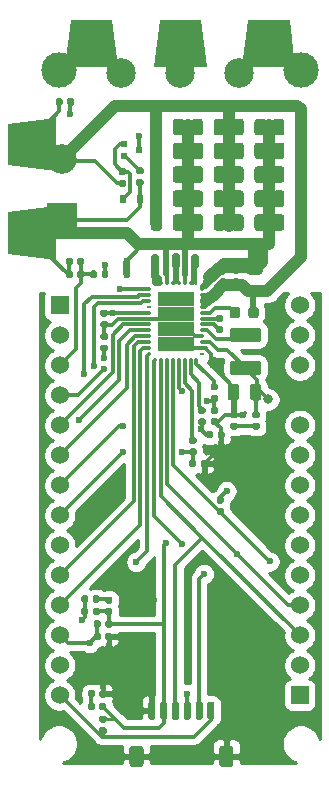
<source format=gtl>
G04 #@! TF.GenerationSoftware,KiCad,Pcbnew,(5.1.6-0-10_14)*
G04 #@! TF.CreationDate,2021-05-21T16:06:13+02:00*
G04 #@! TF.ProjectId,ESCv1.1,45534376-312e-4312-9e6b-696361645f70,rev?*
G04 #@! TF.SameCoordinates,Original*
G04 #@! TF.FileFunction,Copper,L1,Top*
G04 #@! TF.FilePolarity,Positive*
%FSLAX46Y46*%
G04 Gerber Fmt 4.6, Leading zero omitted, Abs format (unit mm)*
G04 Created by KiCad (PCBNEW (5.1.6-0-10_14)) date 2021-05-21 16:06:13*
%MOMM*%
%LPD*%
G01*
G04 APERTURE LIST*
G04 #@! TA.AperFunction,EtchedComponent*
%ADD10C,0.100000*%
G04 #@! TD*
G04 #@! TA.AperFunction,ComponentPad*
%ADD11C,0.600000*%
G04 #@! TD*
G04 #@! TA.AperFunction,SMDPad,CuDef*
%ADD12R,1.000000X1.250000*%
G04 #@! TD*
G04 #@! TA.AperFunction,SMDPad,CuDef*
%ADD13O,0.200000X0.500000*%
G04 #@! TD*
G04 #@! TA.AperFunction,SMDPad,CuDef*
%ADD14O,0.500000X0.200000*%
G04 #@! TD*
G04 #@! TA.AperFunction,SMDPad,CuDef*
%ADD15R,0.600000X0.700000*%
G04 #@! TD*
G04 #@! TA.AperFunction,ViaPad*
%ADD16C,0.600000*%
G04 #@! TD*
G04 #@! TA.AperFunction,ComponentPad*
%ADD17C,2.500000*%
G04 #@! TD*
G04 #@! TA.AperFunction,ComponentPad*
%ADD18R,1.524000X1.524000*%
G04 #@! TD*
G04 #@! TA.AperFunction,ComponentPad*
%ADD19C,1.524000*%
G04 #@! TD*
G04 #@! TA.AperFunction,ComponentPad*
%ADD20C,3.000000*%
G04 #@! TD*
G04 #@! TA.AperFunction,ComponentPad*
%ADD21R,2.500000X2.500000*%
G04 #@! TD*
G04 #@! TA.AperFunction,ComponentPad*
%ADD22C,0.100000*%
G04 #@! TD*
G04 #@! TA.AperFunction,ComponentPad*
%ADD23C,0.700000*%
G04 #@! TD*
G04 #@! TA.AperFunction,SMDPad,CuDef*
%ADD24R,0.600000X0.500000*%
G04 #@! TD*
G04 #@! TA.AperFunction,ViaPad*
%ADD25C,0.800000*%
G04 #@! TD*
G04 #@! TA.AperFunction,Conductor*
%ADD26C,0.300000*%
G04 #@! TD*
G04 #@! TA.AperFunction,Conductor*
%ADD27C,0.700000*%
G04 #@! TD*
G04 #@! TA.AperFunction,Conductor*
%ADD28C,0.500000*%
G04 #@! TD*
G04 #@! TA.AperFunction,Conductor*
%ADD29C,0.400000*%
G04 #@! TD*
G04 #@! TA.AperFunction,Conductor*
%ADD30C,1.000000*%
G04 #@! TD*
G04 #@! TA.AperFunction,Conductor*
%ADD31C,0.250000*%
G04 #@! TD*
G04 #@! TA.AperFunction,Conductor*
%ADD32C,0.254000*%
G04 #@! TD*
G04 APERTURE END LIST*
D10*
G04 #@! TO.C,NT1*
G36*
X45815400Y-44952700D02*
G01*
X45815400Y-43752700D01*
X46415400Y-43752700D01*
X46415400Y-44952700D01*
X45815400Y-44952700D01*
G37*
G04 #@! TD*
D11*
G04 #@! TO.P,U1,EPAD*
G04 #@! TO.N,GND*
X49285560Y-47038280D03*
X49285560Y-48288280D03*
X49285560Y-49538280D03*
X49285560Y-50788280D03*
X50285560Y-47038280D03*
X50285560Y-48288280D03*
X50285560Y-49538280D03*
X50285560Y-50788280D03*
X51285560Y-47038280D03*
X51285560Y-48288280D03*
X51285560Y-49538280D03*
X51285560Y-50788280D03*
D12*
X49285560Y-47038280D03*
X49285560Y-48288280D03*
X49285560Y-49538280D03*
X49285560Y-50788280D03*
X50285560Y-47038280D03*
X50285560Y-48288280D03*
X50285560Y-49538280D03*
X50285560Y-50788280D03*
X51285560Y-47038280D03*
X51285560Y-48288280D03*
X51285560Y-49538280D03*
X51285560Y-50788280D03*
D13*
G04 #@! TO.P,U1,40*
G04 #@! TO.N,Net-(R12-Pad2)*
X52035560Y-52163280D03*
G04 #@! TO.P,U1,39*
G04 #@! TO.N,Net-(R11-Pad2)*
X51535560Y-52163280D03*
G04 #@! TO.P,U1,38*
G04 #@! TO.N,Net-(R10-Pad2)*
X51035560Y-52163280D03*
G04 #@! TO.P,U1,37*
G04 #@! TO.N,VREF*
X50535560Y-52163280D03*
G04 #@! TO.P,U1,36*
G04 #@! TO.N,nCS*
X50035560Y-52163280D03*
G04 #@! TO.P,U1,35*
G04 #@! TO.N,CLK*
X49535560Y-52163280D03*
G04 #@! TO.P,U1,34*
G04 #@! TO.N,MOSI*
X49035560Y-52163280D03*
G04 #@! TO.P,U1,33*
G04 #@! TO.N,MISO*
X48535560Y-52163280D03*
D14*
G04 #@! TO.P,U1,32*
G04 #@! TO.N,IN_WL*
X48035560Y-51663280D03*
G04 #@! TO.P,U1,31*
G04 #@! TO.N,IN_WH*
X48035560Y-51163280D03*
G04 #@! TO.P,U1,30*
G04 #@! TO.N,IN_VL*
X48035560Y-50663280D03*
G04 #@! TO.P,U1,29*
G04 #@! TO.N,IN_VH*
X48035560Y-50163280D03*
G04 #@! TO.P,U1,28*
G04 #@! TO.N,IN_UL*
X48035560Y-49663280D03*
G04 #@! TO.P,U1,27*
G04 #@! TO.N,IN_UH*
X48035560Y-49163280D03*
G04 #@! TO.P,U1,26*
G04 #@! TO.N,GND*
X48035560Y-48663280D03*
G04 #@! TO.P,U1,25*
G04 #@! TO.N,VDDA*
X48035560Y-48163280D03*
G04 #@! TO.P,U1,24*
G04 #@! TO.N,Net-(U1-Pad24)*
X48035560Y-47663280D03*
G04 #@! TO.P,U1,23*
G04 #@! TO.N,nSLEEP*
X48035560Y-47163280D03*
G04 #@! TO.P,U1,22*
G04 #@! TO.N,nFAULT*
X48035560Y-46663280D03*
G04 #@! TO.P,U1,21*
G04 #@! TO.N,DRVOFF*
X48035560Y-46163280D03*
D13*
G04 #@! TO.P,U1,20*
G04 #@! TO.N,PHASE_W*
X48535560Y-45663280D03*
G04 #@! TO.P,U1,19*
X49035560Y-45663280D03*
G04 #@! TO.P,U1,18*
G04 #@! TO.N,GNDPWR*
X49535560Y-45663280D03*
G04 #@! TO.P,U1,17*
G04 #@! TO.N,PHASE_V*
X50035560Y-45663280D03*
G04 #@! TO.P,U1,16*
X50535560Y-45663280D03*
G04 #@! TO.P,U1,15*
G04 #@! TO.N,GNDPWR*
X51035560Y-45663280D03*
G04 #@! TO.P,U1,14*
G04 #@! TO.N,PHASE_U*
X51535560Y-45663280D03*
G04 #@! TO.P,U1,13*
X52035560Y-45663280D03*
D14*
G04 #@! TO.P,U1,12*
G04 #@! TO.N,GNDPWR*
X52535560Y-46163280D03*
G04 #@! TO.P,U1,11*
G04 #@! TO.N,VS*
X52535560Y-46663280D03*
G04 #@! TO.P,U1,10*
X52535560Y-47163280D03*
G04 #@! TO.P,U1,9*
X52535560Y-47663280D03*
G04 #@! TO.P,U1,8*
G04 #@! TO.N,CP*
X52535560Y-48163280D03*
G04 #@! TO.P,U1,7*
G04 #@! TO.N,CPH*
X52535560Y-48663280D03*
G04 #@! TO.P,U1,6*
G04 #@! TO.N,CPL*
X52535560Y-49163280D03*
G04 #@! TO.P,U1,5*
G04 #@! TO.N,SW_BK*
X52535560Y-49663280D03*
G04 #@! TO.P,U1,4*
G04 #@! TO.N,GND*
X52535560Y-50163280D03*
G04 #@! TO.P,U1,3*
G04 #@! TO.N,FB_BK*
X52535560Y-50663280D03*
G04 #@! TO.P,U1,2*
G04 #@! TO.N,GND*
X52535560Y-51163280D03*
G04 #@! TO.P,U1,1*
G04 #@! TO.N,Net-(U1-Pad1)*
X52535560Y-51663280D03*
G04 #@! TD*
G04 #@! TO.P,R3,2*
G04 #@! TO.N,nCS1*
G04 #@! TA.AperFunction,SMDPad,CuDef*
G36*
G01*
X43932900Y-83262700D02*
X44277900Y-83262700D01*
G75*
G02*
X44425400Y-83410200I0J-147500D01*
G01*
X44425400Y-83705200D01*
G75*
G02*
X44277900Y-83852700I-147500J0D01*
G01*
X43932900Y-83852700D01*
G75*
G02*
X43785400Y-83705200I0J147500D01*
G01*
X43785400Y-83410200D01*
G75*
G02*
X43932900Y-83262700I147500J0D01*
G01*
G37*
G04 #@! TD.AperFunction*
G04 #@! TO.P,R3,1*
G04 #@! TO.N,VDD*
G04 #@! TA.AperFunction,SMDPad,CuDef*
G36*
G01*
X43932900Y-82292700D02*
X44277900Y-82292700D01*
G75*
G02*
X44425400Y-82440200I0J-147500D01*
G01*
X44425400Y-82735200D01*
G75*
G02*
X44277900Y-82882700I-147500J0D01*
G01*
X43932900Y-82882700D01*
G75*
G02*
X43785400Y-82735200I0J147500D01*
G01*
X43785400Y-82440200D01*
G75*
G02*
X43932900Y-82292700I147500J0D01*
G01*
G37*
G04 #@! TD.AperFunction*
G04 #@! TD*
G04 #@! TO.P,C34,2*
G04 #@! TO.N,GNDPWR*
G04 #@! TA.AperFunction,SMDPad,CuDef*
G36*
G01*
X56945400Y-32908950D02*
X56945400Y-31996450D01*
G75*
G02*
X57189150Y-31752700I243750J0D01*
G01*
X57676650Y-31752700D01*
G75*
G02*
X57920400Y-31996450I0J-243750D01*
G01*
X57920400Y-32908950D01*
G75*
G02*
X57676650Y-33152700I-243750J0D01*
G01*
X57189150Y-33152700D01*
G75*
G02*
X56945400Y-32908950I0J243750D01*
G01*
G37*
G04 #@! TD.AperFunction*
G04 #@! TO.P,C34,1*
G04 #@! TO.N,VS*
G04 #@! TA.AperFunction,SMDPad,CuDef*
G36*
G01*
X55070400Y-32908950D02*
X55070400Y-31996450D01*
G75*
G02*
X55314150Y-31752700I243750J0D01*
G01*
X55801650Y-31752700D01*
G75*
G02*
X56045400Y-31996450I0J-243750D01*
G01*
X56045400Y-32908950D01*
G75*
G02*
X55801650Y-33152700I-243750J0D01*
G01*
X55314150Y-33152700D01*
G75*
G02*
X55070400Y-32908950I0J243750D01*
G01*
G37*
G04 #@! TD.AperFunction*
G04 #@! TD*
G04 #@! TO.P,C33,2*
G04 #@! TO.N,GNDPWR*
G04 #@! TA.AperFunction,SMDPad,CuDef*
G36*
G01*
X56935400Y-36928950D02*
X56935400Y-36016450D01*
G75*
G02*
X57179150Y-35772700I243750J0D01*
G01*
X57666650Y-35772700D01*
G75*
G02*
X57910400Y-36016450I0J-243750D01*
G01*
X57910400Y-36928950D01*
G75*
G02*
X57666650Y-37172700I-243750J0D01*
G01*
X57179150Y-37172700D01*
G75*
G02*
X56935400Y-36928950I0J243750D01*
G01*
G37*
G04 #@! TD.AperFunction*
G04 #@! TO.P,C33,1*
G04 #@! TO.N,VS*
G04 #@! TA.AperFunction,SMDPad,CuDef*
G36*
G01*
X55060400Y-36928950D02*
X55060400Y-36016450D01*
G75*
G02*
X55304150Y-35772700I243750J0D01*
G01*
X55791650Y-35772700D01*
G75*
G02*
X56035400Y-36016450I0J-243750D01*
G01*
X56035400Y-36928950D01*
G75*
G02*
X55791650Y-37172700I-243750J0D01*
G01*
X55304150Y-37172700D01*
G75*
G02*
X55060400Y-36928950I0J243750D01*
G01*
G37*
G04 #@! TD.AperFunction*
G04 #@! TD*
G04 #@! TO.P,C32,2*
G04 #@! TO.N,GNDPWR*
G04 #@! TA.AperFunction,SMDPad,CuDef*
G36*
G01*
X56942900Y-34928950D02*
X56942900Y-34016450D01*
G75*
G02*
X57186650Y-33772700I243750J0D01*
G01*
X57674150Y-33772700D01*
G75*
G02*
X57917900Y-34016450I0J-243750D01*
G01*
X57917900Y-34928950D01*
G75*
G02*
X57674150Y-35172700I-243750J0D01*
G01*
X57186650Y-35172700D01*
G75*
G02*
X56942900Y-34928950I0J243750D01*
G01*
G37*
G04 #@! TD.AperFunction*
G04 #@! TO.P,C32,1*
G04 #@! TO.N,VS*
G04 #@! TA.AperFunction,SMDPad,CuDef*
G36*
G01*
X55067900Y-34928950D02*
X55067900Y-34016450D01*
G75*
G02*
X55311650Y-33772700I243750J0D01*
G01*
X55799150Y-33772700D01*
G75*
G02*
X56042900Y-34016450I0J-243750D01*
G01*
X56042900Y-34928950D01*
G75*
G02*
X55799150Y-35172700I-243750J0D01*
G01*
X55311650Y-35172700D01*
G75*
G02*
X55067900Y-34928950I0J243750D01*
G01*
G37*
G04 #@! TD.AperFunction*
G04 #@! TD*
G04 #@! TO.P,C31,2*
G04 #@! TO.N,GNDPWR*
G04 #@! TA.AperFunction,SMDPad,CuDef*
G36*
G01*
X56935400Y-38968950D02*
X56935400Y-38056450D01*
G75*
G02*
X57179150Y-37812700I243750J0D01*
G01*
X57666650Y-37812700D01*
G75*
G02*
X57910400Y-38056450I0J-243750D01*
G01*
X57910400Y-38968950D01*
G75*
G02*
X57666650Y-39212700I-243750J0D01*
G01*
X57179150Y-39212700D01*
G75*
G02*
X56935400Y-38968950I0J243750D01*
G01*
G37*
G04 #@! TD.AperFunction*
G04 #@! TO.P,C31,1*
G04 #@! TO.N,VS*
G04 #@! TA.AperFunction,SMDPad,CuDef*
G36*
G01*
X55060400Y-38968950D02*
X55060400Y-38056450D01*
G75*
G02*
X55304150Y-37812700I243750J0D01*
G01*
X55791650Y-37812700D01*
G75*
G02*
X56035400Y-38056450I0J-243750D01*
G01*
X56035400Y-38968950D01*
G75*
G02*
X55791650Y-39212700I-243750J0D01*
G01*
X55304150Y-39212700D01*
G75*
G02*
X55060400Y-38968950I0J243750D01*
G01*
G37*
G04 #@! TD.AperFunction*
G04 #@! TD*
G04 #@! TO.P,C30,2*
G04 #@! TO.N,GNDPWR*
G04 #@! TA.AperFunction,SMDPad,CuDef*
G36*
G01*
X52577900Y-40076450D02*
X52577900Y-40988950D01*
G75*
G02*
X52334150Y-41232700I-243750J0D01*
G01*
X51846650Y-41232700D01*
G75*
G02*
X51602900Y-40988950I0J243750D01*
G01*
X51602900Y-40076450D01*
G75*
G02*
X51846650Y-39832700I243750J0D01*
G01*
X52334150Y-39832700D01*
G75*
G02*
X52577900Y-40076450I0J-243750D01*
G01*
G37*
G04 #@! TD.AperFunction*
G04 #@! TO.P,C30,1*
G04 #@! TO.N,VS*
G04 #@! TA.AperFunction,SMDPad,CuDef*
G36*
G01*
X54452900Y-40076450D02*
X54452900Y-40988950D01*
G75*
G02*
X54209150Y-41232700I-243750J0D01*
G01*
X53721650Y-41232700D01*
G75*
G02*
X53477900Y-40988950I0J243750D01*
G01*
X53477900Y-40076450D01*
G75*
G02*
X53721650Y-39832700I243750J0D01*
G01*
X54209150Y-39832700D01*
G75*
G02*
X54452900Y-40076450I0J-243750D01*
G01*
G37*
G04 #@! TD.AperFunction*
G04 #@! TD*
G04 #@! TO.P,C29,2*
G04 #@! TO.N,GNDPWR*
G04 #@! TA.AperFunction,SMDPad,CuDef*
G36*
G01*
X50025400Y-36938950D02*
X50025400Y-36026450D01*
G75*
G02*
X50269150Y-35782700I243750J0D01*
G01*
X50756650Y-35782700D01*
G75*
G02*
X51000400Y-36026450I0J-243750D01*
G01*
X51000400Y-36938950D01*
G75*
G02*
X50756650Y-37182700I-243750J0D01*
G01*
X50269150Y-37182700D01*
G75*
G02*
X50025400Y-36938950I0J243750D01*
G01*
G37*
G04 #@! TD.AperFunction*
G04 #@! TO.P,C29,1*
G04 #@! TO.N,VS*
G04 #@! TA.AperFunction,SMDPad,CuDef*
G36*
G01*
X48150400Y-36938950D02*
X48150400Y-36026450D01*
G75*
G02*
X48394150Y-35782700I243750J0D01*
G01*
X48881650Y-35782700D01*
G75*
G02*
X49125400Y-36026450I0J-243750D01*
G01*
X49125400Y-36938950D01*
G75*
G02*
X48881650Y-37182700I-243750J0D01*
G01*
X48394150Y-37182700D01*
G75*
G02*
X48150400Y-36938950I0J243750D01*
G01*
G37*
G04 #@! TD.AperFunction*
G04 #@! TD*
G04 #@! TO.P,C28,2*
G04 #@! TO.N,GNDPWR*
G04 #@! TA.AperFunction,SMDPad,CuDef*
G36*
G01*
X56932900Y-40988950D02*
X56932900Y-40076450D01*
G75*
G02*
X57176650Y-39832700I243750J0D01*
G01*
X57664150Y-39832700D01*
G75*
G02*
X57907900Y-40076450I0J-243750D01*
G01*
X57907900Y-40988950D01*
G75*
G02*
X57664150Y-41232700I-243750J0D01*
G01*
X57176650Y-41232700D01*
G75*
G02*
X56932900Y-40988950I0J243750D01*
G01*
G37*
G04 #@! TD.AperFunction*
G04 #@! TO.P,C28,1*
G04 #@! TO.N,VS*
G04 #@! TA.AperFunction,SMDPad,CuDef*
G36*
G01*
X55057900Y-40988950D02*
X55057900Y-40076450D01*
G75*
G02*
X55301650Y-39832700I243750J0D01*
G01*
X55789150Y-39832700D01*
G75*
G02*
X56032900Y-40076450I0J-243750D01*
G01*
X56032900Y-40988950D01*
G75*
G02*
X55789150Y-41232700I-243750J0D01*
G01*
X55301650Y-41232700D01*
G75*
G02*
X55057900Y-40988950I0J243750D01*
G01*
G37*
G04 #@! TD.AperFunction*
G04 #@! TD*
G04 #@! TO.P,C27,2*
G04 #@! TO.N,GNDPWR*
G04 #@! TA.AperFunction,SMDPad,CuDef*
G36*
G01*
X52585400Y-38056450D02*
X52585400Y-38968950D01*
G75*
G02*
X52341650Y-39212700I-243750J0D01*
G01*
X51854150Y-39212700D01*
G75*
G02*
X51610400Y-38968950I0J243750D01*
G01*
X51610400Y-38056450D01*
G75*
G02*
X51854150Y-37812700I243750J0D01*
G01*
X52341650Y-37812700D01*
G75*
G02*
X52585400Y-38056450I0J-243750D01*
G01*
G37*
G04 #@! TD.AperFunction*
G04 #@! TO.P,C27,1*
G04 #@! TO.N,VS*
G04 #@! TA.AperFunction,SMDPad,CuDef*
G36*
G01*
X54460400Y-38056450D02*
X54460400Y-38968950D01*
G75*
G02*
X54216650Y-39212700I-243750J0D01*
G01*
X53729150Y-39212700D01*
G75*
G02*
X53485400Y-38968950I0J243750D01*
G01*
X53485400Y-38056450D01*
G75*
G02*
X53729150Y-37812700I243750J0D01*
G01*
X54216650Y-37812700D01*
G75*
G02*
X54460400Y-38056450I0J-243750D01*
G01*
G37*
G04 #@! TD.AperFunction*
G04 #@! TD*
G04 #@! TO.P,C26,2*
G04 #@! TO.N,GNDPWR*
G04 #@! TA.AperFunction,SMDPad,CuDef*
G36*
G01*
X50025400Y-40988950D02*
X50025400Y-40076450D01*
G75*
G02*
X50269150Y-39832700I243750J0D01*
G01*
X50756650Y-39832700D01*
G75*
G02*
X51000400Y-40076450I0J-243750D01*
G01*
X51000400Y-40988950D01*
G75*
G02*
X50756650Y-41232700I-243750J0D01*
G01*
X50269150Y-41232700D01*
G75*
G02*
X50025400Y-40988950I0J243750D01*
G01*
G37*
G04 #@! TD.AperFunction*
G04 #@! TO.P,C26,1*
G04 #@! TO.N,VS*
G04 #@! TA.AperFunction,SMDPad,CuDef*
G36*
G01*
X48150400Y-40988950D02*
X48150400Y-40076450D01*
G75*
G02*
X48394150Y-39832700I243750J0D01*
G01*
X48881650Y-39832700D01*
G75*
G02*
X49125400Y-40076450I0J-243750D01*
G01*
X49125400Y-40988950D01*
G75*
G02*
X48881650Y-41232700I-243750J0D01*
G01*
X48394150Y-41232700D01*
G75*
G02*
X48150400Y-40988950I0J243750D01*
G01*
G37*
G04 #@! TD.AperFunction*
G04 #@! TD*
G04 #@! TO.P,C25,2*
G04 #@! TO.N,GNDPWR*
G04 #@! TA.AperFunction,SMDPad,CuDef*
G36*
G01*
X50025400Y-32908950D02*
X50025400Y-31996450D01*
G75*
G02*
X50269150Y-31752700I243750J0D01*
G01*
X50756650Y-31752700D01*
G75*
G02*
X51000400Y-31996450I0J-243750D01*
G01*
X51000400Y-32908950D01*
G75*
G02*
X50756650Y-33152700I-243750J0D01*
G01*
X50269150Y-33152700D01*
G75*
G02*
X50025400Y-32908950I0J243750D01*
G01*
G37*
G04 #@! TD.AperFunction*
G04 #@! TO.P,C25,1*
G04 #@! TO.N,VS*
G04 #@! TA.AperFunction,SMDPad,CuDef*
G36*
G01*
X48150400Y-32908950D02*
X48150400Y-31996450D01*
G75*
G02*
X48394150Y-31752700I243750J0D01*
G01*
X48881650Y-31752700D01*
G75*
G02*
X49125400Y-31996450I0J-243750D01*
G01*
X49125400Y-32908950D01*
G75*
G02*
X48881650Y-33152700I-243750J0D01*
G01*
X48394150Y-33152700D01*
G75*
G02*
X48150400Y-32908950I0J243750D01*
G01*
G37*
G04 #@! TD.AperFunction*
G04 #@! TD*
G04 #@! TO.P,C24,2*
G04 #@! TO.N,GNDPWR*
G04 #@! TA.AperFunction,SMDPad,CuDef*
G36*
G01*
X52585400Y-36016450D02*
X52585400Y-36928950D01*
G75*
G02*
X52341650Y-37172700I-243750J0D01*
G01*
X51854150Y-37172700D01*
G75*
G02*
X51610400Y-36928950I0J243750D01*
G01*
X51610400Y-36016450D01*
G75*
G02*
X51854150Y-35772700I243750J0D01*
G01*
X52341650Y-35772700D01*
G75*
G02*
X52585400Y-36016450I0J-243750D01*
G01*
G37*
G04 #@! TD.AperFunction*
G04 #@! TO.P,C24,1*
G04 #@! TO.N,VS*
G04 #@! TA.AperFunction,SMDPad,CuDef*
G36*
G01*
X54460400Y-36016450D02*
X54460400Y-36928950D01*
G75*
G02*
X54216650Y-37172700I-243750J0D01*
G01*
X53729150Y-37172700D01*
G75*
G02*
X53485400Y-36928950I0J243750D01*
G01*
X53485400Y-36016450D01*
G75*
G02*
X53729150Y-35772700I243750J0D01*
G01*
X54216650Y-35772700D01*
G75*
G02*
X54460400Y-36016450I0J-243750D01*
G01*
G37*
G04 #@! TD.AperFunction*
G04 #@! TD*
G04 #@! TO.P,C23,2*
G04 #@! TO.N,GNDPWR*
G04 #@! TA.AperFunction,SMDPad,CuDef*
G36*
G01*
X52587900Y-34016450D02*
X52587900Y-34928950D01*
G75*
G02*
X52344150Y-35172700I-243750J0D01*
G01*
X51856650Y-35172700D01*
G75*
G02*
X51612900Y-34928950I0J243750D01*
G01*
X51612900Y-34016450D01*
G75*
G02*
X51856650Y-33772700I243750J0D01*
G01*
X52344150Y-33772700D01*
G75*
G02*
X52587900Y-34016450I0J-243750D01*
G01*
G37*
G04 #@! TD.AperFunction*
G04 #@! TO.P,C23,1*
G04 #@! TO.N,VS*
G04 #@! TA.AperFunction,SMDPad,CuDef*
G36*
G01*
X54462900Y-34016450D02*
X54462900Y-34928950D01*
G75*
G02*
X54219150Y-35172700I-243750J0D01*
G01*
X53731650Y-35172700D01*
G75*
G02*
X53487900Y-34928950I0J243750D01*
G01*
X53487900Y-34016450D01*
G75*
G02*
X53731650Y-33772700I243750J0D01*
G01*
X54219150Y-33772700D01*
G75*
G02*
X54462900Y-34016450I0J-243750D01*
G01*
G37*
G04 #@! TD.AperFunction*
G04 #@! TD*
G04 #@! TO.P,C22,2*
G04 #@! TO.N,GNDPWR*
G04 #@! TA.AperFunction,SMDPad,CuDef*
G36*
G01*
X50025400Y-34948950D02*
X50025400Y-34036450D01*
G75*
G02*
X50269150Y-33792700I243750J0D01*
G01*
X50756650Y-33792700D01*
G75*
G02*
X51000400Y-34036450I0J-243750D01*
G01*
X51000400Y-34948950D01*
G75*
G02*
X50756650Y-35192700I-243750J0D01*
G01*
X50269150Y-35192700D01*
G75*
G02*
X50025400Y-34948950I0J243750D01*
G01*
G37*
G04 #@! TD.AperFunction*
G04 #@! TO.P,C22,1*
G04 #@! TO.N,VS*
G04 #@! TA.AperFunction,SMDPad,CuDef*
G36*
G01*
X48150400Y-34948950D02*
X48150400Y-34036450D01*
G75*
G02*
X48394150Y-33792700I243750J0D01*
G01*
X48881650Y-33792700D01*
G75*
G02*
X49125400Y-34036450I0J-243750D01*
G01*
X49125400Y-34948950D01*
G75*
G02*
X48881650Y-35192700I-243750J0D01*
G01*
X48394150Y-35192700D01*
G75*
G02*
X48150400Y-34948950I0J243750D01*
G01*
G37*
G04 #@! TD.AperFunction*
G04 #@! TD*
G04 #@! TO.P,C21,2*
G04 #@! TO.N,GNDPWR*
G04 #@! TA.AperFunction,SMDPad,CuDef*
G36*
G01*
X59485400Y-36016450D02*
X59485400Y-36928950D01*
G75*
G02*
X59241650Y-37172700I-243750J0D01*
G01*
X58754150Y-37172700D01*
G75*
G02*
X58510400Y-36928950I0J243750D01*
G01*
X58510400Y-36016450D01*
G75*
G02*
X58754150Y-35772700I243750J0D01*
G01*
X59241650Y-35772700D01*
G75*
G02*
X59485400Y-36016450I0J-243750D01*
G01*
G37*
G04 #@! TD.AperFunction*
G04 #@! TO.P,C21,1*
G04 #@! TO.N,VS*
G04 #@! TA.AperFunction,SMDPad,CuDef*
G36*
G01*
X61360400Y-36016450D02*
X61360400Y-36928950D01*
G75*
G02*
X61116650Y-37172700I-243750J0D01*
G01*
X60629150Y-37172700D01*
G75*
G02*
X60385400Y-36928950I0J243750D01*
G01*
X60385400Y-36016450D01*
G75*
G02*
X60629150Y-35772700I243750J0D01*
G01*
X61116650Y-35772700D01*
G75*
G02*
X61360400Y-36016450I0J-243750D01*
G01*
G37*
G04 #@! TD.AperFunction*
G04 #@! TD*
G04 #@! TO.P,C20,2*
G04 #@! TO.N,GNDPWR*
G04 #@! TA.AperFunction,SMDPad,CuDef*
G36*
G01*
X52585400Y-31996450D02*
X52585400Y-32908950D01*
G75*
G02*
X52341650Y-33152700I-243750J0D01*
G01*
X51854150Y-33152700D01*
G75*
G02*
X51610400Y-32908950I0J243750D01*
G01*
X51610400Y-31996450D01*
G75*
G02*
X51854150Y-31752700I243750J0D01*
G01*
X52341650Y-31752700D01*
G75*
G02*
X52585400Y-31996450I0J-243750D01*
G01*
G37*
G04 #@! TD.AperFunction*
G04 #@! TO.P,C20,1*
G04 #@! TO.N,VS*
G04 #@! TA.AperFunction,SMDPad,CuDef*
G36*
G01*
X54460400Y-31996450D02*
X54460400Y-32908950D01*
G75*
G02*
X54216650Y-33152700I-243750J0D01*
G01*
X53729150Y-33152700D01*
G75*
G02*
X53485400Y-32908950I0J243750D01*
G01*
X53485400Y-31996450D01*
G75*
G02*
X53729150Y-31752700I243750J0D01*
G01*
X54216650Y-31752700D01*
G75*
G02*
X54460400Y-31996450I0J-243750D01*
G01*
G37*
G04 #@! TD.AperFunction*
G04 #@! TD*
G04 #@! TO.P,C19,2*
G04 #@! TO.N,GNDPWR*
G04 #@! TA.AperFunction,SMDPad,CuDef*
G36*
G01*
X50025400Y-38968950D02*
X50025400Y-38056450D01*
G75*
G02*
X50269150Y-37812700I243750J0D01*
G01*
X50756650Y-37812700D01*
G75*
G02*
X51000400Y-38056450I0J-243750D01*
G01*
X51000400Y-38968950D01*
G75*
G02*
X50756650Y-39212700I-243750J0D01*
G01*
X50269150Y-39212700D01*
G75*
G02*
X50025400Y-38968950I0J243750D01*
G01*
G37*
G04 #@! TD.AperFunction*
G04 #@! TO.P,C19,1*
G04 #@! TO.N,VS*
G04 #@! TA.AperFunction,SMDPad,CuDef*
G36*
G01*
X48150400Y-38968950D02*
X48150400Y-38056450D01*
G75*
G02*
X48394150Y-37812700I243750J0D01*
G01*
X48881650Y-37812700D01*
G75*
G02*
X49125400Y-38056450I0J-243750D01*
G01*
X49125400Y-38968950D01*
G75*
G02*
X48881650Y-39212700I-243750J0D01*
G01*
X48394150Y-39212700D01*
G75*
G02*
X48150400Y-38968950I0J243750D01*
G01*
G37*
G04 #@! TD.AperFunction*
G04 #@! TD*
G04 #@! TO.P,C18,2*
G04 #@! TO.N,GNDPWR*
G04 #@! TA.AperFunction,SMDPad,CuDef*
G36*
G01*
X59485400Y-34016450D02*
X59485400Y-34928950D01*
G75*
G02*
X59241650Y-35172700I-243750J0D01*
G01*
X58754150Y-35172700D01*
G75*
G02*
X58510400Y-34928950I0J243750D01*
G01*
X58510400Y-34016450D01*
G75*
G02*
X58754150Y-33772700I243750J0D01*
G01*
X59241650Y-33772700D01*
G75*
G02*
X59485400Y-34016450I0J-243750D01*
G01*
G37*
G04 #@! TD.AperFunction*
G04 #@! TO.P,C18,1*
G04 #@! TO.N,VS*
G04 #@! TA.AperFunction,SMDPad,CuDef*
G36*
G01*
X61360400Y-34016450D02*
X61360400Y-34928950D01*
G75*
G02*
X61116650Y-35172700I-243750J0D01*
G01*
X60629150Y-35172700D01*
G75*
G02*
X60385400Y-34928950I0J243750D01*
G01*
X60385400Y-34016450D01*
G75*
G02*
X60629150Y-33772700I243750J0D01*
G01*
X61116650Y-33772700D01*
G75*
G02*
X61360400Y-34016450I0J-243750D01*
G01*
G37*
G04 #@! TD.AperFunction*
G04 #@! TD*
G04 #@! TO.P,C17,2*
G04 #@! TO.N,GNDPWR*
G04 #@! TA.AperFunction,SMDPad,CuDef*
G36*
G01*
X59485400Y-40076450D02*
X59485400Y-40988950D01*
G75*
G02*
X59241650Y-41232700I-243750J0D01*
G01*
X58754150Y-41232700D01*
G75*
G02*
X58510400Y-40988950I0J243750D01*
G01*
X58510400Y-40076450D01*
G75*
G02*
X58754150Y-39832700I243750J0D01*
G01*
X59241650Y-39832700D01*
G75*
G02*
X59485400Y-40076450I0J-243750D01*
G01*
G37*
G04 #@! TD.AperFunction*
G04 #@! TO.P,C17,1*
G04 #@! TO.N,VS*
G04 #@! TA.AperFunction,SMDPad,CuDef*
G36*
G01*
X61360400Y-40076450D02*
X61360400Y-40988950D01*
G75*
G02*
X61116650Y-41232700I-243750J0D01*
G01*
X60629150Y-41232700D01*
G75*
G02*
X60385400Y-40988950I0J243750D01*
G01*
X60385400Y-40076450D01*
G75*
G02*
X60629150Y-39832700I243750J0D01*
G01*
X61116650Y-39832700D01*
G75*
G02*
X61360400Y-40076450I0J-243750D01*
G01*
G37*
G04 #@! TD.AperFunction*
G04 #@! TD*
G04 #@! TO.P,C16,2*
G04 #@! TO.N,GNDPWR*
G04 #@! TA.AperFunction,SMDPad,CuDef*
G36*
G01*
X59477900Y-31996450D02*
X59477900Y-32908950D01*
G75*
G02*
X59234150Y-33152700I-243750J0D01*
G01*
X58746650Y-33152700D01*
G75*
G02*
X58502900Y-32908950I0J243750D01*
G01*
X58502900Y-31996450D01*
G75*
G02*
X58746650Y-31752700I243750J0D01*
G01*
X59234150Y-31752700D01*
G75*
G02*
X59477900Y-31996450I0J-243750D01*
G01*
G37*
G04 #@! TD.AperFunction*
G04 #@! TO.P,C16,1*
G04 #@! TO.N,VS*
G04 #@! TA.AperFunction,SMDPad,CuDef*
G36*
G01*
X61352900Y-31996450D02*
X61352900Y-32908950D01*
G75*
G02*
X61109150Y-33152700I-243750J0D01*
G01*
X60621650Y-33152700D01*
G75*
G02*
X60377900Y-32908950I0J243750D01*
G01*
X60377900Y-31996450D01*
G75*
G02*
X60621650Y-31752700I243750J0D01*
G01*
X61109150Y-31752700D01*
G75*
G02*
X61352900Y-31996450I0J-243750D01*
G01*
G37*
G04 #@! TD.AperFunction*
G04 #@! TD*
G04 #@! TO.P,C15,2*
G04 #@! TO.N,GNDPWR*
G04 #@! TA.AperFunction,SMDPad,CuDef*
G36*
G01*
X59485400Y-38056450D02*
X59485400Y-38968950D01*
G75*
G02*
X59241650Y-39212700I-243750J0D01*
G01*
X58754150Y-39212700D01*
G75*
G02*
X58510400Y-38968950I0J243750D01*
G01*
X58510400Y-38056450D01*
G75*
G02*
X58754150Y-37812700I243750J0D01*
G01*
X59241650Y-37812700D01*
G75*
G02*
X59485400Y-38056450I0J-243750D01*
G01*
G37*
G04 #@! TD.AperFunction*
G04 #@! TO.P,C15,1*
G04 #@! TO.N,VS*
G04 #@! TA.AperFunction,SMDPad,CuDef*
G36*
G01*
X61360400Y-38056450D02*
X61360400Y-38968950D01*
G75*
G02*
X61116650Y-39212700I-243750J0D01*
G01*
X60629150Y-39212700D01*
G75*
G02*
X60385400Y-38968950I0J243750D01*
G01*
X60385400Y-38056450D01*
G75*
G02*
X60629150Y-37812700I243750J0D01*
G01*
X61116650Y-37812700D01*
G75*
G02*
X61360400Y-38056450I0J-243750D01*
G01*
G37*
G04 #@! TD.AperFunction*
G04 #@! TD*
D15*
G04 #@! TO.P,D4,2*
G04 #@! TO.N,GNDPWR*
X47235400Y-38562700D03*
G04 #@! TO.P,D4,1*
G04 #@! TO.N,Net-(D4-Pad1)*
X45835400Y-38562700D03*
G04 #@! TD*
D16*
G04 #@! TO.N,GNDPWR*
G04 #@! TO.C,NT1*
X46115400Y-43752700D03*
G04 #@! TO.N,GND*
X46115400Y-44952700D03*
G04 #@! TD*
D17*
G04 #@! TO.P,J4_2,1*
G04 #@! TO.N,PHASE_W*
X45665380Y-27889200D03*
G04 #@! TO.P,J4_2,2*
G04 #@! TO.N,PHASE_V*
X50665380Y-27889200D03*
G04 #@! TO.P,J4_2,3*
G04 #@! TO.N,PHASE_U*
X55665380Y-27889200D03*
G04 #@! TD*
D18*
G04 #@! TO.P,U2,28*
G04 #@! TO.N,IN_WL*
X60782200Y-80549400D03*
D19*
G04 #@! TO.P,U2,27*
G04 #@! TO.N,nCS*
X60782200Y-78009400D03*
G04 #@! TO.P,U2,26*
G04 #@! TO.N,MOSI*
X60782200Y-75469400D03*
G04 #@! TO.P,U2,25*
G04 #@! TO.N,CLK*
X60782200Y-72929400D03*
G04 #@! TO.P,U2,24*
G04 #@! TO.N,MISO*
X60782200Y-70389400D03*
G04 #@! TO.P,U2,23*
G04 #@! TO.N,Net-(U2-Pad23)*
X60782200Y-67849400D03*
G04 #@! TO.P,U2,22*
G04 #@! TO.N,Net-(U2-Pad22)*
X60782200Y-65309400D03*
G04 #@! TO.P,U2,21*
G04 #@! TO.N,Net-(U2-Pad21)*
X60782200Y-62769400D03*
G04 #@! TO.P,U2,20*
G04 #@! TO.N,Net-(U2-Pad20)*
X60782200Y-60229400D03*
G04 #@! TO.P,U2,19*
G04 #@! TO.N,Net-(U2-Pad19)*
X60782200Y-57689400D03*
G04 #@! TO.P,U2,18*
G04 #@! TO.N,GND*
X60782200Y-55149400D03*
G04 #@! TO.P,U2,17*
G04 #@! TO.N,VDD*
X60782200Y-52609400D03*
G04 #@! TO.P,U2,16*
G04 #@! TO.N,VIN*
X60782200Y-50069400D03*
G04 #@! TO.P,U2,15*
G04 #@! TO.N,Net-(U2-Pad15)*
X60782200Y-47529400D03*
G04 #@! TO.P,U2,14*
G04 #@! TO.N,nCS1*
X40462200Y-80549400D03*
G04 #@! TO.P,U2,13*
G04 #@! TO.N,nFAULT*
X40462200Y-78009400D03*
G04 #@! TO.P,U2,12*
G04 #@! TO.N,nSLEEP*
X40462200Y-75469400D03*
G04 #@! TO.P,U2,11*
G04 #@! TO.N,IN_WH*
X40462200Y-72929400D03*
G04 #@! TO.P,U2,10*
G04 #@! TO.N,IN_VL*
X40462200Y-70389400D03*
G04 #@! TO.P,U2,9*
G04 #@! TO.N,IN_UL*
X40462200Y-67849400D03*
G04 #@! TO.P,U2,8*
G04 #@! TO.N,AOUT_W*
X40462200Y-65309400D03*
G04 #@! TO.P,U2,7*
G04 #@! TO.N,AOUT_V*
X40462200Y-62769400D03*
G04 #@! TO.P,U2,6*
G04 #@! TO.N,IN_VH*
X40462200Y-60229400D03*
G04 #@! TO.P,U2,5*
G04 #@! TO.N,IN_UH*
X40462200Y-57689400D03*
G04 #@! TO.P,U2,4*
G04 #@! TO.N,AOUT_U*
X40462200Y-55149400D03*
G04 #@! TO.P,U2,3*
G04 #@! TO.N,VBAT*
X40462200Y-52609400D03*
G04 #@! TO.P,U2,2*
G04 #@! TO.N,VREF*
X40462200Y-50069400D03*
D20*
G04 #@! TO.P,U2,*
G04 #@! TO.N,*
X60872200Y-27659400D03*
X40372200Y-27659400D03*
D18*
G04 #@! TO.P,U2,1*
G04 #@! TO.N,DRVOFF*
X40462200Y-47529400D03*
G04 #@! TD*
G04 #@! TO.P,J1,MP*
G04 #@! TO.N,GND*
G04 #@! TA.AperFunction,SMDPad,CuDef*
G36*
G01*
X53955400Y-86387701D02*
X53955400Y-85087699D01*
G75*
G02*
X54205399Y-84837700I249999J0D01*
G01*
X54905401Y-84837700D01*
G75*
G02*
X55155400Y-85087699I0J-249999D01*
G01*
X55155400Y-86387701D01*
G75*
G02*
X54905401Y-86637700I-249999J0D01*
G01*
X54205399Y-86637700D01*
G75*
G02*
X53955400Y-86387701I0J249999D01*
G01*
G37*
G04 #@! TD.AperFunction*
G04 #@! TA.AperFunction,SMDPad,CuDef*
G36*
G01*
X46355400Y-86387701D02*
X46355400Y-85087699D01*
G75*
G02*
X46605399Y-84837700I249999J0D01*
G01*
X47305401Y-84837700D01*
G75*
G02*
X47555400Y-85087699I0J-249999D01*
G01*
X47555400Y-86387701D01*
G75*
G02*
X47305401Y-86637700I-249999J0D01*
G01*
X46605399Y-86637700D01*
G75*
G02*
X46355400Y-86387701I0J249999D01*
G01*
G37*
G04 #@! TD.AperFunction*
G04 #@! TO.P,J1,6*
G04 #@! TO.N,nCS1*
G04 #@! TA.AperFunction,SMDPad,CuDef*
G36*
G01*
X52955400Y-82487700D02*
X52955400Y-81237700D01*
G75*
G02*
X53105400Y-81087700I150000J0D01*
G01*
X53405400Y-81087700D01*
G75*
G02*
X53555400Y-81237700I0J-150000D01*
G01*
X53555400Y-82487700D01*
G75*
G02*
X53405400Y-82637700I-150000J0D01*
G01*
X53105400Y-82637700D01*
G75*
G02*
X52955400Y-82487700I0J150000D01*
G01*
G37*
G04 #@! TD.AperFunction*
G04 #@! TO.P,J1,5*
G04 #@! TO.N,CLK*
G04 #@! TA.AperFunction,SMDPad,CuDef*
G36*
G01*
X51955400Y-82487700D02*
X51955400Y-81237700D01*
G75*
G02*
X52105400Y-81087700I150000J0D01*
G01*
X52405400Y-81087700D01*
G75*
G02*
X52555400Y-81237700I0J-150000D01*
G01*
X52555400Y-82487700D01*
G75*
G02*
X52405400Y-82637700I-150000J0D01*
G01*
X52105400Y-82637700D01*
G75*
G02*
X51955400Y-82487700I0J150000D01*
G01*
G37*
G04 #@! TD.AperFunction*
G04 #@! TO.P,J1,4*
G04 #@! TO.N,MISO*
G04 #@! TA.AperFunction,SMDPad,CuDef*
G36*
G01*
X50955400Y-82487700D02*
X50955400Y-81237700D01*
G75*
G02*
X51105400Y-81087700I150000J0D01*
G01*
X51405400Y-81087700D01*
G75*
G02*
X51555400Y-81237700I0J-150000D01*
G01*
X51555400Y-82487700D01*
G75*
G02*
X51405400Y-82637700I-150000J0D01*
G01*
X51105400Y-82637700D01*
G75*
G02*
X50955400Y-82487700I0J150000D01*
G01*
G37*
G04 #@! TD.AperFunction*
G04 #@! TO.P,J1,3*
G04 #@! TO.N,MOSI*
G04 #@! TA.AperFunction,SMDPad,CuDef*
G36*
G01*
X49955400Y-82487700D02*
X49955400Y-81237700D01*
G75*
G02*
X50105400Y-81087700I150000J0D01*
G01*
X50405400Y-81087700D01*
G75*
G02*
X50555400Y-81237700I0J-150000D01*
G01*
X50555400Y-82487700D01*
G75*
G02*
X50405400Y-82637700I-150000J0D01*
G01*
X50105400Y-82637700D01*
G75*
G02*
X49955400Y-82487700I0J150000D01*
G01*
G37*
G04 #@! TD.AperFunction*
G04 #@! TO.P,J1,2*
G04 #@! TO.N,VDD*
G04 #@! TA.AperFunction,SMDPad,CuDef*
G36*
G01*
X48955400Y-82487700D02*
X48955400Y-81237700D01*
G75*
G02*
X49105400Y-81087700I150000J0D01*
G01*
X49405400Y-81087700D01*
G75*
G02*
X49555400Y-81237700I0J-150000D01*
G01*
X49555400Y-82487700D01*
G75*
G02*
X49405400Y-82637700I-150000J0D01*
G01*
X49105400Y-82637700D01*
G75*
G02*
X48955400Y-82487700I0J150000D01*
G01*
G37*
G04 #@! TD.AperFunction*
G04 #@! TO.P,J1,1*
G04 #@! TO.N,GND*
G04 #@! TA.AperFunction,SMDPad,CuDef*
G36*
G01*
X47955400Y-82487700D02*
X47955400Y-81237700D01*
G75*
G02*
X48105400Y-81087700I150000J0D01*
G01*
X48405400Y-81087700D01*
G75*
G02*
X48555400Y-81237700I0J-150000D01*
G01*
X48555400Y-82487700D01*
G75*
G02*
X48405400Y-82637700I-150000J0D01*
G01*
X48105400Y-82637700D01*
G75*
G02*
X47955400Y-82487700I0J150000D01*
G01*
G37*
G04 #@! TD.AperFunction*
G04 #@! TD*
G04 #@! TO.P,C10,1*
G04 #@! TO.N,VS*
G04 #@! TA.AperFunction,SMDPad,CuDef*
G36*
G01*
X57381650Y-46817700D02*
X56469150Y-46817700D01*
G75*
G02*
X56225400Y-46573950I0J243750D01*
G01*
X56225400Y-46086450D01*
G75*
G02*
X56469150Y-45842700I243750J0D01*
G01*
X57381650Y-45842700D01*
G75*
G02*
X57625400Y-46086450I0J-243750D01*
G01*
X57625400Y-46573950D01*
G75*
G02*
X57381650Y-46817700I-243750J0D01*
G01*
G37*
G04 #@! TD.AperFunction*
G04 #@! TO.P,C10,2*
G04 #@! TO.N,GNDPWR*
G04 #@! TA.AperFunction,SMDPad,CuDef*
G36*
G01*
X57381650Y-44942700D02*
X56469150Y-44942700D01*
G75*
G02*
X56225400Y-44698950I0J243750D01*
G01*
X56225400Y-44211450D01*
G75*
G02*
X56469150Y-43967700I243750J0D01*
G01*
X57381650Y-43967700D01*
G75*
G02*
X57625400Y-44211450I0J-243750D01*
G01*
X57625400Y-44698950D01*
G75*
G02*
X57381650Y-44942700I-243750J0D01*
G01*
G37*
G04 #@! TD.AperFunction*
G04 #@! TD*
G04 #@! TO.P,R13,1*
G04 #@! TO.N,nFAULT*
G04 #@! TA.AperFunction,SMDPad,CuDef*
G36*
G01*
X42281560Y-72572340D02*
X42281560Y-72227340D01*
G75*
G02*
X42429060Y-72079840I147500J0D01*
G01*
X42724060Y-72079840D01*
G75*
G02*
X42871560Y-72227340I0J-147500D01*
G01*
X42871560Y-72572340D01*
G75*
G02*
X42724060Y-72719840I-147500J0D01*
G01*
X42429060Y-72719840D01*
G75*
G02*
X42281560Y-72572340I0J147500D01*
G01*
G37*
G04 #@! TD.AperFunction*
G04 #@! TO.P,R13,2*
G04 #@! TO.N,Net-(D5-Pad1)*
G04 #@! TA.AperFunction,SMDPad,CuDef*
G36*
G01*
X43251560Y-72572340D02*
X43251560Y-72227340D01*
G75*
G02*
X43399060Y-72079840I147500J0D01*
G01*
X43694060Y-72079840D01*
G75*
G02*
X43841560Y-72227340I0J-147500D01*
G01*
X43841560Y-72572340D01*
G75*
G02*
X43694060Y-72719840I-147500J0D01*
G01*
X43399060Y-72719840D01*
G75*
G02*
X43251560Y-72572340I0J147500D01*
G01*
G37*
G04 #@! TD.AperFunction*
G04 #@! TD*
G04 #@! TO.P,R14,1*
G04 #@! TO.N,VDD*
G04 #@! TA.AperFunction,SMDPad,CuDef*
G36*
G01*
X53882900Y-63732700D02*
X54227900Y-63732700D01*
G75*
G02*
X54375400Y-63880200I0J-147500D01*
G01*
X54375400Y-64175200D01*
G75*
G02*
X54227900Y-64322700I-147500J0D01*
G01*
X53882900Y-64322700D01*
G75*
G02*
X53735400Y-64175200I0J147500D01*
G01*
X53735400Y-63880200D01*
G75*
G02*
X53882900Y-63732700I147500J0D01*
G01*
G37*
G04 #@! TD.AperFunction*
G04 #@! TO.P,R14,2*
G04 #@! TO.N,nCS*
G04 #@! TA.AperFunction,SMDPad,CuDef*
G36*
G01*
X53882900Y-64702700D02*
X54227900Y-64702700D01*
G75*
G02*
X54375400Y-64850200I0J-147500D01*
G01*
X54375400Y-65145200D01*
G75*
G02*
X54227900Y-65292700I-147500J0D01*
G01*
X53882900Y-65292700D01*
G75*
G02*
X53735400Y-65145200I0J147500D01*
G01*
X53735400Y-64850200D01*
G75*
G02*
X53882900Y-64702700I147500J0D01*
G01*
G37*
G04 #@! TD.AperFunction*
G04 #@! TD*
G04 #@! TO.P,R16,1*
G04 #@! TO.N,GNDPWR*
G04 #@! TA.AperFunction,SMDPad,CuDef*
G36*
G01*
X40982260Y-44014000D02*
X40982260Y-43669000D01*
G75*
G02*
X41129760Y-43521500I147500J0D01*
G01*
X41424760Y-43521500D01*
G75*
G02*
X41572260Y-43669000I0J-147500D01*
G01*
X41572260Y-44014000D01*
G75*
G02*
X41424760Y-44161500I-147500J0D01*
G01*
X41129760Y-44161500D01*
G75*
G02*
X40982260Y-44014000I0J147500D01*
G01*
G37*
G04 #@! TD.AperFunction*
G04 #@! TO.P,R16,2*
G04 #@! TO.N,VBAT*
G04 #@! TA.AperFunction,SMDPad,CuDef*
G36*
G01*
X41952260Y-44014000D02*
X41952260Y-43669000D01*
G75*
G02*
X42099760Y-43521500I147500J0D01*
G01*
X42394760Y-43521500D01*
G75*
G02*
X42542260Y-43669000I0J-147500D01*
G01*
X42542260Y-44014000D01*
G75*
G02*
X42394760Y-44161500I-147500J0D01*
G01*
X42099760Y-44161500D01*
G75*
G02*
X41952260Y-44014000I0J147500D01*
G01*
G37*
G04 #@! TD.AperFunction*
G04 #@! TD*
G04 #@! TO.P,L1,1*
G04 #@! TO.N,FB_BK*
G04 #@! TA.AperFunction,SMDPad,CuDef*
G36*
G01*
X57266060Y-53473680D02*
X55116060Y-53473680D01*
G75*
G02*
X54866060Y-53223680I0J250000D01*
G01*
X54866060Y-52473680D01*
G75*
G02*
X55116060Y-52223680I250000J0D01*
G01*
X57266060Y-52223680D01*
G75*
G02*
X57516060Y-52473680I0J-250000D01*
G01*
X57516060Y-53223680D01*
G75*
G02*
X57266060Y-53473680I-250000J0D01*
G01*
G37*
G04 #@! TD.AperFunction*
G04 #@! TO.P,L1,2*
G04 #@! TO.N,SW_BK*
G04 #@! TA.AperFunction,SMDPad,CuDef*
G36*
G01*
X57266060Y-50673680D02*
X55116060Y-50673680D01*
G75*
G02*
X54866060Y-50423680I0J250000D01*
G01*
X54866060Y-49673680D01*
G75*
G02*
X55116060Y-49423680I250000J0D01*
G01*
X57266060Y-49423680D01*
G75*
G02*
X57516060Y-49673680I0J-250000D01*
G01*
X57516060Y-50423680D01*
G75*
G02*
X57266060Y-50673680I-250000J0D01*
G01*
G37*
G04 #@! TD.AperFunction*
G04 #@! TD*
G04 #@! TO.P,C3,1*
G04 #@! TO.N,FB_BK*
G04 #@! TA.AperFunction,SMDPad,CuDef*
G36*
G01*
X57527160Y-54446830D02*
X57527160Y-55359330D01*
G75*
G02*
X57283410Y-55603080I-243750J0D01*
G01*
X56795910Y-55603080D01*
G75*
G02*
X56552160Y-55359330I0J243750D01*
G01*
X56552160Y-54446830D01*
G75*
G02*
X56795910Y-54203080I243750J0D01*
G01*
X57283410Y-54203080D01*
G75*
G02*
X57527160Y-54446830I0J-243750D01*
G01*
G37*
G04 #@! TD.AperFunction*
G04 #@! TO.P,C3,2*
G04 #@! TO.N,GND*
G04 #@! TA.AperFunction,SMDPad,CuDef*
G36*
G01*
X55652160Y-54446830D02*
X55652160Y-55359330D01*
G75*
G02*
X55408410Y-55603080I-243750J0D01*
G01*
X54920910Y-55603080D01*
G75*
G02*
X54677160Y-55359330I0J243750D01*
G01*
X54677160Y-54446830D01*
G75*
G02*
X54920910Y-54203080I243750J0D01*
G01*
X55408410Y-54203080D01*
G75*
G02*
X55652160Y-54446830I0J-243750D01*
G01*
G37*
G04 #@! TD.AperFunction*
G04 #@! TD*
G04 #@! TO.P,C1,1*
G04 #@! TO.N,VDDA*
G04 #@! TA.AperFunction,SMDPad,CuDef*
G36*
G01*
X44052900Y-47912700D02*
X44397900Y-47912700D01*
G75*
G02*
X44545400Y-48060200I0J-147500D01*
G01*
X44545400Y-48355200D01*
G75*
G02*
X44397900Y-48502700I-147500J0D01*
G01*
X44052900Y-48502700D01*
G75*
G02*
X43905400Y-48355200I0J147500D01*
G01*
X43905400Y-48060200D01*
G75*
G02*
X44052900Y-47912700I147500J0D01*
G01*
G37*
G04 #@! TD.AperFunction*
G04 #@! TO.P,C1,2*
G04 #@! TO.N,GND*
G04 #@! TA.AperFunction,SMDPad,CuDef*
G36*
G01*
X44052900Y-48882700D02*
X44397900Y-48882700D01*
G75*
G02*
X44545400Y-49030200I0J-147500D01*
G01*
X44545400Y-49325200D01*
G75*
G02*
X44397900Y-49472700I-147500J0D01*
G01*
X44052900Y-49472700D01*
G75*
G02*
X43905400Y-49325200I0J147500D01*
G01*
X43905400Y-49030200D01*
G75*
G02*
X44052900Y-48882700I147500J0D01*
G01*
G37*
G04 #@! TD.AperFunction*
G04 #@! TD*
G04 #@! TO.P,R7,1*
G04 #@! TO.N,Net-(D4-Pad1)*
G04 #@! TA.AperFunction,SMDPad,CuDef*
G36*
G01*
X45582900Y-35942700D02*
X45927900Y-35942700D01*
G75*
G02*
X46075400Y-36090200I0J-147500D01*
G01*
X46075400Y-36385200D01*
G75*
G02*
X45927900Y-36532700I-147500J0D01*
G01*
X45582900Y-36532700D01*
G75*
G02*
X45435400Y-36385200I0J147500D01*
G01*
X45435400Y-36090200D01*
G75*
G02*
X45582900Y-35942700I147500J0D01*
G01*
G37*
G04 #@! TD.AperFunction*
G04 #@! TO.P,R7,2*
G04 #@! TO.N,VS*
G04 #@! TA.AperFunction,SMDPad,CuDef*
G36*
G01*
X45582900Y-36912700D02*
X45927900Y-36912700D01*
G75*
G02*
X46075400Y-37060200I0J-147500D01*
G01*
X46075400Y-37355200D01*
G75*
G02*
X45927900Y-37502700I-147500J0D01*
G01*
X45582900Y-37502700D01*
G75*
G02*
X45435400Y-37355200I0J147500D01*
G01*
X45435400Y-37060200D01*
G75*
G02*
X45582900Y-36912700I147500J0D01*
G01*
G37*
G04 #@! TD.AperFunction*
G04 #@! TD*
G04 #@! TO.P,R8,1*
G04 #@! TO.N,VDD*
G04 #@! TA.AperFunction,SMDPad,CuDef*
G36*
G01*
X43844100Y-73278900D02*
X43844100Y-73623900D01*
G75*
G02*
X43696600Y-73771400I-147500J0D01*
G01*
X43401600Y-73771400D01*
G75*
G02*
X43254100Y-73623900I0J147500D01*
G01*
X43254100Y-73278900D01*
G75*
G02*
X43401600Y-73131400I147500J0D01*
G01*
X43696600Y-73131400D01*
G75*
G02*
X43844100Y-73278900I0J-147500D01*
G01*
G37*
G04 #@! TD.AperFunction*
G04 #@! TO.P,R8,2*
G04 #@! TO.N,nFAULT*
G04 #@! TA.AperFunction,SMDPad,CuDef*
G36*
G01*
X42874100Y-73278900D02*
X42874100Y-73623900D01*
G75*
G02*
X42726600Y-73771400I-147500J0D01*
G01*
X42431600Y-73771400D01*
G75*
G02*
X42284100Y-73623900I0J147500D01*
G01*
X42284100Y-73278900D01*
G75*
G02*
X42431600Y-73131400I147500J0D01*
G01*
X42726600Y-73131400D01*
G75*
G02*
X42874100Y-73278900I0J-147500D01*
G01*
G37*
G04 #@! TD.AperFunction*
G04 #@! TD*
G04 #@! TO.P,R9,1*
G04 #@! TO.N,GNDPWR*
G04 #@! TA.AperFunction,SMDPad,CuDef*
G36*
G01*
X47417900Y-37432700D02*
X47072900Y-37432700D01*
G75*
G02*
X46925400Y-37285200I0J147500D01*
G01*
X46925400Y-36990200D01*
G75*
G02*
X47072900Y-36842700I147500J0D01*
G01*
X47417900Y-36842700D01*
G75*
G02*
X47565400Y-36990200I0J-147500D01*
G01*
X47565400Y-37285200D01*
G75*
G02*
X47417900Y-37432700I-147500J0D01*
G01*
G37*
G04 #@! TD.AperFunction*
G04 #@! TO.P,R9,2*
G04 #@! TO.N,Net-(Q1-Pad2)*
G04 #@! TA.AperFunction,SMDPad,CuDef*
G36*
G01*
X47417900Y-36462700D02*
X47072900Y-36462700D01*
G75*
G02*
X46925400Y-36315200I0J147500D01*
G01*
X46925400Y-36020200D01*
G75*
G02*
X47072900Y-35872700I147500J0D01*
G01*
X47417900Y-35872700D01*
G75*
G02*
X47565400Y-36020200I0J-147500D01*
G01*
X47565400Y-36315200D01*
G75*
G02*
X47417900Y-36462700I-147500J0D01*
G01*
G37*
G04 #@! TD.AperFunction*
G04 #@! TD*
G04 #@! TO.P,R10,1*
G04 #@! TO.N,AOUT_W*
G04 #@! TA.AperFunction,SMDPad,CuDef*
G36*
G01*
X51896520Y-60246600D02*
X51551520Y-60246600D01*
G75*
G02*
X51404020Y-60099100I0J147500D01*
G01*
X51404020Y-59804100D01*
G75*
G02*
X51551520Y-59656600I147500J0D01*
G01*
X51896520Y-59656600D01*
G75*
G02*
X52044020Y-59804100I0J-147500D01*
G01*
X52044020Y-60099100D01*
G75*
G02*
X51896520Y-60246600I-147500J0D01*
G01*
G37*
G04 #@! TD.AperFunction*
G04 #@! TO.P,R10,2*
G04 #@! TO.N,Net-(R10-Pad2)*
G04 #@! TA.AperFunction,SMDPad,CuDef*
G36*
G01*
X51896520Y-59276600D02*
X51551520Y-59276600D01*
G75*
G02*
X51404020Y-59129100I0J147500D01*
G01*
X51404020Y-58834100D01*
G75*
G02*
X51551520Y-58686600I147500J0D01*
G01*
X51896520Y-58686600D01*
G75*
G02*
X52044020Y-58834100I0J-147500D01*
G01*
X52044020Y-59129100D01*
G75*
G02*
X51896520Y-59276600I-147500J0D01*
G01*
G37*
G04 #@! TD.AperFunction*
G04 #@! TD*
G04 #@! TO.P,R11,1*
G04 #@! TO.N,AOUT_V*
G04 #@! TA.AperFunction,SMDPad,CuDef*
G36*
G01*
X52657900Y-57702700D02*
X52312900Y-57702700D01*
G75*
G02*
X52165400Y-57555200I0J147500D01*
G01*
X52165400Y-57260200D01*
G75*
G02*
X52312900Y-57112700I147500J0D01*
G01*
X52657900Y-57112700D01*
G75*
G02*
X52805400Y-57260200I0J-147500D01*
G01*
X52805400Y-57555200D01*
G75*
G02*
X52657900Y-57702700I-147500J0D01*
G01*
G37*
G04 #@! TD.AperFunction*
G04 #@! TO.P,R11,2*
G04 #@! TO.N,Net-(R11-Pad2)*
G04 #@! TA.AperFunction,SMDPad,CuDef*
G36*
G01*
X52657900Y-56732700D02*
X52312900Y-56732700D01*
G75*
G02*
X52165400Y-56585200I0J147500D01*
G01*
X52165400Y-56290200D01*
G75*
G02*
X52312900Y-56142700I147500J0D01*
G01*
X52657900Y-56142700D01*
G75*
G02*
X52805400Y-56290200I0J-147500D01*
G01*
X52805400Y-56585200D01*
G75*
G02*
X52657900Y-56732700I-147500J0D01*
G01*
G37*
G04 #@! TD.AperFunction*
G04 #@! TD*
G04 #@! TO.P,R12,1*
G04 #@! TO.N,AOUT_U*
G04 #@! TA.AperFunction,SMDPad,CuDef*
G36*
G01*
X53727900Y-55722700D02*
X53382900Y-55722700D01*
G75*
G02*
X53235400Y-55575200I0J147500D01*
G01*
X53235400Y-55280200D01*
G75*
G02*
X53382900Y-55132700I147500J0D01*
G01*
X53727900Y-55132700D01*
G75*
G02*
X53875400Y-55280200I0J-147500D01*
G01*
X53875400Y-55575200D01*
G75*
G02*
X53727900Y-55722700I-147500J0D01*
G01*
G37*
G04 #@! TD.AperFunction*
G04 #@! TO.P,R12,2*
G04 #@! TO.N,Net-(R12-Pad2)*
G04 #@! TA.AperFunction,SMDPad,CuDef*
G36*
G01*
X53727900Y-54752700D02*
X53382900Y-54752700D01*
G75*
G02*
X53235400Y-54605200I0J147500D01*
G01*
X53235400Y-54310200D01*
G75*
G02*
X53382900Y-54162700I147500J0D01*
G01*
X53727900Y-54162700D01*
G75*
G02*
X53875400Y-54310200I0J-147500D01*
G01*
X53875400Y-54605200D01*
G75*
G02*
X53727900Y-54752700I-147500J0D01*
G01*
G37*
G04 #@! TD.AperFunction*
G04 #@! TD*
G04 #@! TO.P,R1,1*
G04 #@! TO.N,GND*
G04 #@! TA.AperFunction,SMDPad,CuDef*
G36*
G01*
X55027960Y-56523380D02*
X55372960Y-56523380D01*
G75*
G02*
X55520460Y-56670880I0J-147500D01*
G01*
X55520460Y-56965880D01*
G75*
G02*
X55372960Y-57113380I-147500J0D01*
G01*
X55027960Y-57113380D01*
G75*
G02*
X54880460Y-56965880I0J147500D01*
G01*
X54880460Y-56670880D01*
G75*
G02*
X55027960Y-56523380I147500J0D01*
G01*
G37*
G04 #@! TD.AperFunction*
G04 #@! TO.P,R1,2*
G04 #@! TO.N,Net-(D3-Pad1)*
G04 #@! TA.AperFunction,SMDPad,CuDef*
G36*
G01*
X55027960Y-57493380D02*
X55372960Y-57493380D01*
G75*
G02*
X55520460Y-57640880I0J-147500D01*
G01*
X55520460Y-57935880D01*
G75*
G02*
X55372960Y-58083380I-147500J0D01*
G01*
X55027960Y-58083380D01*
G75*
G02*
X54880460Y-57935880I0J147500D01*
G01*
X54880460Y-57640880D01*
G75*
G02*
X55027960Y-57493380I147500J0D01*
G01*
G37*
G04 #@! TD.AperFunction*
G04 #@! TD*
G04 #@! TO.P,C11,1*
G04 #@! TO.N,VREF*
G04 #@! TA.AperFunction,SMDPad,CuDef*
G36*
G01*
X44387900Y-51452700D02*
X44042900Y-51452700D01*
G75*
G02*
X43895400Y-51305200I0J147500D01*
G01*
X43895400Y-51010200D01*
G75*
G02*
X44042900Y-50862700I147500J0D01*
G01*
X44387900Y-50862700D01*
G75*
G02*
X44535400Y-51010200I0J-147500D01*
G01*
X44535400Y-51305200D01*
G75*
G02*
X44387900Y-51452700I-147500J0D01*
G01*
G37*
G04 #@! TD.AperFunction*
G04 #@! TO.P,C11,2*
G04 #@! TO.N,GND*
G04 #@! TA.AperFunction,SMDPad,CuDef*
G36*
G01*
X44387900Y-50482700D02*
X44042900Y-50482700D01*
G75*
G02*
X43895400Y-50335200I0J147500D01*
G01*
X43895400Y-50040200D01*
G75*
G02*
X44042900Y-49892700I147500J0D01*
G01*
X44387900Y-49892700D01*
G75*
G02*
X44535400Y-50040200I0J-147500D01*
G01*
X44535400Y-50335200D01*
G75*
G02*
X44387900Y-50482700I-147500J0D01*
G01*
G37*
G04 #@! TD.AperFunction*
G04 #@! TD*
G04 #@! TO.P,C13,1*
G04 #@! TO.N,AOUT_V*
G04 #@! TA.AperFunction,SMDPad,CuDef*
G36*
G01*
X52845400Y-58665200D02*
X52845400Y-58320200D01*
G75*
G02*
X52992900Y-58172700I147500J0D01*
G01*
X53287900Y-58172700D01*
G75*
G02*
X53435400Y-58320200I0J-147500D01*
G01*
X53435400Y-58665200D01*
G75*
G02*
X53287900Y-58812700I-147500J0D01*
G01*
X52992900Y-58812700D01*
G75*
G02*
X52845400Y-58665200I0J147500D01*
G01*
G37*
G04 #@! TD.AperFunction*
G04 #@! TO.P,C13,2*
G04 #@! TO.N,GND*
G04 #@! TA.AperFunction,SMDPad,CuDef*
G36*
G01*
X53815400Y-58665200D02*
X53815400Y-58320200D01*
G75*
G02*
X53962900Y-58172700I147500J0D01*
G01*
X54257900Y-58172700D01*
G75*
G02*
X54405400Y-58320200I0J-147500D01*
G01*
X54405400Y-58665200D01*
G75*
G02*
X54257900Y-58812700I-147500J0D01*
G01*
X53962900Y-58812700D01*
G75*
G02*
X53815400Y-58665200I0J147500D01*
G01*
G37*
G04 #@! TD.AperFunction*
G04 #@! TD*
G04 #@! TO.P,C14,1*
G04 #@! TO.N,AOUT_U*
G04 #@! TA.AperFunction,SMDPad,CuDef*
G36*
G01*
X53382900Y-56132700D02*
X53727900Y-56132700D01*
G75*
G02*
X53875400Y-56280200I0J-147500D01*
G01*
X53875400Y-56575200D01*
G75*
G02*
X53727900Y-56722700I-147500J0D01*
G01*
X53382900Y-56722700D01*
G75*
G02*
X53235400Y-56575200I0J147500D01*
G01*
X53235400Y-56280200D01*
G75*
G02*
X53382900Y-56132700I147500J0D01*
G01*
G37*
G04 #@! TD.AperFunction*
G04 #@! TO.P,C14,2*
G04 #@! TO.N,GND*
G04 #@! TA.AperFunction,SMDPad,CuDef*
G36*
G01*
X53382900Y-57102700D02*
X53727900Y-57102700D01*
G75*
G02*
X53875400Y-57250200I0J-147500D01*
G01*
X53875400Y-57545200D01*
G75*
G02*
X53727900Y-57692700I-147500J0D01*
G01*
X53382900Y-57692700D01*
G75*
G02*
X53235400Y-57545200I0J147500D01*
G01*
X53235400Y-57250200D01*
G75*
G02*
X53382900Y-57102700I147500J0D01*
G01*
G37*
G04 #@! TD.AperFunction*
G04 #@! TD*
G04 #@! TO.P,R15,1*
G04 #@! TO.N,VBAT*
G04 #@! TA.AperFunction,SMDPad,CuDef*
G36*
G01*
X43025400Y-45075200D02*
X43025400Y-44730200D01*
G75*
G02*
X43172900Y-44582700I147500J0D01*
G01*
X43467900Y-44582700D01*
G75*
G02*
X43615400Y-44730200I0J-147500D01*
G01*
X43615400Y-45075200D01*
G75*
G02*
X43467900Y-45222700I-147500J0D01*
G01*
X43172900Y-45222700D01*
G75*
G02*
X43025400Y-45075200I0J147500D01*
G01*
G37*
G04 #@! TD.AperFunction*
G04 #@! TO.P,R15,2*
G04 #@! TO.N,VS*
G04 #@! TA.AperFunction,SMDPad,CuDef*
G36*
G01*
X43995400Y-45075200D02*
X43995400Y-44730200D01*
G75*
G02*
X44142900Y-44582700I147500J0D01*
G01*
X44437900Y-44582700D01*
G75*
G02*
X44585400Y-44730200I0J-147500D01*
G01*
X44585400Y-45075200D01*
G75*
G02*
X44437900Y-45222700I-147500J0D01*
G01*
X44142900Y-45222700D01*
G75*
G02*
X43995400Y-45075200I0J147500D01*
G01*
G37*
G04 #@! TD.AperFunction*
G04 #@! TD*
G04 #@! TO.P,C9,1*
G04 #@! TO.N,VBAT*
G04 #@! TA.AperFunction,SMDPad,CuDef*
G36*
G01*
X42539860Y-44748500D02*
X42539860Y-45093500D01*
G75*
G02*
X42392360Y-45241000I-147500J0D01*
G01*
X42097360Y-45241000D01*
G75*
G02*
X41949860Y-45093500I0J147500D01*
G01*
X41949860Y-44748500D01*
G75*
G02*
X42097360Y-44601000I147500J0D01*
G01*
X42392360Y-44601000D01*
G75*
G02*
X42539860Y-44748500I0J-147500D01*
G01*
G37*
G04 #@! TD.AperFunction*
G04 #@! TO.P,C9,2*
G04 #@! TO.N,GNDPWR*
G04 #@! TA.AperFunction,SMDPad,CuDef*
G36*
G01*
X41569860Y-44748500D02*
X41569860Y-45093500D01*
G75*
G02*
X41422360Y-45241000I-147500J0D01*
G01*
X41127360Y-45241000D01*
G75*
G02*
X40979860Y-45093500I0J147500D01*
G01*
X40979860Y-44748500D01*
G75*
G02*
X41127360Y-44601000I147500J0D01*
G01*
X41422360Y-44601000D01*
G75*
G02*
X41569860Y-44748500I0J-147500D01*
G01*
G37*
G04 #@! TD.AperFunction*
G04 #@! TD*
D21*
G04 #@! TO.P,J3_2,1*
G04 #@! TO.N,GNDPWR*
X40654200Y-40155980D03*
D17*
G04 #@! TO.P,J3_2,2*
G04 #@! TO.N,VS*
X40654200Y-35155980D03*
G04 #@! TD*
G04 #@! TA.AperFunction,ComponentPad*
D22*
G04 #@! TO.P,J3_1,1*
G04 #@! TO.N,GNDPWR*
G36*
X40114200Y-43675980D02*
G01*
X36114200Y-43175980D01*
X36114200Y-39675980D01*
X40114200Y-39175980D01*
X40114200Y-43675980D01*
G37*
G04 #@! TD.AperFunction*
D23*
X39114200Y-39915980D03*
X39114200Y-41415980D03*
X39114200Y-42915980D03*
X38114200Y-40165980D03*
X38114200Y-42665980D03*
X37114200Y-40415980D03*
X37114200Y-41415980D03*
X37114200Y-42415980D03*
G04 #@! TA.AperFunction,ComponentPad*
D22*
G04 #@! TO.P,J3_1,2*
G04 #@! TO.N,VS*
G36*
X40114200Y-36170980D02*
G01*
X36114200Y-35670980D01*
X36114200Y-32170980D01*
X40114200Y-31670980D01*
X40114200Y-36170980D01*
G37*
G04 #@! TD.AperFunction*
D23*
X39114200Y-32410980D03*
X39114200Y-33910980D03*
X39114200Y-35410980D03*
X38114200Y-32660980D03*
X38114200Y-35160980D03*
X37114200Y-32910980D03*
X37114200Y-33910980D03*
X37114200Y-34910980D03*
G04 #@! TD*
G04 #@! TA.AperFunction,ComponentPad*
D22*
G04 #@! TO.P,J4_1,1*
G04 #@! TO.N,PHASE_W*
G36*
X40909680Y-27349200D02*
G01*
X41409680Y-23349200D01*
X44909680Y-23349200D01*
X45409680Y-27349200D01*
X40909680Y-27349200D01*
G37*
G04 #@! TD.AperFunction*
D23*
X44669680Y-26349200D03*
X43169680Y-26349200D03*
X41669680Y-26349200D03*
X44419680Y-25349200D03*
X41919680Y-25349200D03*
X44169680Y-24349200D03*
X43169680Y-24349200D03*
X42169680Y-24349200D03*
G04 #@! TA.AperFunction,ComponentPad*
D22*
G04 #@! TO.P,J4_1,2*
G04 #@! TO.N,PHASE_V*
G36*
X48414680Y-27349200D02*
G01*
X48914680Y-23349200D01*
X52414680Y-23349200D01*
X52914680Y-27349200D01*
X48414680Y-27349200D01*
G37*
G04 #@! TD.AperFunction*
D23*
X52174680Y-26349200D03*
X50674680Y-26349200D03*
X49174680Y-26349200D03*
X51924680Y-25349200D03*
X49424680Y-25349200D03*
X51674680Y-24349200D03*
X50674680Y-24349200D03*
X49674680Y-24349200D03*
G04 #@! TO.P,J4_1,3*
G04 #@! TO.N,PHASE_U*
X59674680Y-26349200D03*
X58174680Y-26349200D03*
X56674680Y-26349200D03*
G04 #@! TA.AperFunction,ComponentPad*
D22*
G36*
X55914680Y-27349200D02*
G01*
X56414680Y-23349200D01*
X59914680Y-23349200D01*
X60414680Y-27349200D01*
X55914680Y-27349200D01*
G37*
G04 #@! TD.AperFunction*
D23*
X59424680Y-25349200D03*
X56924680Y-25349200D03*
X59174680Y-24349200D03*
X58174680Y-24349200D03*
X57174680Y-24349200D03*
G04 #@! TD*
D24*
G04 #@! TO.P,Q1,1*
G04 #@! TO.N,Net-(D4-Pad1)*
X45860400Y-33861000D03*
G04 #@! TO.P,Q1,2*
G04 #@! TO.N,Net-(Q1-Pad2)*
X45860400Y-34861000D03*
G04 #@! TO.P,Q1,3*
G04 #@! TO.N,Net-(D2-Pad1)*
X47160400Y-34361000D03*
G04 #@! TD*
G04 #@! TO.P,C6,1*
G04 #@! TO.N,CPH*
G04 #@! TA.AperFunction,SMDPad,CuDef*
G36*
G01*
X53821460Y-48334420D02*
X54166460Y-48334420D01*
G75*
G02*
X54313960Y-48481920I0J-147500D01*
G01*
X54313960Y-48776920D01*
G75*
G02*
X54166460Y-48924420I-147500J0D01*
G01*
X53821460Y-48924420D01*
G75*
G02*
X53673960Y-48776920I0J147500D01*
G01*
X53673960Y-48481920D01*
G75*
G02*
X53821460Y-48334420I147500J0D01*
G01*
G37*
G04 #@! TD.AperFunction*
G04 #@! TO.P,C6,2*
G04 #@! TO.N,CPL*
G04 #@! TA.AperFunction,SMDPad,CuDef*
G36*
G01*
X53821460Y-49304420D02*
X54166460Y-49304420D01*
G75*
G02*
X54313960Y-49451920I0J-147500D01*
G01*
X54313960Y-49746920D01*
G75*
G02*
X54166460Y-49894420I-147500J0D01*
G01*
X53821460Y-49894420D01*
G75*
G02*
X53673960Y-49746920I0J147500D01*
G01*
X53673960Y-49451920D01*
G75*
G02*
X53821460Y-49304420I147500J0D01*
G01*
G37*
G04 #@! TD.AperFunction*
G04 #@! TD*
G04 #@! TO.P,C7,1*
G04 #@! TO.N,VS*
G04 #@! TA.AperFunction,SMDPad,CuDef*
G36*
G01*
X54461100Y-45850740D02*
X54116100Y-45850740D01*
G75*
G02*
X53968600Y-45703240I0J147500D01*
G01*
X53968600Y-45408240D01*
G75*
G02*
X54116100Y-45260740I147500J0D01*
G01*
X54461100Y-45260740D01*
G75*
G02*
X54608600Y-45408240I0J-147500D01*
G01*
X54608600Y-45703240D01*
G75*
G02*
X54461100Y-45850740I-147500J0D01*
G01*
G37*
G04 #@! TD.AperFunction*
G04 #@! TO.P,C7,2*
G04 #@! TO.N,GNDPWR*
G04 #@! TA.AperFunction,SMDPad,CuDef*
G36*
G01*
X54461100Y-44880740D02*
X54116100Y-44880740D01*
G75*
G02*
X53968600Y-44733240I0J147500D01*
G01*
X53968600Y-44438240D01*
G75*
G02*
X54116100Y-44290740I147500J0D01*
G01*
X54461100Y-44290740D01*
G75*
G02*
X54608600Y-44438240I0J-147500D01*
G01*
X54608600Y-44733240D01*
G75*
G02*
X54461100Y-44880740I-147500J0D01*
G01*
G37*
G04 #@! TD.AperFunction*
G04 #@! TD*
G04 #@! TO.P,C8,1*
G04 #@! TO.N,VS*
G04 #@! TA.AperFunction,SMDPad,CuDef*
G36*
G01*
X55548220Y-45850740D02*
X55203220Y-45850740D01*
G75*
G02*
X55055720Y-45703240I0J147500D01*
G01*
X55055720Y-45408240D01*
G75*
G02*
X55203220Y-45260740I147500J0D01*
G01*
X55548220Y-45260740D01*
G75*
G02*
X55695720Y-45408240I0J-147500D01*
G01*
X55695720Y-45703240D01*
G75*
G02*
X55548220Y-45850740I-147500J0D01*
G01*
G37*
G04 #@! TD.AperFunction*
G04 #@! TO.P,C8,2*
G04 #@! TO.N,GNDPWR*
G04 #@! TA.AperFunction,SMDPad,CuDef*
G36*
G01*
X55548220Y-44880740D02*
X55203220Y-44880740D01*
G75*
G02*
X55055720Y-44733240I0J147500D01*
G01*
X55055720Y-44438240D01*
G75*
G02*
X55203220Y-44290740I147500J0D01*
G01*
X55548220Y-44290740D01*
G75*
G02*
X55695720Y-44438240I0J-147500D01*
G01*
X55695720Y-44733240D01*
G75*
G02*
X55548220Y-44880740I-147500J0D01*
G01*
G37*
G04 #@! TD.AperFunction*
G04 #@! TD*
G04 #@! TO.P,R6,1*
G04 #@! TO.N,GND*
G04 #@! TA.AperFunction,SMDPad,CuDef*
G36*
G01*
X44407400Y-80266360D02*
X44407400Y-80611360D01*
G75*
G02*
X44259900Y-80758860I-147500J0D01*
G01*
X43964900Y-80758860D01*
G75*
G02*
X43817400Y-80611360I0J147500D01*
G01*
X43817400Y-80266360D01*
G75*
G02*
X43964900Y-80118860I147500J0D01*
G01*
X44259900Y-80118860D01*
G75*
G02*
X44407400Y-80266360I0J-147500D01*
G01*
G37*
G04 #@! TD.AperFunction*
G04 #@! TO.P,R6,2*
G04 #@! TO.N,Net-(D1-Pad1)*
G04 #@! TA.AperFunction,SMDPad,CuDef*
G36*
G01*
X43437400Y-80266360D02*
X43437400Y-80611360D01*
G75*
G02*
X43289900Y-80758860I-147500J0D01*
G01*
X42994900Y-80758860D01*
G75*
G02*
X42847400Y-80611360I0J147500D01*
G01*
X42847400Y-80266360D01*
G75*
G02*
X42994900Y-80118860I147500J0D01*
G01*
X43289900Y-80118860D01*
G75*
G02*
X43437400Y-80266360I0J-147500D01*
G01*
G37*
G04 #@! TD.AperFunction*
G04 #@! TD*
G04 #@! TO.P,C5,1*
G04 #@! TO.N,VS*
G04 #@! TA.AperFunction,SMDPad,CuDef*
G36*
G01*
X57291700Y-47903130D02*
X57291700Y-48415630D01*
G75*
G02*
X57072950Y-48634380I-218750J0D01*
G01*
X56635450Y-48634380D01*
G75*
G02*
X56416700Y-48415630I0J218750D01*
G01*
X56416700Y-47903130D01*
G75*
G02*
X56635450Y-47684380I218750J0D01*
G01*
X57072950Y-47684380D01*
G75*
G02*
X57291700Y-47903130I0J-218750D01*
G01*
G37*
G04 #@! TD.AperFunction*
G04 #@! TO.P,C5,2*
G04 #@! TO.N,CP*
G04 #@! TA.AperFunction,SMDPad,CuDef*
G36*
G01*
X55716700Y-47903130D02*
X55716700Y-48415630D01*
G75*
G02*
X55497950Y-48634380I-218750J0D01*
G01*
X55060450Y-48634380D01*
G75*
G02*
X54841700Y-48415630I0J218750D01*
G01*
X54841700Y-47903130D01*
G75*
G02*
X55060450Y-47684380I218750J0D01*
G01*
X55497950Y-47684380D01*
G75*
G02*
X55716700Y-47903130I0J-218750D01*
G01*
G37*
G04 #@! TD.AperFunction*
G04 #@! TD*
G04 #@! TO.P,C12,1*
G04 #@! TO.N,AOUT_W*
G04 #@! TA.AperFunction,SMDPad,CuDef*
G36*
G01*
X51413920Y-61125000D02*
X51413920Y-60780000D01*
G75*
G02*
X51561420Y-60632500I147500J0D01*
G01*
X51856420Y-60632500D01*
G75*
G02*
X52003920Y-60780000I0J-147500D01*
G01*
X52003920Y-61125000D01*
G75*
G02*
X51856420Y-61272500I-147500J0D01*
G01*
X51561420Y-61272500D01*
G75*
G02*
X51413920Y-61125000I0J147500D01*
G01*
G37*
G04 #@! TD.AperFunction*
G04 #@! TO.P,C12,2*
G04 #@! TO.N,GND*
G04 #@! TA.AperFunction,SMDPad,CuDef*
G36*
G01*
X52383920Y-61125000D02*
X52383920Y-60780000D01*
G75*
G02*
X52531420Y-60632500I147500J0D01*
G01*
X52826420Y-60632500D01*
G75*
G02*
X52973920Y-60780000I0J-147500D01*
G01*
X52973920Y-61125000D01*
G75*
G02*
X52826420Y-61272500I-147500J0D01*
G01*
X52531420Y-61272500D01*
G75*
G02*
X52383920Y-61125000I0J147500D01*
G01*
G37*
G04 #@! TD.AperFunction*
G04 #@! TD*
G04 #@! TO.P,D2,1*
G04 #@! TO.N,Net-(D2-Pad1)*
G04 #@! TA.AperFunction,SMDPad,CuDef*
G36*
G01*
X41670400Y-30150200D02*
X41670400Y-30495200D01*
G75*
G02*
X41522900Y-30642700I-147500J0D01*
G01*
X41227900Y-30642700D01*
G75*
G02*
X41080400Y-30495200I0J147500D01*
G01*
X41080400Y-30150200D01*
G75*
G02*
X41227900Y-30002700I147500J0D01*
G01*
X41522900Y-30002700D01*
G75*
G02*
X41670400Y-30150200I0J-147500D01*
G01*
G37*
G04 #@! TD.AperFunction*
G04 #@! TO.P,D2,2*
G04 #@! TO.N,VS*
G04 #@! TA.AperFunction,SMDPad,CuDef*
G36*
G01*
X40700400Y-30150200D02*
X40700400Y-30495200D01*
G75*
G02*
X40552900Y-30642700I-147500J0D01*
G01*
X40257900Y-30642700D01*
G75*
G02*
X40110400Y-30495200I0J147500D01*
G01*
X40110400Y-30150200D01*
G75*
G02*
X40257900Y-30002700I147500J0D01*
G01*
X40552900Y-30002700D01*
G75*
G02*
X40700400Y-30150200I0J-147500D01*
G01*
G37*
G04 #@! TD.AperFunction*
G04 #@! TD*
G04 #@! TO.P,D3,1*
G04 #@! TO.N,Net-(D3-Pad1)*
G04 #@! TA.AperFunction,SMDPad,CuDef*
G36*
G01*
X57239860Y-58083380D02*
X56894860Y-58083380D01*
G75*
G02*
X56747360Y-57935880I0J147500D01*
G01*
X56747360Y-57640880D01*
G75*
G02*
X56894860Y-57493380I147500J0D01*
G01*
X57239860Y-57493380D01*
G75*
G02*
X57387360Y-57640880I0J-147500D01*
G01*
X57387360Y-57935880D01*
G75*
G02*
X57239860Y-58083380I-147500J0D01*
G01*
G37*
G04 #@! TD.AperFunction*
G04 #@! TO.P,D3,2*
G04 #@! TO.N,FB_BK*
G04 #@! TA.AperFunction,SMDPad,CuDef*
G36*
G01*
X57239860Y-57113380D02*
X56894860Y-57113380D01*
G75*
G02*
X56747360Y-56965880I0J147500D01*
G01*
X56747360Y-56670880D01*
G75*
G02*
X56894860Y-56523380I147500J0D01*
G01*
X57239860Y-56523380D01*
G75*
G02*
X57387360Y-56670880I0J-147500D01*
G01*
X57387360Y-56965880D01*
G75*
G02*
X57239860Y-57113380I-147500J0D01*
G01*
G37*
G04 #@! TD.AperFunction*
G04 #@! TD*
G04 #@! TO.P,D5,1*
G04 #@! TO.N,Net-(D5-Pad1)*
G04 #@! TA.AperFunction,SMDPad,CuDef*
G36*
G01*
X44423000Y-72200700D02*
X44768000Y-72200700D01*
G75*
G02*
X44915500Y-72348200I0J-147500D01*
G01*
X44915500Y-72643200D01*
G75*
G02*
X44768000Y-72790700I-147500J0D01*
G01*
X44423000Y-72790700D01*
G75*
G02*
X44275500Y-72643200I0J147500D01*
G01*
X44275500Y-72348200D01*
G75*
G02*
X44423000Y-72200700I147500J0D01*
G01*
G37*
G04 #@! TD.AperFunction*
G04 #@! TO.P,D5,2*
G04 #@! TO.N,VDD*
G04 #@! TA.AperFunction,SMDPad,CuDef*
G36*
G01*
X44423000Y-73170700D02*
X44768000Y-73170700D01*
G75*
G02*
X44915500Y-73318200I0J-147500D01*
G01*
X44915500Y-73613200D01*
G75*
G02*
X44768000Y-73760700I-147500J0D01*
G01*
X44423000Y-73760700D01*
G75*
G02*
X44275500Y-73613200I0J147500D01*
G01*
X44275500Y-73318200D01*
G75*
G02*
X44423000Y-73170700I147500J0D01*
G01*
G37*
G04 #@! TD.AperFunction*
G04 #@! TD*
G04 #@! TO.P,C2,1*
G04 #@! TO.N,nSLEEP*
G04 #@! TA.AperFunction,SMDPad,CuDef*
G36*
G01*
X43337980Y-75751620D02*
X43337980Y-75406620D01*
G75*
G02*
X43485480Y-75259120I147500J0D01*
G01*
X43780480Y-75259120D01*
G75*
G02*
X43927980Y-75406620I0J-147500D01*
G01*
X43927980Y-75751620D01*
G75*
G02*
X43780480Y-75899120I-147500J0D01*
G01*
X43485480Y-75899120D01*
G75*
G02*
X43337980Y-75751620I0J147500D01*
G01*
G37*
G04 #@! TD.AperFunction*
G04 #@! TO.P,C2,2*
G04 #@! TO.N,GND*
G04 #@! TA.AperFunction,SMDPad,CuDef*
G36*
G01*
X44307980Y-75751620D02*
X44307980Y-75406620D01*
G75*
G02*
X44455480Y-75259120I147500J0D01*
G01*
X44750480Y-75259120D01*
G75*
G02*
X44897980Y-75406620I0J-147500D01*
G01*
X44897980Y-75751620D01*
G75*
G02*
X44750480Y-75899120I-147500J0D01*
G01*
X44455480Y-75899120D01*
G75*
G02*
X44307980Y-75751620I0J147500D01*
G01*
G37*
G04 #@! TD.AperFunction*
G04 #@! TD*
G04 #@! TO.P,D1,1*
G04 #@! TO.N,Net-(D1-Pad1)*
G04 #@! TA.AperFunction,SMDPad,CuDef*
G36*
G01*
X42834700Y-81693400D02*
X42834700Y-81348400D01*
G75*
G02*
X42982200Y-81200900I147500J0D01*
G01*
X43277200Y-81200900D01*
G75*
G02*
X43424700Y-81348400I0J-147500D01*
G01*
X43424700Y-81693400D01*
G75*
G02*
X43277200Y-81840900I-147500J0D01*
G01*
X42982200Y-81840900D01*
G75*
G02*
X42834700Y-81693400I0J147500D01*
G01*
G37*
G04 #@! TD.AperFunction*
G04 #@! TO.P,D1,2*
G04 #@! TO.N,VDD*
G04 #@! TA.AperFunction,SMDPad,CuDef*
G36*
G01*
X43804700Y-81693400D02*
X43804700Y-81348400D01*
G75*
G02*
X43952200Y-81200900I147500J0D01*
G01*
X44247200Y-81200900D01*
G75*
G02*
X44394700Y-81348400I0J-147500D01*
G01*
X44394700Y-81693400D01*
G75*
G02*
X44247200Y-81840900I-147500J0D01*
G01*
X43952200Y-81840900D01*
G75*
G02*
X43804700Y-81693400I0J147500D01*
G01*
G37*
G04 #@! TD.AperFunction*
G04 #@! TD*
G04 #@! TO.P,R2,1*
G04 #@! TO.N,nSLEEP*
G04 #@! TA.AperFunction,SMDPad,CuDef*
G36*
G01*
X43337980Y-74705140D02*
X43337980Y-74360140D01*
G75*
G02*
X43485480Y-74212640I147500J0D01*
G01*
X43780480Y-74212640D01*
G75*
G02*
X43927980Y-74360140I0J-147500D01*
G01*
X43927980Y-74705140D01*
G75*
G02*
X43780480Y-74852640I-147500J0D01*
G01*
X43485480Y-74852640D01*
G75*
G02*
X43337980Y-74705140I0J147500D01*
G01*
G37*
G04 #@! TD.AperFunction*
G04 #@! TO.P,R2,2*
G04 #@! TO.N,VDD*
G04 #@! TA.AperFunction,SMDPad,CuDef*
G36*
G01*
X44307980Y-74705140D02*
X44307980Y-74360140D01*
G75*
G02*
X44455480Y-74212640I147500J0D01*
G01*
X44750480Y-74212640D01*
G75*
G02*
X44897980Y-74360140I0J-147500D01*
G01*
X44897980Y-74705140D01*
G75*
G02*
X44750480Y-74852640I-147500J0D01*
G01*
X44455480Y-74852640D01*
G75*
G02*
X44307980Y-74705140I0J147500D01*
G01*
G37*
G04 #@! TD.AperFunction*
G04 #@! TD*
D16*
G04 #@! TO.N,GND*
X49590400Y-85737700D03*
X56005400Y-56802700D03*
X45735400Y-80982700D03*
X57435400Y-63712700D03*
X48415400Y-72492700D03*
X45215400Y-70472700D03*
X44865400Y-64672700D03*
X48225400Y-75612700D03*
X48245400Y-79542700D03*
X42395400Y-79282700D03*
X44375400Y-77682700D03*
X54185400Y-78632700D03*
X54155400Y-75732700D03*
X54115400Y-73112700D03*
X56485400Y-73622700D03*
X57895400Y-78582700D03*
X56485400Y-85392700D03*
X58565400Y-83072700D03*
X42895400Y-85442700D03*
X39545400Y-82492700D03*
X58265400Y-65922700D03*
X58245400Y-61502700D03*
X55585400Y-59422700D03*
X53145400Y-62382700D03*
X59285400Y-48682700D03*
X59275400Y-51212700D03*
G04 #@! TO.N,VDDA*
X44964820Y-48163280D03*
G04 #@! TO.N,nSLEEP*
X43335400Y-52672700D03*
X42995400Y-76132700D03*
D25*
G04 #@! TO.N,FB_BK*
X58115400Y-55502700D03*
D16*
G04 #@! TO.N,VS*
X44290400Y-44127700D03*
G04 #@! TO.N,VREF*
X50795400Y-54832700D03*
X44215400Y-52032700D03*
G04 #@! TO.N,AOUT_W*
X45795400Y-59952700D03*
X50835400Y-59952700D03*
G04 #@! TO.N,AOUT_V*
X45795400Y-57742700D03*
X52405400Y-58052700D03*
G04 #@! TO.N,AOUT_U*
X44205400Y-52972700D03*
X52935400Y-55612700D03*
G04 #@! TO.N,VDD*
X49455400Y-67642700D03*
X54585400Y-63272700D03*
G04 #@! TO.N,Net-(D2-Pad1)*
X41365400Y-31382700D03*
X47155400Y-33212700D03*
G04 #@! TO.N,CLK*
X52665400Y-70292700D03*
X55485400Y-68622700D03*
G04 #@! TO.N,MISO*
X50785400Y-67712700D03*
X51245400Y-80452700D03*
G04 #@! TO.N,PHASE_U*
X51853071Y-44855029D03*
X51853071Y-44165029D03*
X51895400Y-43502700D03*
G04 #@! TO.N,PHASE_V*
X50318245Y-44799855D03*
X50318245Y-44149855D03*
X50285560Y-43492540D03*
G04 #@! TO.N,PHASE_W*
X48505400Y-44842700D03*
X48505400Y-44152700D03*
X48505400Y-43502700D03*
G04 #@! TO.N,IN_UL*
X42125390Y-57262700D03*
G04 #@! TO.N,IN_WL*
X46935400Y-69272700D03*
G04 #@! TO.N,nFAULT*
X42545400Y-53352700D03*
X42325400Y-74202700D03*
G04 #@! TO.N,nCS*
X58235400Y-69232700D03*
G04 #@! TO.N,DRVOFF*
X45535400Y-46152690D03*
G04 #@! TD*
D26*
G04 #@! TO.N,GND*
X51910560Y-50163280D02*
X51285560Y-49538280D01*
X52535560Y-50163280D02*
X51910560Y-50163280D01*
X52871960Y-51213270D02*
X53135570Y-51476880D01*
X52869550Y-51213270D02*
X52871960Y-51213270D01*
X52819560Y-51163280D02*
X52869550Y-51213270D01*
X52535560Y-51163280D02*
X52819560Y-51163280D01*
X53282760Y-51624070D02*
X53135570Y-51476880D01*
X53282760Y-52553580D02*
X53282760Y-51624070D01*
X55200460Y-54938880D02*
X55164660Y-54903080D01*
X55200460Y-56818380D02*
X55200460Y-54938880D01*
X53282760Y-52553580D02*
X53689160Y-52959980D01*
X53689160Y-52959980D02*
X53689160Y-52972680D01*
X55164660Y-54448180D02*
X55164660Y-54903080D01*
X53689160Y-52972680D02*
X55164660Y-54448180D01*
X48910560Y-48663280D02*
X49285560Y-48288280D01*
X48035560Y-48663280D02*
X48910560Y-48663280D01*
X48255400Y-80442700D02*
X48245400Y-80432700D01*
X48255400Y-81862700D02*
X48255400Y-80442700D01*
X46955400Y-85737700D02*
X49590400Y-85737700D01*
X49590400Y-85737700D02*
X54555400Y-85737700D01*
X45384820Y-48663280D02*
X45285400Y-48762700D01*
X48035560Y-48663280D02*
X45384820Y-48663280D01*
X44225400Y-50177700D02*
X44215400Y-50187700D01*
X44225400Y-49177700D02*
X44225400Y-50177700D01*
X44870400Y-49177700D02*
X44225400Y-49177700D01*
X45384820Y-48663280D02*
X44870400Y-49177700D01*
X44602980Y-75579120D02*
X47381820Y-75579120D01*
X48245400Y-76442700D02*
X48245400Y-79542700D01*
X47381820Y-75579120D02*
X48245400Y-76442700D01*
X55989720Y-56818380D02*
X56005400Y-56802700D01*
X55200460Y-56818380D02*
X55989720Y-56818380D01*
X54454720Y-56818380D02*
X55200460Y-56818380D01*
X53875400Y-57397700D02*
X54454720Y-56818380D01*
X53555400Y-57397700D02*
X53875400Y-57397700D01*
X54110400Y-57952700D02*
X54110400Y-58492700D01*
X53555400Y-57397700D02*
X54110400Y-57952700D01*
X54110400Y-59521020D02*
X54110400Y-58492700D01*
X52678920Y-60952500D02*
X54110400Y-59521020D01*
X48239240Y-80438860D02*
X48245400Y-80432700D01*
X51660560Y-51163280D02*
X51285560Y-50788280D01*
X52535560Y-51163280D02*
X51660560Y-51163280D01*
X45619240Y-80438860D02*
X45619240Y-80866540D01*
X44112400Y-80438860D02*
X45619240Y-80438860D01*
X45619240Y-80866540D02*
X45735400Y-80982700D01*
X45619240Y-80438860D02*
X48239240Y-80438860D01*
X48245400Y-79542700D02*
X48245400Y-80432700D01*
G04 #@! TO.N,VDDA*
X44269820Y-48163280D02*
X44225400Y-48207700D01*
X48035560Y-48163280D02*
X44964820Y-48163280D01*
X44964820Y-48163280D02*
X44269820Y-48163280D01*
G04 #@! TO.N,nSLEEP*
X43675400Y-47332700D02*
X43335400Y-47672700D01*
X48035560Y-47163280D02*
X47485560Y-47163280D01*
X47485560Y-47163280D02*
X47316140Y-47332700D01*
X47316140Y-47332700D02*
X43675400Y-47332700D01*
X43335400Y-47672700D02*
X43335400Y-52672700D01*
X43632980Y-74532640D02*
X43632980Y-75579120D01*
X43548980Y-75579120D02*
X42995400Y-76132700D01*
X43632980Y-75579120D02*
X43548980Y-75579120D01*
X41125500Y-76132700D02*
X40462200Y-75469400D01*
X42995400Y-76132700D02*
X41125500Y-76132700D01*
G04 #@! TO.N,FB_BK*
X57039660Y-56790680D02*
X57067360Y-56818380D01*
X57039660Y-54903080D02*
X57039660Y-56790680D01*
X56379260Y-53036880D02*
X56191060Y-52848680D01*
X56191060Y-52848680D02*
X57168960Y-53826580D01*
X57168960Y-54773780D02*
X57039660Y-54903080D01*
X57168960Y-53826580D02*
X57168960Y-54773780D01*
X54651360Y-51308980D02*
X56191060Y-52848680D01*
X53828860Y-51308980D02*
X54651360Y-51308980D01*
X53183160Y-50663280D02*
X53828860Y-51308980D01*
X52535560Y-50663280D02*
X53183160Y-50663280D01*
X57515780Y-54903080D02*
X58115400Y-55502700D01*
X57039660Y-54903080D02*
X57515780Y-54903080D01*
G04 #@! TO.N,GNDPWR*
X49470955Y-44907857D02*
X49568243Y-45005145D01*
X49535560Y-45663280D02*
X49535560Y-45037828D01*
X49470955Y-44383870D02*
X49470955Y-44907857D01*
X51103070Y-44373900D02*
X51103070Y-44969885D01*
X51035560Y-45663280D02*
X51035560Y-45037395D01*
X49535560Y-45037828D02*
X49568243Y-45005145D01*
X51035560Y-45037395D02*
X51068255Y-45004700D01*
X51103070Y-44969885D02*
X51068255Y-45004700D01*
X52535560Y-46163280D02*
X52535560Y-45889060D01*
X52942400Y-45502540D02*
X53430080Y-45014860D01*
X52922080Y-45502540D02*
X52942400Y-45502540D01*
D27*
X53964546Y-44530740D02*
X54288600Y-44530740D01*
X53480426Y-45014860D02*
X53964546Y-44530740D01*
X53430080Y-45014860D02*
X53480426Y-45014860D01*
D28*
X52922080Y-45502540D02*
X52922080Y-45751460D01*
X52922080Y-45751460D02*
X52723960Y-45949580D01*
D29*
X54193600Y-44680740D02*
X54288600Y-44585740D01*
X54026678Y-44680740D02*
X54193600Y-44680740D01*
X52757838Y-45949580D02*
X54026678Y-44680740D01*
X52723960Y-45949580D02*
X52757838Y-45949580D01*
D26*
X47235400Y-37147700D02*
X47245400Y-37137700D01*
X47235400Y-38562700D02*
X47235400Y-37147700D01*
X47235400Y-39212700D02*
X46162120Y-40285980D01*
X47235400Y-38562700D02*
X47235400Y-39212700D01*
X53430080Y-45014860D02*
X53414840Y-45014860D01*
X41277260Y-43841500D02*
X41277260Y-44918600D01*
X41119220Y-44921000D02*
X39114200Y-42915980D01*
X41274860Y-44921000D02*
X41119220Y-44921000D01*
X39354200Y-40155980D02*
X39114200Y-39915980D01*
X40654200Y-40155980D02*
X39354200Y-40155980D01*
X39254200Y-40285980D02*
X38114200Y-41425980D01*
X46162120Y-40285980D02*
X39254200Y-40285980D01*
D30*
X38114200Y-41425980D02*
X46178680Y-41425980D01*
X46178680Y-41425980D02*
X47105400Y-42352700D01*
X55760080Y-42352700D02*
X55770080Y-42362700D01*
X51275400Y-42352700D02*
X55760080Y-42352700D01*
D28*
X51095400Y-32452700D02*
X51275400Y-32272700D01*
X50512900Y-32452700D02*
X51095400Y-32452700D01*
X51455400Y-32452700D02*
X51275400Y-32272700D01*
X52097900Y-32452700D02*
X51455400Y-32452700D01*
X51135400Y-34492700D02*
X51275400Y-34632700D01*
X50512900Y-34492700D02*
X51135400Y-34492700D01*
D30*
X51275400Y-34632700D02*
X51275400Y-32272700D01*
D28*
X51145400Y-36482700D02*
X51275400Y-36612700D01*
X50512900Y-36482700D02*
X51145400Y-36482700D01*
D30*
X51275400Y-36612700D02*
X51275400Y-34632700D01*
D28*
X51435400Y-34472700D02*
X51275400Y-34632700D01*
X52100400Y-34472700D02*
X51435400Y-34472700D01*
X51415400Y-36472700D02*
X51275400Y-36612700D01*
X52097900Y-36472700D02*
X51415400Y-36472700D01*
D30*
X51275400Y-38622700D02*
X51275400Y-36612700D01*
D28*
X51385400Y-38512700D02*
X51275400Y-38622700D01*
X52097900Y-38512700D02*
X51385400Y-38512700D01*
X51245400Y-40532700D02*
X51275400Y-40562700D01*
X50512900Y-40532700D02*
X51245400Y-40532700D01*
D30*
X51275400Y-40562700D02*
X51275400Y-38622700D01*
X51275400Y-42352700D02*
X51275400Y-40562700D01*
D28*
X52090400Y-40532700D02*
X51245400Y-40532700D01*
X51165400Y-38512700D02*
X51275400Y-38622700D01*
X50512900Y-38512700D02*
X51165400Y-38512700D01*
X58125400Y-40532700D02*
X58155400Y-40502700D01*
X57420400Y-40532700D02*
X58125400Y-40532700D01*
D30*
X58155400Y-42362700D02*
X58155400Y-40502700D01*
D28*
X58185400Y-40532700D02*
X58155400Y-40502700D01*
X58997900Y-40532700D02*
X58185400Y-40532700D01*
X57995400Y-38512700D02*
X58155400Y-38352700D01*
X57422900Y-38512700D02*
X57995400Y-38512700D01*
D30*
X58155400Y-40502700D02*
X58155400Y-38352700D01*
D28*
X58315400Y-38512700D02*
X58155400Y-38352700D01*
X58997900Y-38512700D02*
X58315400Y-38512700D01*
X58075400Y-36472700D02*
X58155400Y-36552700D01*
X57422900Y-36472700D02*
X58075400Y-36472700D01*
D30*
X58155400Y-38352700D02*
X58155400Y-36552700D01*
D28*
X58235400Y-36472700D02*
X58155400Y-36552700D01*
X58997900Y-36472700D02*
X58235400Y-36472700D01*
X58045400Y-34472700D02*
X58155400Y-34582700D01*
X57430400Y-34472700D02*
X58045400Y-34472700D01*
D30*
X58155400Y-34582700D02*
X58155400Y-32252700D01*
X58155400Y-36552700D02*
X58155400Y-34582700D01*
D28*
X58265400Y-34472700D02*
X58155400Y-34582700D01*
X58997900Y-34472700D02*
X58265400Y-34472700D01*
X57432900Y-32452700D02*
X58990400Y-32452700D01*
X49470955Y-44907857D02*
X49470955Y-42767145D01*
D30*
X49885400Y-42352700D02*
X51275400Y-42352700D01*
D28*
X49470955Y-42767145D02*
X49885400Y-42352700D01*
D30*
X47105400Y-42352700D02*
X49885400Y-42352700D01*
D28*
X51103070Y-44969885D02*
X51095389Y-44962204D01*
X51095389Y-44962204D02*
X51095389Y-42532711D01*
X51095389Y-42532711D02*
X51275400Y-42352700D01*
D30*
X56925400Y-42452700D02*
X57015400Y-42362700D01*
X56925400Y-44455200D02*
X56925400Y-42452700D01*
X55770080Y-42362700D02*
X57015400Y-42362700D01*
D29*
X52723960Y-45949580D02*
X52723960Y-45502540D01*
D26*
X52535560Y-45889060D02*
X52922080Y-45502540D01*
D29*
X52723960Y-45502540D02*
X53054160Y-45172340D01*
D30*
X56514780Y-44044580D02*
X56925400Y-44455200D01*
X54043880Y-44380740D02*
X54380040Y-44044580D01*
X53902414Y-44380740D02*
X54043880Y-44380740D01*
X53126241Y-45156913D02*
X53902414Y-44380740D01*
D29*
X54288600Y-44585740D02*
X55375720Y-44585740D01*
X56794860Y-44585740D02*
X56925400Y-44455200D01*
X55375720Y-44585740D02*
X56794860Y-44585740D01*
D30*
X54380040Y-44044580D02*
X56514780Y-44044580D01*
X57545400Y-42362700D02*
X57545400Y-43835200D01*
X57015400Y-42362700D02*
X57545400Y-42362700D01*
X57545400Y-43835200D02*
X56925400Y-44455200D01*
X57545400Y-42362700D02*
X58155400Y-42362700D01*
D26*
X47105400Y-42762700D02*
X47105400Y-42352700D01*
X46115400Y-43752700D02*
X47105400Y-42762700D01*
G04 #@! TO.N,VS*
X52535560Y-47663280D02*
X52747620Y-47663280D01*
X52747620Y-47663280D02*
X53318320Y-47092580D01*
X52535560Y-46663280D02*
X53493721Y-46663280D01*
X53318320Y-46838682D02*
X54319131Y-45837871D01*
X54319131Y-45837871D02*
X54451251Y-45705750D01*
X53318320Y-47092580D02*
X53318320Y-46838682D01*
X52993722Y-47163280D02*
X53318320Y-46838682D01*
D30*
X53493722Y-46663280D02*
X54319131Y-45837871D01*
X53493721Y-46663280D02*
X53493722Y-46663280D01*
X53060690Y-46963290D02*
X52860700Y-47163280D01*
X53193711Y-46963290D02*
X53060690Y-46963290D01*
X53493721Y-46663280D02*
X53193711Y-46963290D01*
D26*
X52860700Y-47163280D02*
X52993722Y-47163280D01*
X52535560Y-47163280D02*
X52860700Y-47163280D01*
X40405400Y-31119780D02*
X39114200Y-32410980D01*
X40405400Y-30322700D02*
X40405400Y-31119780D01*
X39369200Y-35155980D02*
X39114200Y-35410980D01*
X40654200Y-35155980D02*
X39369200Y-35155980D01*
X45335400Y-37207700D02*
X43413680Y-35285980D01*
X45755400Y-37207700D02*
X45335400Y-37207700D01*
D28*
X56854200Y-46401400D02*
X56925400Y-46330200D01*
X56854200Y-48159380D02*
X56854200Y-46401400D01*
D26*
X44290400Y-44902700D02*
X44290400Y-44127700D01*
X40784200Y-35285980D02*
X40654200Y-35155980D01*
X43413680Y-35285980D02*
X40784200Y-35285980D01*
D30*
X40654200Y-35155980D02*
X45167480Y-30642700D01*
X60872900Y-30960200D02*
X60872900Y-40532700D01*
X60555400Y-30642700D02*
X60872900Y-30960200D01*
X54765400Y-30642700D02*
X60555400Y-30642700D01*
X48637900Y-30885200D02*
X48395400Y-30642700D01*
X48395400Y-30642700D02*
X54765400Y-30642700D01*
X48637900Y-40532700D02*
X48637900Y-30885200D01*
X45167480Y-30642700D02*
X48395400Y-30642700D01*
D26*
X54745400Y-32452700D02*
X54765400Y-32472700D01*
X53972900Y-32452700D02*
X54745400Y-32452700D01*
D30*
X54765400Y-30642700D02*
X54765400Y-32472700D01*
D26*
X54785400Y-32452700D02*
X54765400Y-32472700D01*
X55557900Y-32452700D02*
X54785400Y-32452700D01*
X54685400Y-34472700D02*
X54765400Y-34392700D01*
X53975400Y-34472700D02*
X54685400Y-34472700D01*
D30*
X54765400Y-32472700D02*
X54765400Y-34392700D01*
D26*
X54845400Y-34472700D02*
X54765400Y-34392700D01*
X55555400Y-34472700D02*
X54845400Y-34472700D01*
X54635400Y-36472700D02*
X54765400Y-36602700D01*
X53972900Y-36472700D02*
X54635400Y-36472700D01*
D30*
X54765400Y-34392700D02*
X54765400Y-36602700D01*
D26*
X54895400Y-36472700D02*
X54765400Y-36602700D01*
X55547900Y-36472700D02*
X54895400Y-36472700D01*
D30*
X60872900Y-40532700D02*
X60872900Y-43465200D01*
X58007900Y-46330200D02*
X56925400Y-46330200D01*
X60872900Y-43465200D02*
X58007900Y-46330200D01*
X56925400Y-46330200D02*
X56392900Y-46330200D01*
X55900571Y-45837871D02*
X54319131Y-45837871D01*
X56392900Y-46330200D02*
X55900571Y-45837871D01*
D26*
X55547900Y-38512700D02*
X54895400Y-38512700D01*
X54895400Y-38512700D02*
X54765400Y-38642700D01*
D30*
X54765400Y-38642700D02*
X54765400Y-40812700D01*
X54765400Y-36602700D02*
X54765400Y-38642700D01*
D26*
X54635400Y-38512700D02*
X54765400Y-38642700D01*
X53972900Y-38512700D02*
X54635400Y-38512700D01*
X54485400Y-40532700D02*
X54765400Y-40812700D01*
X53965400Y-40532700D02*
X54485400Y-40532700D01*
X55045400Y-40532700D02*
X54765400Y-40812700D01*
X55545400Y-40532700D02*
X55045400Y-40532700D01*
G04 #@! TO.N,CP*
X52535560Y-48163280D02*
X53187420Y-48163280D01*
X53187420Y-48163280D02*
X53587560Y-47763140D01*
X53587560Y-47763140D02*
X54882960Y-47763140D01*
X54882960Y-47763140D02*
X55279200Y-48159380D01*
G04 #@! TO.N,CPL*
X53940374Y-49599420D02*
X53993960Y-49599420D01*
X53504234Y-49163280D02*
X53940374Y-49599420D01*
X52535560Y-49163280D02*
X53504234Y-49163280D01*
G04 #@! TO.N,CPH*
X53960100Y-48663280D02*
X53993960Y-48629420D01*
X52535560Y-48663280D02*
X53960100Y-48663280D01*
G04 #@! TO.N,VBAT*
X42247260Y-43841500D02*
X42247260Y-44918600D01*
X43320400Y-44902700D02*
X42263160Y-44902700D01*
X42244860Y-45671000D02*
X41919870Y-45995990D01*
X42244860Y-44921000D02*
X42244860Y-45671000D01*
X41855400Y-51216200D02*
X40462200Y-52609400D01*
X41855400Y-46060460D02*
X41855400Y-51216200D01*
X41919870Y-45995990D02*
X41855400Y-46060460D01*
G04 #@! TO.N,VREF*
X50535560Y-54572860D02*
X50795400Y-54832700D01*
X50535560Y-52163280D02*
X50535560Y-54572860D01*
X50795400Y-54832700D02*
X50795400Y-54832700D01*
X44215400Y-51157700D02*
X44215400Y-52032700D01*
G04 #@! TO.N,AOUT_W*
X45795400Y-59976200D02*
X45795400Y-59952700D01*
X40462200Y-65309400D02*
X45795400Y-59976200D01*
X50836500Y-59951600D02*
X50835400Y-59952700D01*
X51724020Y-59951600D02*
X50836500Y-59951600D01*
X51724020Y-60937400D02*
X51708920Y-60952500D01*
X51724020Y-59951600D02*
X51724020Y-60937400D01*
G04 #@! TO.N,AOUT_V*
X45488900Y-57742700D02*
X45795400Y-57742700D01*
X40462200Y-62769400D02*
X45488900Y-57742700D01*
X52485400Y-57972700D02*
X52405400Y-58052700D01*
X52485400Y-57407700D02*
X52485400Y-57972700D01*
X52845400Y-58492700D02*
X52405400Y-58052700D01*
X53140400Y-58492700D02*
X52845400Y-58492700D01*
G04 #@! TO.N,AOUT_U*
X42028700Y-55149400D02*
X44205400Y-52972700D01*
X40462200Y-55149400D02*
X42028700Y-55149400D01*
X53555400Y-55427700D02*
X53555400Y-56427700D01*
X53370400Y-55612700D02*
X53555400Y-55427700D01*
X52935400Y-55612700D02*
X53370400Y-55612700D01*
G04 #@! TO.N,VDD*
X44631200Y-73501400D02*
X44595500Y-73465700D01*
X49255400Y-67842700D02*
X49455400Y-67642700D01*
X54055400Y-63802700D02*
X54585400Y-63272700D01*
X54055400Y-64027700D02*
X54055400Y-63802700D01*
X44595500Y-74525160D02*
X44602980Y-74532640D01*
X44595500Y-73465700D02*
X44595500Y-74525160D01*
X44581200Y-73451400D02*
X44595500Y-73465700D01*
X43549100Y-73451400D02*
X44581200Y-73451400D01*
X49185340Y-74532640D02*
X49255400Y-74602700D01*
X44602980Y-74532640D02*
X49185340Y-74532640D01*
X49255400Y-74602700D02*
X49255400Y-67842700D01*
X49255400Y-81862700D02*
X49255400Y-74602700D01*
X49255400Y-82902700D02*
X49255400Y-81862700D01*
X48865400Y-83292700D02*
X49255400Y-82902700D01*
X45871500Y-83292700D02*
X48865400Y-83292700D01*
D31*
X45130400Y-82587700D02*
X45148450Y-82569650D01*
X44105400Y-82587700D02*
X45130400Y-82587700D01*
D26*
X45148450Y-82569650D02*
X45871500Y-83292700D01*
X44099700Y-81520900D02*
X45148450Y-82569650D01*
G04 #@! TO.N,Net-(D1-Pad1)*
X43142400Y-81508200D02*
X43129700Y-81520900D01*
X43142400Y-80438860D02*
X43142400Y-81508200D01*
G04 #@! TO.N,Net-(D2-Pad1)*
X41365400Y-30332700D02*
X41375400Y-30322700D01*
X41365400Y-31382700D02*
X41365400Y-30332700D01*
X47160400Y-33811000D02*
X47160400Y-33217700D01*
X47160400Y-34361000D02*
X47160400Y-33811000D01*
X47160400Y-33217700D02*
X47155400Y-33212700D01*
G04 #@! TO.N,Net-(D3-Pad1)*
X57067360Y-57788380D02*
X55200460Y-57788380D01*
D31*
G04 #@! TO.N,Net-(D4-Pad1)*
X45715000Y-33861000D02*
X45860400Y-33861000D01*
D26*
X45105400Y-34312700D02*
X45105400Y-35587700D01*
X45557100Y-33861000D02*
X45105400Y-34312700D01*
X45105400Y-35587700D02*
X45755400Y-36237700D01*
X45860400Y-33861000D02*
X45557100Y-33861000D01*
X46230420Y-36237700D02*
X45755400Y-36237700D01*
X46425410Y-36432690D02*
X46230420Y-36237700D01*
X45835400Y-38562700D02*
X46425410Y-37972690D01*
X46425410Y-37972690D02*
X46425410Y-36432690D01*
G04 #@! TO.N,Net-(D5-Pad1)*
X44641360Y-72449840D02*
X44595500Y-72495700D01*
X44499640Y-72399840D02*
X44595500Y-72495700D01*
X43546560Y-72399840D02*
X44499640Y-72399840D01*
G04 #@! TO.N,nCS1*
X53255400Y-82637700D02*
X53255400Y-81862700D01*
X51810400Y-84082700D02*
X53255400Y-82637700D01*
X43995500Y-84082700D02*
X51810400Y-84082700D01*
X40462200Y-80549400D02*
X43995500Y-84082700D01*
D31*
X44105400Y-83972800D02*
X43995500Y-84082700D01*
X44105400Y-83557700D02*
X44105400Y-83972800D01*
D26*
G04 #@! TO.N,CLK*
X59792100Y-72929400D02*
X60782200Y-72929400D01*
X49534090Y-62671390D02*
X59792100Y-72929400D01*
X49535560Y-52507560D02*
X49534090Y-52509030D01*
X49534090Y-52509030D02*
X49534090Y-62671390D01*
X49535560Y-52163280D02*
X49535560Y-52507560D01*
X52255400Y-70702700D02*
X52665400Y-70292700D01*
X52255400Y-81862700D02*
X52255400Y-70702700D01*
G04 #@! TO.N,MISO*
X48535560Y-52163280D02*
X48469090Y-52229750D01*
X48469090Y-52229750D02*
X48469090Y-65396390D01*
X48469090Y-65396390D02*
X50785400Y-67712700D01*
X51245400Y-81852700D02*
X51255400Y-81862700D01*
X51245400Y-80452700D02*
X51245400Y-81852700D01*
G04 #@! TO.N,MOSI*
X49034080Y-52301920D02*
X49034080Y-63721280D01*
X49035560Y-52300440D02*
X49034080Y-52301920D01*
X49035560Y-52163280D02*
X49035560Y-52300440D01*
X50255400Y-81862700D02*
X50255400Y-69492700D01*
X50255400Y-69492700D02*
X52530450Y-67217650D01*
X52530450Y-67217650D02*
X60782200Y-75469400D01*
X49034080Y-63721280D02*
X52530450Y-67217650D01*
G04 #@! TO.N,PHASE_U*
X51714860Y-45663280D02*
X51853071Y-45525069D01*
X51535560Y-45663280D02*
X51714860Y-45663280D01*
X55665380Y-27358500D02*
X56674680Y-26349200D01*
X55665380Y-27889200D02*
X55665380Y-27358500D01*
D28*
X51853071Y-44855029D02*
X51853071Y-45525069D01*
X51853071Y-44165029D02*
X51853071Y-44855029D01*
X51895400Y-44122700D02*
X51853071Y-44165029D01*
X51895400Y-43502700D02*
X51895400Y-44122700D01*
D27*
X51895400Y-43502700D02*
X51895399Y-44165029D01*
D28*
G04 #@! TO.N,PHASE_V*
X50285560Y-44141100D02*
X50285560Y-43455300D01*
X50285560Y-44115700D02*
X50318245Y-44148385D01*
X50318245Y-44148385D02*
X50318245Y-44149855D01*
X50318245Y-45439375D02*
X50285560Y-45472060D01*
D26*
X50094340Y-45663280D02*
X50318245Y-45439375D01*
X50035560Y-45663280D02*
X50094340Y-45663280D01*
X50535560Y-45656690D02*
X50318245Y-45439375D01*
X50535560Y-45663280D02*
X50535560Y-45656690D01*
D27*
X50285560Y-44141100D02*
X50285560Y-43492540D01*
X51135400Y-28359220D02*
X50665380Y-27889200D01*
D26*
X50665380Y-26358500D02*
X50674680Y-26349200D01*
X50665380Y-27889200D02*
X50665380Y-26358500D01*
D28*
X50318245Y-44799855D02*
X50318245Y-45439375D01*
X50318245Y-44149855D02*
X50318245Y-44799855D01*
G04 #@! TO.N,PHASE_W*
X48535560Y-45663280D02*
X48535560Y-45078420D01*
X48535560Y-45663280D02*
X48935550Y-45663280D01*
D27*
X48505400Y-45058420D02*
X48505400Y-44842700D01*
X48786960Y-45339980D02*
X48505400Y-45058420D01*
D26*
X43669680Y-25349200D02*
X44669680Y-26349200D01*
X43159680Y-25349200D02*
X43669680Y-25349200D01*
X45665380Y-27344900D02*
X44669680Y-26349200D01*
X45665380Y-27889200D02*
X45665380Y-27344900D01*
D27*
X48505400Y-44842700D02*
X48505400Y-44152700D01*
X48505400Y-44152700D02*
X48505400Y-43502700D01*
D26*
G04 #@! TO.N,IN_UL*
X48035560Y-49663280D02*
X46414380Y-49663280D01*
X45505400Y-53882690D02*
X42125390Y-57262700D01*
X45505400Y-50572260D02*
X45505400Y-53882690D01*
X46414380Y-49663280D02*
X45505400Y-50572260D01*
G04 #@! TO.N,IN_VL*
X44692480Y-66159120D02*
X40462200Y-70389400D01*
X46704160Y-64147440D02*
X44692480Y-66159120D01*
X46704160Y-51014338D02*
X46704160Y-64147440D01*
X47055218Y-50663280D02*
X46704160Y-51014338D01*
X48035560Y-50663280D02*
X47055218Y-50663280D01*
G04 #@! TO.N,IN_WL*
X47883398Y-68324702D02*
X46935400Y-69272700D01*
X47883398Y-51815442D02*
X47883398Y-68324702D01*
X48035560Y-51663280D02*
X47883398Y-51815442D01*
G04 #@! TO.N,SW_BK*
X52932460Y-49663280D02*
X53663760Y-50394580D01*
X52535560Y-49663280D02*
X52932460Y-49663280D01*
X55845160Y-50394580D02*
X56191060Y-50048680D01*
X53663760Y-50394580D02*
X55845160Y-50394580D01*
G04 #@! TO.N,Net-(Q1-Pad2)*
X45860400Y-34861000D02*
X45913700Y-34861000D01*
X47245400Y-36167700D02*
X47245400Y-36162700D01*
X45943700Y-34861000D02*
X45860400Y-34861000D01*
X47245400Y-36162700D02*
X45943700Y-34861000D01*
G04 #@! TO.N,nFAULT*
X42545400Y-47442700D02*
X42545400Y-53352700D01*
X43185400Y-46802700D02*
X42545400Y-47442700D01*
X48035560Y-46663280D02*
X47194820Y-46663280D01*
X47194820Y-46663280D02*
X47055400Y-46802700D01*
X47055400Y-46802700D02*
X43185400Y-46802700D01*
X42576560Y-73448860D02*
X42579100Y-73451400D01*
X42576560Y-72399840D02*
X42576560Y-73448860D01*
X42579100Y-73949000D02*
X42325400Y-74202700D01*
X42579100Y-73451400D02*
X42579100Y-73949000D01*
G04 #@! TO.N,Net-(R10-Pad2)*
X51695400Y-58952980D02*
X51724020Y-58981600D01*
X51695400Y-54776220D02*
X51695400Y-58952980D01*
X51035560Y-54116380D02*
X51695400Y-54776220D01*
X51035560Y-52163280D02*
X51035560Y-54116380D01*
G04 #@! TO.N,Net-(R11-Pad2)*
X52485400Y-56302700D02*
X52485400Y-56437700D01*
X52275400Y-56092700D02*
X52485400Y-56302700D01*
X51535560Y-53359080D02*
X52275400Y-54098920D01*
X52275400Y-54098920D02*
X52275400Y-56092700D01*
X51535560Y-52163280D02*
X51535560Y-53359080D01*
G04 #@! TO.N,Net-(R12-Pad2)*
X53555400Y-53992700D02*
X53555400Y-54457700D01*
X52878280Y-53315580D02*
X53555400Y-53992700D01*
X52850960Y-53315580D02*
X52878280Y-53315580D01*
X52035560Y-52500180D02*
X52850960Y-53315580D01*
X52035560Y-52163280D02*
X52035560Y-52500180D01*
G04 #@! TO.N,nCS*
X50035560Y-61032860D02*
X58155400Y-69152700D01*
X50035560Y-52163280D02*
X50035560Y-61032860D01*
X58155400Y-69152700D02*
X58235400Y-69232700D01*
G04 #@! TO.N,IN_WH*
X47265400Y-66126200D02*
X45688160Y-67703440D01*
X47265400Y-51428460D02*
X47265400Y-66126200D01*
X45688160Y-67703440D02*
X40462200Y-72929400D01*
X48035560Y-51163280D02*
X47692680Y-51163280D01*
X47687050Y-51168910D02*
X47524950Y-51168910D01*
X47524950Y-51168910D02*
X47265400Y-51428460D01*
X47692680Y-51163280D02*
X47687050Y-51168910D01*
G04 #@! TO.N,IN_VH*
X46115400Y-54576200D02*
X40462200Y-60229400D01*
X46115400Y-50895978D02*
X46115400Y-54576200D01*
X46848098Y-50163280D02*
X46115400Y-50895978D01*
X48035560Y-50163280D02*
X46848098Y-50163280D01*
G04 #@! TO.N,IN_UH*
X44945400Y-53206200D02*
X40462200Y-57689400D01*
X44945400Y-50019740D02*
X44945400Y-53206200D01*
X45801860Y-49163280D02*
X44945400Y-50019740D01*
X48035560Y-49163280D02*
X45801860Y-49163280D01*
G04 #@! TO.N,DRVOFF*
X40462200Y-47529400D02*
X40208700Y-47529400D01*
X45545990Y-46163280D02*
X45535400Y-46152690D01*
X48035560Y-46163280D02*
X45545990Y-46163280D01*
G04 #@! TD*
D32*
G04 #@! TO.N,GND*
G36*
X39110698Y-46523220D02*
G01*
X39074388Y-46642918D01*
X39062128Y-46767400D01*
X39062128Y-48291400D01*
X39074388Y-48415882D01*
X39110698Y-48535580D01*
X39169663Y-48645894D01*
X39249015Y-48742585D01*
X39345706Y-48821937D01*
X39456020Y-48880902D01*
X39575718Y-48917212D01*
X39659665Y-48925480D01*
X39571665Y-48984280D01*
X39377080Y-49178865D01*
X39224195Y-49407673D01*
X39118886Y-49661910D01*
X39065200Y-49931808D01*
X39065200Y-50206992D01*
X39118886Y-50476890D01*
X39224195Y-50731127D01*
X39377080Y-50959935D01*
X39571665Y-51154520D01*
X39800473Y-51307405D01*
X39877715Y-51339400D01*
X39800473Y-51371395D01*
X39571665Y-51524280D01*
X39377080Y-51718865D01*
X39224195Y-51947673D01*
X39118886Y-52201910D01*
X39065200Y-52471808D01*
X39065200Y-52746992D01*
X39118886Y-53016890D01*
X39224195Y-53271127D01*
X39377080Y-53499935D01*
X39571665Y-53694520D01*
X39800473Y-53847405D01*
X39877715Y-53879400D01*
X39800473Y-53911395D01*
X39571665Y-54064280D01*
X39377080Y-54258865D01*
X39224195Y-54487673D01*
X39118886Y-54741910D01*
X39065200Y-55011808D01*
X39065200Y-55286992D01*
X39118886Y-55556890D01*
X39224195Y-55811127D01*
X39377080Y-56039935D01*
X39571665Y-56234520D01*
X39800473Y-56387405D01*
X39877715Y-56419400D01*
X39800473Y-56451395D01*
X39571665Y-56604280D01*
X39377080Y-56798865D01*
X39224195Y-57027673D01*
X39118886Y-57281910D01*
X39065200Y-57551808D01*
X39065200Y-57826992D01*
X39118886Y-58096890D01*
X39224195Y-58351127D01*
X39377080Y-58579935D01*
X39571665Y-58774520D01*
X39800473Y-58927405D01*
X39877715Y-58959400D01*
X39800473Y-58991395D01*
X39571665Y-59144280D01*
X39377080Y-59338865D01*
X39224195Y-59567673D01*
X39118886Y-59821910D01*
X39065200Y-60091808D01*
X39065200Y-60366992D01*
X39118886Y-60636890D01*
X39224195Y-60891127D01*
X39377080Y-61119935D01*
X39571665Y-61314520D01*
X39800473Y-61467405D01*
X39877715Y-61499400D01*
X39800473Y-61531395D01*
X39571665Y-61684280D01*
X39377080Y-61878865D01*
X39224195Y-62107673D01*
X39118886Y-62361910D01*
X39065200Y-62631808D01*
X39065200Y-62906992D01*
X39118886Y-63176890D01*
X39224195Y-63431127D01*
X39377080Y-63659935D01*
X39571665Y-63854520D01*
X39800473Y-64007405D01*
X39877715Y-64039400D01*
X39800473Y-64071395D01*
X39571665Y-64224280D01*
X39377080Y-64418865D01*
X39224195Y-64647673D01*
X39118886Y-64901910D01*
X39065200Y-65171808D01*
X39065200Y-65446992D01*
X39118886Y-65716890D01*
X39224195Y-65971127D01*
X39377080Y-66199935D01*
X39571665Y-66394520D01*
X39800473Y-66547405D01*
X39877715Y-66579400D01*
X39800473Y-66611395D01*
X39571665Y-66764280D01*
X39377080Y-66958865D01*
X39224195Y-67187673D01*
X39118886Y-67441910D01*
X39065200Y-67711808D01*
X39065200Y-67986992D01*
X39118886Y-68256890D01*
X39224195Y-68511127D01*
X39377080Y-68739935D01*
X39571665Y-68934520D01*
X39800473Y-69087405D01*
X39877715Y-69119400D01*
X39800473Y-69151395D01*
X39571665Y-69304280D01*
X39377080Y-69498865D01*
X39224195Y-69727673D01*
X39118886Y-69981910D01*
X39065200Y-70251808D01*
X39065200Y-70526992D01*
X39118886Y-70796890D01*
X39224195Y-71051127D01*
X39377080Y-71279935D01*
X39571665Y-71474520D01*
X39800473Y-71627405D01*
X39877715Y-71659400D01*
X39800473Y-71691395D01*
X39571665Y-71844280D01*
X39377080Y-72038865D01*
X39224195Y-72267673D01*
X39118886Y-72521910D01*
X39065200Y-72791808D01*
X39065200Y-73066992D01*
X39118886Y-73336890D01*
X39224195Y-73591127D01*
X39377080Y-73819935D01*
X39571665Y-74014520D01*
X39800473Y-74167405D01*
X39877715Y-74199400D01*
X39800473Y-74231395D01*
X39571665Y-74384280D01*
X39377080Y-74578865D01*
X39224195Y-74807673D01*
X39118886Y-75061910D01*
X39065200Y-75331808D01*
X39065200Y-75606992D01*
X39118886Y-75876890D01*
X39224195Y-76131127D01*
X39377080Y-76359935D01*
X39571665Y-76554520D01*
X39800473Y-76707405D01*
X39877715Y-76739400D01*
X39800473Y-76771395D01*
X39571665Y-76924280D01*
X39377080Y-77118865D01*
X39224195Y-77347673D01*
X39118886Y-77601910D01*
X39065200Y-77871808D01*
X39065200Y-78146992D01*
X39118886Y-78416890D01*
X39224195Y-78671127D01*
X39377080Y-78899935D01*
X39571665Y-79094520D01*
X39800473Y-79247405D01*
X39877715Y-79279400D01*
X39800473Y-79311395D01*
X39571665Y-79464280D01*
X39377080Y-79658865D01*
X39224195Y-79887673D01*
X39118886Y-80141910D01*
X39065200Y-80411808D01*
X39065200Y-80686992D01*
X39118886Y-80956890D01*
X39224195Y-81211127D01*
X39377080Y-81439935D01*
X39571665Y-81634520D01*
X39800473Y-81787405D01*
X40054710Y-81892714D01*
X40324608Y-81946400D01*
X40599792Y-81946400D01*
X40724281Y-81921638D01*
X43413153Y-84610510D01*
X43437736Y-84640464D01*
X43557267Y-84738562D01*
X43657399Y-84792083D01*
X43693640Y-84811454D01*
X43841613Y-84856342D01*
X43916526Y-84863720D01*
X43956939Y-84867700D01*
X43956944Y-84867700D01*
X43995500Y-84871497D01*
X44034056Y-84867700D01*
X45717478Y-84867700D01*
X45720400Y-85451950D01*
X45879150Y-85610700D01*
X46828400Y-85610700D01*
X46828400Y-85590700D01*
X47082400Y-85590700D01*
X47082400Y-85610700D01*
X48031650Y-85610700D01*
X48190400Y-85451950D01*
X48193322Y-84867700D01*
X51771847Y-84867700D01*
X51810400Y-84871497D01*
X51848953Y-84867700D01*
X51848961Y-84867700D01*
X51964287Y-84856341D01*
X52025738Y-84837700D01*
X53317328Y-84837700D01*
X53320400Y-85451950D01*
X53479150Y-85610700D01*
X54428400Y-85610700D01*
X54428400Y-84361450D01*
X54682400Y-84361450D01*
X54682400Y-85610700D01*
X55631650Y-85610700D01*
X55790400Y-85451950D01*
X55793472Y-84837700D01*
X55781212Y-84713218D01*
X55744902Y-84593520D01*
X55685937Y-84483206D01*
X55606585Y-84386515D01*
X55509894Y-84307163D01*
X55399580Y-84248198D01*
X55279882Y-84211888D01*
X55155400Y-84199628D01*
X54841150Y-84202700D01*
X54682400Y-84361450D01*
X54428400Y-84361450D01*
X54269650Y-84202700D01*
X53955400Y-84199628D01*
X53830918Y-84211888D01*
X53711220Y-84248198D01*
X53600906Y-84307163D01*
X53504215Y-84386515D01*
X53424863Y-84483206D01*
X53365898Y-84593520D01*
X53329588Y-84713218D01*
X53317328Y-84837700D01*
X52025738Y-84837700D01*
X52112260Y-84811454D01*
X52248633Y-84738562D01*
X52368164Y-84640464D01*
X52392747Y-84610510D01*
X53783211Y-83220046D01*
X53813164Y-83195464D01*
X53883128Y-83110214D01*
X53962651Y-83044951D01*
X54060658Y-82925529D01*
X54133484Y-82789282D01*
X54178329Y-82641445D01*
X54193472Y-82487700D01*
X54193472Y-81237700D01*
X54178329Y-81083955D01*
X54133484Y-80936118D01*
X54060658Y-80799871D01*
X53962651Y-80680449D01*
X53843229Y-80582442D01*
X53706982Y-80509616D01*
X53559145Y-80464771D01*
X53405400Y-80449628D01*
X53105400Y-80449628D01*
X53040400Y-80456030D01*
X53040400Y-71149406D01*
X53108289Y-71121286D01*
X53261428Y-71018962D01*
X53391662Y-70888728D01*
X53493986Y-70735589D01*
X53564468Y-70565429D01*
X53600400Y-70384789D01*
X53600400Y-70200611D01*
X53564468Y-70019971D01*
X53493986Y-69849811D01*
X53391662Y-69696672D01*
X53261428Y-69566438D01*
X53108289Y-69464114D01*
X52938129Y-69393632D01*
X52757489Y-69357700D01*
X52573311Y-69357700D01*
X52392671Y-69393632D01*
X52222511Y-69464114D01*
X52069372Y-69566438D01*
X51939138Y-69696672D01*
X51836814Y-69849811D01*
X51766332Y-70019971D01*
X51751026Y-70096917D01*
X51727586Y-70120357D01*
X51697637Y-70144936D01*
X51673059Y-70174884D01*
X51673055Y-70174888D01*
X51651945Y-70200611D01*
X51599539Y-70264467D01*
X51560577Y-70337360D01*
X51526646Y-70400841D01*
X51481759Y-70548814D01*
X51466603Y-70702700D01*
X51470401Y-70741263D01*
X51470400Y-79544138D01*
X51337489Y-79517700D01*
X51153311Y-79517700D01*
X51040400Y-79540160D01*
X51040400Y-69817857D01*
X52530450Y-68327807D01*
X59409962Y-75207319D01*
X59385200Y-75331808D01*
X59385200Y-75606992D01*
X59438886Y-75876890D01*
X59544195Y-76131127D01*
X59697080Y-76359935D01*
X59891665Y-76554520D01*
X60120473Y-76707405D01*
X60197715Y-76739400D01*
X60120473Y-76771395D01*
X59891665Y-76924280D01*
X59697080Y-77118865D01*
X59544195Y-77347673D01*
X59438886Y-77601910D01*
X59385200Y-77871808D01*
X59385200Y-78146992D01*
X59438886Y-78416890D01*
X59544195Y-78671127D01*
X59697080Y-78899935D01*
X59891665Y-79094520D01*
X59979665Y-79153320D01*
X59895718Y-79161588D01*
X59776020Y-79197898D01*
X59665706Y-79256863D01*
X59569015Y-79336215D01*
X59489663Y-79432906D01*
X59430698Y-79543220D01*
X59394388Y-79662918D01*
X59382128Y-79787400D01*
X59382128Y-81311400D01*
X59394388Y-81435882D01*
X59430698Y-81555580D01*
X59489663Y-81665894D01*
X59569015Y-81762585D01*
X59665706Y-81841937D01*
X59776020Y-81900902D01*
X59895718Y-81937212D01*
X60020200Y-81949472D01*
X61544200Y-81949472D01*
X61668682Y-81937212D01*
X61788380Y-81900902D01*
X61898694Y-81841937D01*
X61995385Y-81762585D01*
X62074737Y-81665894D01*
X62133702Y-81555580D01*
X62170012Y-81435882D01*
X62182272Y-81311400D01*
X62182272Y-79787400D01*
X62170012Y-79662918D01*
X62133702Y-79543220D01*
X62074737Y-79432906D01*
X61995385Y-79336215D01*
X61898694Y-79256863D01*
X61788380Y-79197898D01*
X61668682Y-79161588D01*
X61584735Y-79153320D01*
X61672735Y-79094520D01*
X61867320Y-78899935D01*
X62020205Y-78671127D01*
X62125514Y-78416890D01*
X62179200Y-78146992D01*
X62179200Y-77871808D01*
X62125514Y-77601910D01*
X62020205Y-77347673D01*
X61867320Y-77118865D01*
X61672735Y-76924280D01*
X61443927Y-76771395D01*
X61366685Y-76739400D01*
X61443927Y-76707405D01*
X61672735Y-76554520D01*
X61867320Y-76359935D01*
X62020205Y-76131127D01*
X62125514Y-75876890D01*
X62179200Y-75606992D01*
X62179200Y-75331808D01*
X62125514Y-75061910D01*
X62020205Y-74807673D01*
X61867320Y-74578865D01*
X61672735Y-74384280D01*
X61443927Y-74231395D01*
X61366685Y-74199400D01*
X61443927Y-74167405D01*
X61672735Y-74014520D01*
X61867320Y-73819935D01*
X62020205Y-73591127D01*
X62125514Y-73336890D01*
X62179200Y-73066992D01*
X62179200Y-72791808D01*
X62125514Y-72521910D01*
X62020205Y-72267673D01*
X61867320Y-72038865D01*
X61672735Y-71844280D01*
X61443927Y-71691395D01*
X61366685Y-71659400D01*
X61443927Y-71627405D01*
X61672735Y-71474520D01*
X61867320Y-71279935D01*
X62020205Y-71051127D01*
X62125514Y-70796890D01*
X62179200Y-70526992D01*
X62179200Y-70251808D01*
X62125514Y-69981910D01*
X62020205Y-69727673D01*
X61867320Y-69498865D01*
X61672735Y-69304280D01*
X61443927Y-69151395D01*
X61366685Y-69119400D01*
X61443927Y-69087405D01*
X61672735Y-68934520D01*
X61867320Y-68739935D01*
X62020205Y-68511127D01*
X62125514Y-68256890D01*
X62179200Y-67986992D01*
X62179200Y-67711808D01*
X62125514Y-67441910D01*
X62020205Y-67187673D01*
X61867320Y-66958865D01*
X61672735Y-66764280D01*
X61443927Y-66611395D01*
X61366685Y-66579400D01*
X61443927Y-66547405D01*
X61672735Y-66394520D01*
X61867320Y-66199935D01*
X62020205Y-65971127D01*
X62125514Y-65716890D01*
X62179200Y-65446992D01*
X62179200Y-65171808D01*
X62125514Y-64901910D01*
X62020205Y-64647673D01*
X61867320Y-64418865D01*
X61672735Y-64224280D01*
X61443927Y-64071395D01*
X61366685Y-64039400D01*
X61443927Y-64007405D01*
X61672735Y-63854520D01*
X61867320Y-63659935D01*
X62020205Y-63431127D01*
X62125514Y-63176890D01*
X62179200Y-62906992D01*
X62179200Y-62631808D01*
X62125514Y-62361910D01*
X62020205Y-62107673D01*
X61867320Y-61878865D01*
X61672735Y-61684280D01*
X61443927Y-61531395D01*
X61366685Y-61499400D01*
X61443927Y-61467405D01*
X61672735Y-61314520D01*
X61867320Y-61119935D01*
X62020205Y-60891127D01*
X62125514Y-60636890D01*
X62179200Y-60366992D01*
X62179200Y-60091808D01*
X62125514Y-59821910D01*
X62020205Y-59567673D01*
X61867320Y-59338865D01*
X61672735Y-59144280D01*
X61443927Y-58991395D01*
X61366685Y-58959400D01*
X61443927Y-58927405D01*
X61672735Y-58774520D01*
X61867320Y-58579935D01*
X62020205Y-58351127D01*
X62125514Y-58096890D01*
X62179200Y-57826992D01*
X62179200Y-57551808D01*
X62125514Y-57281910D01*
X62020205Y-57027673D01*
X61867320Y-56798865D01*
X61672735Y-56604280D01*
X61443927Y-56451395D01*
X61189690Y-56346086D01*
X60919792Y-56292400D01*
X60644608Y-56292400D01*
X60374710Y-56346086D01*
X60120473Y-56451395D01*
X59891665Y-56604280D01*
X59697080Y-56798865D01*
X59544195Y-57027673D01*
X59438886Y-57281910D01*
X59385200Y-57551808D01*
X59385200Y-57826992D01*
X59438886Y-58096890D01*
X59544195Y-58351127D01*
X59697080Y-58579935D01*
X59891665Y-58774520D01*
X60120473Y-58927405D01*
X60197715Y-58959400D01*
X60120473Y-58991395D01*
X59891665Y-59144280D01*
X59697080Y-59338865D01*
X59544195Y-59567673D01*
X59438886Y-59821910D01*
X59385200Y-60091808D01*
X59385200Y-60366992D01*
X59438886Y-60636890D01*
X59544195Y-60891127D01*
X59697080Y-61119935D01*
X59891665Y-61314520D01*
X60120473Y-61467405D01*
X60197715Y-61499400D01*
X60120473Y-61531395D01*
X59891665Y-61684280D01*
X59697080Y-61878865D01*
X59544195Y-62107673D01*
X59438886Y-62361910D01*
X59385200Y-62631808D01*
X59385200Y-62906992D01*
X59438886Y-63176890D01*
X59544195Y-63431127D01*
X59697080Y-63659935D01*
X59891665Y-63854520D01*
X60120473Y-64007405D01*
X60197715Y-64039400D01*
X60120473Y-64071395D01*
X59891665Y-64224280D01*
X59697080Y-64418865D01*
X59544195Y-64647673D01*
X59438886Y-64901910D01*
X59385200Y-65171808D01*
X59385200Y-65446992D01*
X59438886Y-65716890D01*
X59544195Y-65971127D01*
X59697080Y-66199935D01*
X59891665Y-66394520D01*
X60120473Y-66547405D01*
X60197715Y-66579400D01*
X60120473Y-66611395D01*
X59891665Y-66764280D01*
X59697080Y-66958865D01*
X59544195Y-67187673D01*
X59438886Y-67441910D01*
X59385200Y-67711808D01*
X59385200Y-67986992D01*
X59438886Y-68256890D01*
X59544195Y-68511127D01*
X59697080Y-68739935D01*
X59891665Y-68934520D01*
X60120473Y-69087405D01*
X60197715Y-69119400D01*
X60120473Y-69151395D01*
X59891665Y-69304280D01*
X59697080Y-69498865D01*
X59544195Y-69727673D01*
X59438886Y-69981910D01*
X59385200Y-70251808D01*
X59385200Y-70526992D01*
X59438886Y-70796890D01*
X59544195Y-71051127D01*
X59697080Y-71279935D01*
X59891665Y-71474520D01*
X60120473Y-71627405D01*
X60197715Y-71659400D01*
X60120473Y-71691395D01*
X59891665Y-71844280D01*
X59854401Y-71881544D01*
X58139873Y-70167016D01*
X58143311Y-70167700D01*
X58327489Y-70167700D01*
X58508129Y-70131768D01*
X58678289Y-70061286D01*
X58831428Y-69958962D01*
X58961662Y-69828728D01*
X59063986Y-69675589D01*
X59134468Y-69505429D01*
X59170400Y-69324789D01*
X59170400Y-69140611D01*
X59134468Y-68959971D01*
X59063986Y-68789811D01*
X58961662Y-68636672D01*
X58831428Y-68506438D01*
X58678289Y-68404114D01*
X58508129Y-68333632D01*
X58431183Y-68318326D01*
X55013472Y-64900615D01*
X55013472Y-64850200D01*
X54998377Y-64696943D01*
X54953674Y-64549575D01*
X54933964Y-64512700D01*
X54953674Y-64475825D01*
X54998377Y-64328457D01*
X55013472Y-64175200D01*
X55013472Y-64107423D01*
X55028289Y-64101286D01*
X55181428Y-63998962D01*
X55311662Y-63868728D01*
X55413986Y-63715589D01*
X55484468Y-63545429D01*
X55520400Y-63364789D01*
X55520400Y-63180611D01*
X55484468Y-62999971D01*
X55413986Y-62829811D01*
X55311662Y-62676672D01*
X55181428Y-62546438D01*
X55028289Y-62444114D01*
X54858129Y-62373632D01*
X54677489Y-62337700D01*
X54493311Y-62337700D01*
X54312671Y-62373632D01*
X54142511Y-62444114D01*
X53989372Y-62546438D01*
X53859138Y-62676672D01*
X53756814Y-62829811D01*
X53686332Y-62999971D01*
X53671026Y-63076916D01*
X53598412Y-63149531D01*
X53582275Y-63154426D01*
X53446460Y-63227021D01*
X53387920Y-63275063D01*
X52008454Y-61895597D01*
X52009677Y-61895477D01*
X52132604Y-61858188D01*
X52139740Y-61862002D01*
X52259438Y-61898312D01*
X52383920Y-61910572D01*
X52393170Y-61907500D01*
X52551920Y-61748750D01*
X52551920Y-61482263D01*
X52582194Y-61425625D01*
X52626897Y-61278257D01*
X52641992Y-61125000D01*
X52641992Y-61079500D01*
X52805920Y-61079500D01*
X52805920Y-61748750D01*
X52964670Y-61907500D01*
X52973920Y-61910572D01*
X53098402Y-61898312D01*
X53218100Y-61862002D01*
X53328414Y-61803037D01*
X53425105Y-61723685D01*
X53504457Y-61626994D01*
X53563422Y-61516680D01*
X53599732Y-61396982D01*
X53611992Y-61272500D01*
X53608920Y-61238250D01*
X53450170Y-61079500D01*
X52805920Y-61079500D01*
X52641992Y-61079500D01*
X52641992Y-60805500D01*
X52805920Y-60805500D01*
X52805920Y-60825500D01*
X53450170Y-60825500D01*
X53608920Y-60666750D01*
X53611992Y-60632500D01*
X53599732Y-60508018D01*
X53563422Y-60388320D01*
X53504457Y-60278006D01*
X53425105Y-60181315D01*
X53328414Y-60101963D01*
X53218100Y-60042998D01*
X53098402Y-60006688D01*
X52973920Y-59994428D01*
X52964670Y-59997500D01*
X52805922Y-60156248D01*
X52805922Y-59997500D01*
X52682092Y-59997500D01*
X52682092Y-59804100D01*
X52666997Y-59650843D01*
X52622294Y-59503475D01*
X52602584Y-59466600D01*
X52622294Y-59429725D01*
X52642172Y-59364194D01*
X52692275Y-59390974D01*
X52839643Y-59435677D01*
X52992900Y-59450772D01*
X53287900Y-59450772D01*
X53441157Y-59435677D01*
X53564084Y-59398388D01*
X53571220Y-59402202D01*
X53690918Y-59438512D01*
X53815400Y-59450772D01*
X53824650Y-59447700D01*
X53983400Y-59288950D01*
X53983400Y-59022463D01*
X54013674Y-58965825D01*
X54058377Y-58818457D01*
X54073472Y-58665200D01*
X54073472Y-58345700D01*
X54237400Y-58345700D01*
X54237400Y-58365700D01*
X54257400Y-58365700D01*
X54257400Y-58619700D01*
X54237400Y-58619700D01*
X54237400Y-59288950D01*
X54396150Y-59447700D01*
X54405400Y-59450772D01*
X54529882Y-59438512D01*
X54649580Y-59402202D01*
X54759894Y-59343237D01*
X54856585Y-59263885D01*
X54935937Y-59167194D01*
X54994902Y-59056880D01*
X55031212Y-58937182D01*
X55043472Y-58812700D01*
X55040400Y-58778450D01*
X54978534Y-58716584D01*
X55027960Y-58721452D01*
X55372960Y-58721452D01*
X55526217Y-58706357D01*
X55673585Y-58661654D01*
X55809400Y-58589059D01*
X55828505Y-58573380D01*
X56439315Y-58573380D01*
X56458420Y-58589059D01*
X56594235Y-58661654D01*
X56741603Y-58706357D01*
X56894860Y-58721452D01*
X57239860Y-58721452D01*
X57393117Y-58706357D01*
X57540485Y-58661654D01*
X57676300Y-58589059D01*
X57795343Y-58491363D01*
X57893039Y-58372320D01*
X57965634Y-58236505D01*
X58010337Y-58089137D01*
X58025432Y-57935880D01*
X58025432Y-57640880D01*
X58010337Y-57487623D01*
X57965634Y-57340255D01*
X57945924Y-57303380D01*
X57965634Y-57266505D01*
X58010337Y-57119137D01*
X58025432Y-56965880D01*
X58025432Y-56670880D01*
X58012292Y-56537467D01*
X58013461Y-56537700D01*
X58217339Y-56537700D01*
X58417298Y-56497926D01*
X58605656Y-56419905D01*
X58775174Y-56306637D01*
X58919337Y-56162474D01*
X59032605Y-55992956D01*
X59110626Y-55804598D01*
X59150400Y-55604639D01*
X59150400Y-55400761D01*
X59110626Y-55200802D01*
X59032605Y-55012444D01*
X58919337Y-54842926D01*
X58775174Y-54698763D01*
X58605656Y-54585495D01*
X58417298Y-54507474D01*
X58217339Y-54467700D01*
X58190557Y-54467700D01*
X58164745Y-54441888D01*
X58148288Y-54274795D01*
X58098107Y-54109371D01*
X58016618Y-53956916D01*
X57953960Y-53880567D01*
X57953960Y-53865132D01*
X57957757Y-53826579D01*
X57953960Y-53788026D01*
X57953960Y-53788019D01*
X57953132Y-53779615D01*
X58004465Y-53717066D01*
X58086532Y-53563530D01*
X58137068Y-53396934D01*
X58154132Y-53223680D01*
X58154132Y-52473680D01*
X58137068Y-52300426D01*
X58086532Y-52133830D01*
X58004465Y-51980294D01*
X57894022Y-51845718D01*
X57759446Y-51735275D01*
X57605910Y-51653208D01*
X57439314Y-51602672D01*
X57266060Y-51585608D01*
X56038145Y-51585608D01*
X55764289Y-51311752D01*
X57266060Y-51311752D01*
X57439314Y-51294688D01*
X57605910Y-51244152D01*
X57759446Y-51162085D01*
X57894022Y-51051642D01*
X58004465Y-50917066D01*
X58086532Y-50763530D01*
X58137068Y-50596934D01*
X58154132Y-50423680D01*
X58154132Y-49673680D01*
X58137068Y-49500426D01*
X58086532Y-49333830D01*
X58004465Y-49180294D01*
X57894022Y-49045718D01*
X57759446Y-48935275D01*
X57752584Y-48931607D01*
X57785371Y-48891655D01*
X57864550Y-48743522D01*
X57913308Y-48582788D01*
X57929772Y-48415630D01*
X57929772Y-47903130D01*
X57913308Y-47735972D01*
X57864550Y-47575238D01*
X57805733Y-47465200D01*
X57952149Y-47465200D01*
X58007900Y-47470691D01*
X58063651Y-47465200D01*
X58063652Y-47465200D01*
X58230399Y-47448777D01*
X58444347Y-47383876D01*
X58641523Y-47278484D01*
X58814349Y-47136649D01*
X58849896Y-47093335D01*
X59433531Y-46509700D01*
X59826245Y-46509700D01*
X59697080Y-46638865D01*
X59544195Y-46867673D01*
X59438886Y-47121910D01*
X59385200Y-47391808D01*
X59385200Y-47666992D01*
X59438886Y-47936890D01*
X59544195Y-48191127D01*
X59697080Y-48419935D01*
X59891665Y-48614520D01*
X60120473Y-48767405D01*
X60197715Y-48799400D01*
X60120473Y-48831395D01*
X59891665Y-48984280D01*
X59697080Y-49178865D01*
X59544195Y-49407673D01*
X59438886Y-49661910D01*
X59385200Y-49931808D01*
X59385200Y-50206992D01*
X59438886Y-50476890D01*
X59544195Y-50731127D01*
X59697080Y-50959935D01*
X59891665Y-51154520D01*
X60120473Y-51307405D01*
X60197715Y-51339400D01*
X60120473Y-51371395D01*
X59891665Y-51524280D01*
X59697080Y-51718865D01*
X59544195Y-51947673D01*
X59438886Y-52201910D01*
X59385200Y-52471808D01*
X59385200Y-52746992D01*
X59438886Y-53016890D01*
X59544195Y-53271127D01*
X59697080Y-53499935D01*
X59891665Y-53694520D01*
X60120473Y-53847405D01*
X60374710Y-53952714D01*
X60644608Y-54006400D01*
X60919792Y-54006400D01*
X61189690Y-53952714D01*
X61443927Y-53847405D01*
X61672735Y-53694520D01*
X61867320Y-53499935D01*
X62020205Y-53271127D01*
X62125514Y-53016890D01*
X62179200Y-52746992D01*
X62179200Y-52471808D01*
X62125514Y-52201910D01*
X62020205Y-51947673D01*
X61867320Y-51718865D01*
X61672735Y-51524280D01*
X61443927Y-51371395D01*
X61366685Y-51339400D01*
X61443927Y-51307405D01*
X61672735Y-51154520D01*
X61867320Y-50959935D01*
X62020205Y-50731127D01*
X62125514Y-50476890D01*
X62179200Y-50206992D01*
X62179200Y-49931808D01*
X62125514Y-49661910D01*
X62020205Y-49407673D01*
X61867320Y-49178865D01*
X61672735Y-48984280D01*
X61443927Y-48831395D01*
X61366685Y-48799400D01*
X61443927Y-48767405D01*
X61672735Y-48614520D01*
X61867320Y-48419935D01*
X62020205Y-48191127D01*
X62125514Y-47936890D01*
X62179200Y-47666992D01*
X62179200Y-47391808D01*
X62125514Y-47121910D01*
X62020205Y-46867673D01*
X61867320Y-46638865D01*
X61738155Y-46509700D01*
X62465400Y-46509700D01*
X62465401Y-84288228D01*
X62444368Y-84182488D01*
X62321118Y-83884937D01*
X62142187Y-83617148D01*
X61914452Y-83389413D01*
X61646663Y-83210482D01*
X61349112Y-83087232D01*
X61033233Y-83024400D01*
X60711167Y-83024400D01*
X60395288Y-83087232D01*
X60097737Y-83210482D01*
X59829948Y-83389413D01*
X59602213Y-83617148D01*
X59423282Y-83884937D01*
X59300032Y-84182488D01*
X59237200Y-84498367D01*
X59237200Y-84820433D01*
X59300032Y-85136312D01*
X59423282Y-85433863D01*
X59602213Y-85701652D01*
X59829948Y-85929387D01*
X60097737Y-86108318D01*
X60395288Y-86231568D01*
X60501526Y-86252700D01*
X55791547Y-86252700D01*
X55790400Y-86023450D01*
X55631650Y-85864700D01*
X54682400Y-85864700D01*
X54682400Y-85884700D01*
X54428400Y-85884700D01*
X54428400Y-85864700D01*
X53479150Y-85864700D01*
X53320400Y-86023450D01*
X53319253Y-86252700D01*
X48191547Y-86252700D01*
X48190400Y-86023450D01*
X48031650Y-85864700D01*
X47082400Y-85864700D01*
X47082400Y-85884700D01*
X46828400Y-85884700D01*
X46828400Y-85864700D01*
X45879150Y-85864700D01*
X45720400Y-86023450D01*
X45719253Y-86252700D01*
X40742874Y-86252700D01*
X40849112Y-86231568D01*
X41146663Y-86108318D01*
X41414452Y-85929387D01*
X41642187Y-85701652D01*
X41821118Y-85433863D01*
X41944368Y-85136312D01*
X42007200Y-84820433D01*
X42007200Y-84498367D01*
X41944368Y-84182488D01*
X41821118Y-83884937D01*
X41642187Y-83617148D01*
X41414452Y-83389413D01*
X41146663Y-83210482D01*
X40849112Y-83087232D01*
X40533233Y-83024400D01*
X40211167Y-83024400D01*
X39895288Y-83087232D01*
X39597737Y-83210482D01*
X39329948Y-83389413D01*
X39102213Y-83617148D01*
X38923282Y-83884937D01*
X38800032Y-84182488D01*
X38785400Y-84256048D01*
X38785400Y-46509700D01*
X39117925Y-46509700D01*
X39110698Y-46523220D01*
G37*
X39110698Y-46523220D02*
X39074388Y-46642918D01*
X39062128Y-46767400D01*
X39062128Y-48291400D01*
X39074388Y-48415882D01*
X39110698Y-48535580D01*
X39169663Y-48645894D01*
X39249015Y-48742585D01*
X39345706Y-48821937D01*
X39456020Y-48880902D01*
X39575718Y-48917212D01*
X39659665Y-48925480D01*
X39571665Y-48984280D01*
X39377080Y-49178865D01*
X39224195Y-49407673D01*
X39118886Y-49661910D01*
X39065200Y-49931808D01*
X39065200Y-50206992D01*
X39118886Y-50476890D01*
X39224195Y-50731127D01*
X39377080Y-50959935D01*
X39571665Y-51154520D01*
X39800473Y-51307405D01*
X39877715Y-51339400D01*
X39800473Y-51371395D01*
X39571665Y-51524280D01*
X39377080Y-51718865D01*
X39224195Y-51947673D01*
X39118886Y-52201910D01*
X39065200Y-52471808D01*
X39065200Y-52746992D01*
X39118886Y-53016890D01*
X39224195Y-53271127D01*
X39377080Y-53499935D01*
X39571665Y-53694520D01*
X39800473Y-53847405D01*
X39877715Y-53879400D01*
X39800473Y-53911395D01*
X39571665Y-54064280D01*
X39377080Y-54258865D01*
X39224195Y-54487673D01*
X39118886Y-54741910D01*
X39065200Y-55011808D01*
X39065200Y-55286992D01*
X39118886Y-55556890D01*
X39224195Y-55811127D01*
X39377080Y-56039935D01*
X39571665Y-56234520D01*
X39800473Y-56387405D01*
X39877715Y-56419400D01*
X39800473Y-56451395D01*
X39571665Y-56604280D01*
X39377080Y-56798865D01*
X39224195Y-57027673D01*
X39118886Y-57281910D01*
X39065200Y-57551808D01*
X39065200Y-57826992D01*
X39118886Y-58096890D01*
X39224195Y-58351127D01*
X39377080Y-58579935D01*
X39571665Y-58774520D01*
X39800473Y-58927405D01*
X39877715Y-58959400D01*
X39800473Y-58991395D01*
X39571665Y-59144280D01*
X39377080Y-59338865D01*
X39224195Y-59567673D01*
X39118886Y-59821910D01*
X39065200Y-60091808D01*
X39065200Y-60366992D01*
X39118886Y-60636890D01*
X39224195Y-60891127D01*
X39377080Y-61119935D01*
X39571665Y-61314520D01*
X39800473Y-61467405D01*
X39877715Y-61499400D01*
X39800473Y-61531395D01*
X39571665Y-61684280D01*
X39377080Y-61878865D01*
X39224195Y-62107673D01*
X39118886Y-62361910D01*
X39065200Y-62631808D01*
X39065200Y-62906992D01*
X39118886Y-63176890D01*
X39224195Y-63431127D01*
X39377080Y-63659935D01*
X39571665Y-63854520D01*
X39800473Y-64007405D01*
X39877715Y-64039400D01*
X39800473Y-64071395D01*
X39571665Y-64224280D01*
X39377080Y-64418865D01*
X39224195Y-64647673D01*
X39118886Y-64901910D01*
X39065200Y-65171808D01*
X39065200Y-65446992D01*
X39118886Y-65716890D01*
X39224195Y-65971127D01*
X39377080Y-66199935D01*
X39571665Y-66394520D01*
X39800473Y-66547405D01*
X39877715Y-66579400D01*
X39800473Y-66611395D01*
X39571665Y-66764280D01*
X39377080Y-66958865D01*
X39224195Y-67187673D01*
X39118886Y-67441910D01*
X39065200Y-67711808D01*
X39065200Y-67986992D01*
X39118886Y-68256890D01*
X39224195Y-68511127D01*
X39377080Y-68739935D01*
X39571665Y-68934520D01*
X39800473Y-69087405D01*
X39877715Y-69119400D01*
X39800473Y-69151395D01*
X39571665Y-69304280D01*
X39377080Y-69498865D01*
X39224195Y-69727673D01*
X39118886Y-69981910D01*
X39065200Y-70251808D01*
X39065200Y-70526992D01*
X39118886Y-70796890D01*
X39224195Y-71051127D01*
X39377080Y-71279935D01*
X39571665Y-71474520D01*
X39800473Y-71627405D01*
X39877715Y-71659400D01*
X39800473Y-71691395D01*
X39571665Y-71844280D01*
X39377080Y-72038865D01*
X39224195Y-72267673D01*
X39118886Y-72521910D01*
X39065200Y-72791808D01*
X39065200Y-73066992D01*
X39118886Y-73336890D01*
X39224195Y-73591127D01*
X39377080Y-73819935D01*
X39571665Y-74014520D01*
X39800473Y-74167405D01*
X39877715Y-74199400D01*
X39800473Y-74231395D01*
X39571665Y-74384280D01*
X39377080Y-74578865D01*
X39224195Y-74807673D01*
X39118886Y-75061910D01*
X39065200Y-75331808D01*
X39065200Y-75606992D01*
X39118886Y-75876890D01*
X39224195Y-76131127D01*
X39377080Y-76359935D01*
X39571665Y-76554520D01*
X39800473Y-76707405D01*
X39877715Y-76739400D01*
X39800473Y-76771395D01*
X39571665Y-76924280D01*
X39377080Y-77118865D01*
X39224195Y-77347673D01*
X39118886Y-77601910D01*
X39065200Y-77871808D01*
X39065200Y-78146992D01*
X39118886Y-78416890D01*
X39224195Y-78671127D01*
X39377080Y-78899935D01*
X39571665Y-79094520D01*
X39800473Y-79247405D01*
X39877715Y-79279400D01*
X39800473Y-79311395D01*
X39571665Y-79464280D01*
X39377080Y-79658865D01*
X39224195Y-79887673D01*
X39118886Y-80141910D01*
X39065200Y-80411808D01*
X39065200Y-80686992D01*
X39118886Y-80956890D01*
X39224195Y-81211127D01*
X39377080Y-81439935D01*
X39571665Y-81634520D01*
X39800473Y-81787405D01*
X40054710Y-81892714D01*
X40324608Y-81946400D01*
X40599792Y-81946400D01*
X40724281Y-81921638D01*
X43413153Y-84610510D01*
X43437736Y-84640464D01*
X43557267Y-84738562D01*
X43657399Y-84792083D01*
X43693640Y-84811454D01*
X43841613Y-84856342D01*
X43916526Y-84863720D01*
X43956939Y-84867700D01*
X43956944Y-84867700D01*
X43995500Y-84871497D01*
X44034056Y-84867700D01*
X45717478Y-84867700D01*
X45720400Y-85451950D01*
X45879150Y-85610700D01*
X46828400Y-85610700D01*
X46828400Y-85590700D01*
X47082400Y-85590700D01*
X47082400Y-85610700D01*
X48031650Y-85610700D01*
X48190400Y-85451950D01*
X48193322Y-84867700D01*
X51771847Y-84867700D01*
X51810400Y-84871497D01*
X51848953Y-84867700D01*
X51848961Y-84867700D01*
X51964287Y-84856341D01*
X52025738Y-84837700D01*
X53317328Y-84837700D01*
X53320400Y-85451950D01*
X53479150Y-85610700D01*
X54428400Y-85610700D01*
X54428400Y-84361450D01*
X54682400Y-84361450D01*
X54682400Y-85610700D01*
X55631650Y-85610700D01*
X55790400Y-85451950D01*
X55793472Y-84837700D01*
X55781212Y-84713218D01*
X55744902Y-84593520D01*
X55685937Y-84483206D01*
X55606585Y-84386515D01*
X55509894Y-84307163D01*
X55399580Y-84248198D01*
X55279882Y-84211888D01*
X55155400Y-84199628D01*
X54841150Y-84202700D01*
X54682400Y-84361450D01*
X54428400Y-84361450D01*
X54269650Y-84202700D01*
X53955400Y-84199628D01*
X53830918Y-84211888D01*
X53711220Y-84248198D01*
X53600906Y-84307163D01*
X53504215Y-84386515D01*
X53424863Y-84483206D01*
X53365898Y-84593520D01*
X53329588Y-84713218D01*
X53317328Y-84837700D01*
X52025738Y-84837700D01*
X52112260Y-84811454D01*
X52248633Y-84738562D01*
X52368164Y-84640464D01*
X52392747Y-84610510D01*
X53783211Y-83220046D01*
X53813164Y-83195464D01*
X53883128Y-83110214D01*
X53962651Y-83044951D01*
X54060658Y-82925529D01*
X54133484Y-82789282D01*
X54178329Y-82641445D01*
X54193472Y-82487700D01*
X54193472Y-81237700D01*
X54178329Y-81083955D01*
X54133484Y-80936118D01*
X54060658Y-80799871D01*
X53962651Y-80680449D01*
X53843229Y-80582442D01*
X53706982Y-80509616D01*
X53559145Y-80464771D01*
X53405400Y-80449628D01*
X53105400Y-80449628D01*
X53040400Y-80456030D01*
X53040400Y-71149406D01*
X53108289Y-71121286D01*
X53261428Y-71018962D01*
X53391662Y-70888728D01*
X53493986Y-70735589D01*
X53564468Y-70565429D01*
X53600400Y-70384789D01*
X53600400Y-70200611D01*
X53564468Y-70019971D01*
X53493986Y-69849811D01*
X53391662Y-69696672D01*
X53261428Y-69566438D01*
X53108289Y-69464114D01*
X52938129Y-69393632D01*
X52757489Y-69357700D01*
X52573311Y-69357700D01*
X52392671Y-69393632D01*
X52222511Y-69464114D01*
X52069372Y-69566438D01*
X51939138Y-69696672D01*
X51836814Y-69849811D01*
X51766332Y-70019971D01*
X51751026Y-70096917D01*
X51727586Y-70120357D01*
X51697637Y-70144936D01*
X51673059Y-70174884D01*
X51673055Y-70174888D01*
X51651945Y-70200611D01*
X51599539Y-70264467D01*
X51560577Y-70337360D01*
X51526646Y-70400841D01*
X51481759Y-70548814D01*
X51466603Y-70702700D01*
X51470401Y-70741263D01*
X51470400Y-79544138D01*
X51337489Y-79517700D01*
X51153311Y-79517700D01*
X51040400Y-79540160D01*
X51040400Y-69817857D01*
X52530450Y-68327807D01*
X59409962Y-75207319D01*
X59385200Y-75331808D01*
X59385200Y-75606992D01*
X59438886Y-75876890D01*
X59544195Y-76131127D01*
X59697080Y-76359935D01*
X59891665Y-76554520D01*
X60120473Y-76707405D01*
X60197715Y-76739400D01*
X60120473Y-76771395D01*
X59891665Y-76924280D01*
X59697080Y-77118865D01*
X59544195Y-77347673D01*
X59438886Y-77601910D01*
X59385200Y-77871808D01*
X59385200Y-78146992D01*
X59438886Y-78416890D01*
X59544195Y-78671127D01*
X59697080Y-78899935D01*
X59891665Y-79094520D01*
X59979665Y-79153320D01*
X59895718Y-79161588D01*
X59776020Y-79197898D01*
X59665706Y-79256863D01*
X59569015Y-79336215D01*
X59489663Y-79432906D01*
X59430698Y-79543220D01*
X59394388Y-79662918D01*
X59382128Y-79787400D01*
X59382128Y-81311400D01*
X59394388Y-81435882D01*
X59430698Y-81555580D01*
X59489663Y-81665894D01*
X59569015Y-81762585D01*
X59665706Y-81841937D01*
X59776020Y-81900902D01*
X59895718Y-81937212D01*
X60020200Y-81949472D01*
X61544200Y-81949472D01*
X61668682Y-81937212D01*
X61788380Y-81900902D01*
X61898694Y-81841937D01*
X61995385Y-81762585D01*
X62074737Y-81665894D01*
X62133702Y-81555580D01*
X62170012Y-81435882D01*
X62182272Y-81311400D01*
X62182272Y-79787400D01*
X62170012Y-79662918D01*
X62133702Y-79543220D01*
X62074737Y-79432906D01*
X61995385Y-79336215D01*
X61898694Y-79256863D01*
X61788380Y-79197898D01*
X61668682Y-79161588D01*
X61584735Y-79153320D01*
X61672735Y-79094520D01*
X61867320Y-78899935D01*
X62020205Y-78671127D01*
X62125514Y-78416890D01*
X62179200Y-78146992D01*
X62179200Y-77871808D01*
X62125514Y-77601910D01*
X62020205Y-77347673D01*
X61867320Y-77118865D01*
X61672735Y-76924280D01*
X61443927Y-76771395D01*
X61366685Y-76739400D01*
X61443927Y-76707405D01*
X61672735Y-76554520D01*
X61867320Y-76359935D01*
X62020205Y-76131127D01*
X62125514Y-75876890D01*
X62179200Y-75606992D01*
X62179200Y-75331808D01*
X62125514Y-75061910D01*
X62020205Y-74807673D01*
X61867320Y-74578865D01*
X61672735Y-74384280D01*
X61443927Y-74231395D01*
X61366685Y-74199400D01*
X61443927Y-74167405D01*
X61672735Y-74014520D01*
X61867320Y-73819935D01*
X62020205Y-73591127D01*
X62125514Y-73336890D01*
X62179200Y-73066992D01*
X62179200Y-72791808D01*
X62125514Y-72521910D01*
X62020205Y-72267673D01*
X61867320Y-72038865D01*
X61672735Y-71844280D01*
X61443927Y-71691395D01*
X61366685Y-71659400D01*
X61443927Y-71627405D01*
X61672735Y-71474520D01*
X61867320Y-71279935D01*
X62020205Y-71051127D01*
X62125514Y-70796890D01*
X62179200Y-70526992D01*
X62179200Y-70251808D01*
X62125514Y-69981910D01*
X62020205Y-69727673D01*
X61867320Y-69498865D01*
X61672735Y-69304280D01*
X61443927Y-69151395D01*
X61366685Y-69119400D01*
X61443927Y-69087405D01*
X61672735Y-68934520D01*
X61867320Y-68739935D01*
X62020205Y-68511127D01*
X62125514Y-68256890D01*
X62179200Y-67986992D01*
X62179200Y-67711808D01*
X62125514Y-67441910D01*
X62020205Y-67187673D01*
X61867320Y-66958865D01*
X61672735Y-66764280D01*
X61443927Y-66611395D01*
X61366685Y-66579400D01*
X61443927Y-66547405D01*
X61672735Y-66394520D01*
X61867320Y-66199935D01*
X62020205Y-65971127D01*
X62125514Y-65716890D01*
X62179200Y-65446992D01*
X62179200Y-65171808D01*
X62125514Y-64901910D01*
X62020205Y-64647673D01*
X61867320Y-64418865D01*
X61672735Y-64224280D01*
X61443927Y-64071395D01*
X61366685Y-64039400D01*
X61443927Y-64007405D01*
X61672735Y-63854520D01*
X61867320Y-63659935D01*
X62020205Y-63431127D01*
X62125514Y-63176890D01*
X62179200Y-62906992D01*
X62179200Y-62631808D01*
X62125514Y-62361910D01*
X62020205Y-62107673D01*
X61867320Y-61878865D01*
X61672735Y-61684280D01*
X61443927Y-61531395D01*
X61366685Y-61499400D01*
X61443927Y-61467405D01*
X61672735Y-61314520D01*
X61867320Y-61119935D01*
X62020205Y-60891127D01*
X62125514Y-60636890D01*
X62179200Y-60366992D01*
X62179200Y-60091808D01*
X62125514Y-59821910D01*
X62020205Y-59567673D01*
X61867320Y-59338865D01*
X61672735Y-59144280D01*
X61443927Y-58991395D01*
X61366685Y-58959400D01*
X61443927Y-58927405D01*
X61672735Y-58774520D01*
X61867320Y-58579935D01*
X62020205Y-58351127D01*
X62125514Y-58096890D01*
X62179200Y-57826992D01*
X62179200Y-57551808D01*
X62125514Y-57281910D01*
X62020205Y-57027673D01*
X61867320Y-56798865D01*
X61672735Y-56604280D01*
X61443927Y-56451395D01*
X61189690Y-56346086D01*
X60919792Y-56292400D01*
X60644608Y-56292400D01*
X60374710Y-56346086D01*
X60120473Y-56451395D01*
X59891665Y-56604280D01*
X59697080Y-56798865D01*
X59544195Y-57027673D01*
X59438886Y-57281910D01*
X59385200Y-57551808D01*
X59385200Y-57826992D01*
X59438886Y-58096890D01*
X59544195Y-58351127D01*
X59697080Y-58579935D01*
X59891665Y-58774520D01*
X60120473Y-58927405D01*
X60197715Y-58959400D01*
X60120473Y-58991395D01*
X59891665Y-59144280D01*
X59697080Y-59338865D01*
X59544195Y-59567673D01*
X59438886Y-59821910D01*
X59385200Y-60091808D01*
X59385200Y-60366992D01*
X59438886Y-60636890D01*
X59544195Y-60891127D01*
X59697080Y-61119935D01*
X59891665Y-61314520D01*
X60120473Y-61467405D01*
X60197715Y-61499400D01*
X60120473Y-61531395D01*
X59891665Y-61684280D01*
X59697080Y-61878865D01*
X59544195Y-62107673D01*
X59438886Y-62361910D01*
X59385200Y-62631808D01*
X59385200Y-62906992D01*
X59438886Y-63176890D01*
X59544195Y-63431127D01*
X59697080Y-63659935D01*
X59891665Y-63854520D01*
X60120473Y-64007405D01*
X60197715Y-64039400D01*
X60120473Y-64071395D01*
X59891665Y-64224280D01*
X59697080Y-64418865D01*
X59544195Y-64647673D01*
X59438886Y-64901910D01*
X59385200Y-65171808D01*
X59385200Y-65446992D01*
X59438886Y-65716890D01*
X59544195Y-65971127D01*
X59697080Y-66199935D01*
X59891665Y-66394520D01*
X60120473Y-66547405D01*
X60197715Y-66579400D01*
X60120473Y-66611395D01*
X59891665Y-66764280D01*
X59697080Y-66958865D01*
X59544195Y-67187673D01*
X59438886Y-67441910D01*
X59385200Y-67711808D01*
X59385200Y-67986992D01*
X59438886Y-68256890D01*
X59544195Y-68511127D01*
X59697080Y-68739935D01*
X59891665Y-68934520D01*
X60120473Y-69087405D01*
X60197715Y-69119400D01*
X60120473Y-69151395D01*
X59891665Y-69304280D01*
X59697080Y-69498865D01*
X59544195Y-69727673D01*
X59438886Y-69981910D01*
X59385200Y-70251808D01*
X59385200Y-70526992D01*
X59438886Y-70796890D01*
X59544195Y-71051127D01*
X59697080Y-71279935D01*
X59891665Y-71474520D01*
X60120473Y-71627405D01*
X60197715Y-71659400D01*
X60120473Y-71691395D01*
X59891665Y-71844280D01*
X59854401Y-71881544D01*
X58139873Y-70167016D01*
X58143311Y-70167700D01*
X58327489Y-70167700D01*
X58508129Y-70131768D01*
X58678289Y-70061286D01*
X58831428Y-69958962D01*
X58961662Y-69828728D01*
X59063986Y-69675589D01*
X59134468Y-69505429D01*
X59170400Y-69324789D01*
X59170400Y-69140611D01*
X59134468Y-68959971D01*
X59063986Y-68789811D01*
X58961662Y-68636672D01*
X58831428Y-68506438D01*
X58678289Y-68404114D01*
X58508129Y-68333632D01*
X58431183Y-68318326D01*
X55013472Y-64900615D01*
X55013472Y-64850200D01*
X54998377Y-64696943D01*
X54953674Y-64549575D01*
X54933964Y-64512700D01*
X54953674Y-64475825D01*
X54998377Y-64328457D01*
X55013472Y-64175200D01*
X55013472Y-64107423D01*
X55028289Y-64101286D01*
X55181428Y-63998962D01*
X55311662Y-63868728D01*
X55413986Y-63715589D01*
X55484468Y-63545429D01*
X55520400Y-63364789D01*
X55520400Y-63180611D01*
X55484468Y-62999971D01*
X55413986Y-62829811D01*
X55311662Y-62676672D01*
X55181428Y-62546438D01*
X55028289Y-62444114D01*
X54858129Y-62373632D01*
X54677489Y-62337700D01*
X54493311Y-62337700D01*
X54312671Y-62373632D01*
X54142511Y-62444114D01*
X53989372Y-62546438D01*
X53859138Y-62676672D01*
X53756814Y-62829811D01*
X53686332Y-62999971D01*
X53671026Y-63076916D01*
X53598412Y-63149531D01*
X53582275Y-63154426D01*
X53446460Y-63227021D01*
X53387920Y-63275063D01*
X52008454Y-61895597D01*
X52009677Y-61895477D01*
X52132604Y-61858188D01*
X52139740Y-61862002D01*
X52259438Y-61898312D01*
X52383920Y-61910572D01*
X52393170Y-61907500D01*
X52551920Y-61748750D01*
X52551920Y-61482263D01*
X52582194Y-61425625D01*
X52626897Y-61278257D01*
X52641992Y-61125000D01*
X52641992Y-61079500D01*
X52805920Y-61079500D01*
X52805920Y-61748750D01*
X52964670Y-61907500D01*
X52973920Y-61910572D01*
X53098402Y-61898312D01*
X53218100Y-61862002D01*
X53328414Y-61803037D01*
X53425105Y-61723685D01*
X53504457Y-61626994D01*
X53563422Y-61516680D01*
X53599732Y-61396982D01*
X53611992Y-61272500D01*
X53608920Y-61238250D01*
X53450170Y-61079500D01*
X52805920Y-61079500D01*
X52641992Y-61079500D01*
X52641992Y-60805500D01*
X52805920Y-60805500D01*
X52805920Y-60825500D01*
X53450170Y-60825500D01*
X53608920Y-60666750D01*
X53611992Y-60632500D01*
X53599732Y-60508018D01*
X53563422Y-60388320D01*
X53504457Y-60278006D01*
X53425105Y-60181315D01*
X53328414Y-60101963D01*
X53218100Y-60042998D01*
X53098402Y-60006688D01*
X52973920Y-59994428D01*
X52964670Y-59997500D01*
X52805922Y-60156248D01*
X52805922Y-59997500D01*
X52682092Y-59997500D01*
X52682092Y-59804100D01*
X52666997Y-59650843D01*
X52622294Y-59503475D01*
X52602584Y-59466600D01*
X52622294Y-59429725D01*
X52642172Y-59364194D01*
X52692275Y-59390974D01*
X52839643Y-59435677D01*
X52992900Y-59450772D01*
X53287900Y-59450772D01*
X53441157Y-59435677D01*
X53564084Y-59398388D01*
X53571220Y-59402202D01*
X53690918Y-59438512D01*
X53815400Y-59450772D01*
X53824650Y-59447700D01*
X53983400Y-59288950D01*
X53983400Y-59022463D01*
X54013674Y-58965825D01*
X54058377Y-58818457D01*
X54073472Y-58665200D01*
X54073472Y-58345700D01*
X54237400Y-58345700D01*
X54237400Y-58365700D01*
X54257400Y-58365700D01*
X54257400Y-58619700D01*
X54237400Y-58619700D01*
X54237400Y-59288950D01*
X54396150Y-59447700D01*
X54405400Y-59450772D01*
X54529882Y-59438512D01*
X54649580Y-59402202D01*
X54759894Y-59343237D01*
X54856585Y-59263885D01*
X54935937Y-59167194D01*
X54994902Y-59056880D01*
X55031212Y-58937182D01*
X55043472Y-58812700D01*
X55040400Y-58778450D01*
X54978534Y-58716584D01*
X55027960Y-58721452D01*
X55372960Y-58721452D01*
X55526217Y-58706357D01*
X55673585Y-58661654D01*
X55809400Y-58589059D01*
X55828505Y-58573380D01*
X56439315Y-58573380D01*
X56458420Y-58589059D01*
X56594235Y-58661654D01*
X56741603Y-58706357D01*
X56894860Y-58721452D01*
X57239860Y-58721452D01*
X57393117Y-58706357D01*
X57540485Y-58661654D01*
X57676300Y-58589059D01*
X57795343Y-58491363D01*
X57893039Y-58372320D01*
X57965634Y-58236505D01*
X58010337Y-58089137D01*
X58025432Y-57935880D01*
X58025432Y-57640880D01*
X58010337Y-57487623D01*
X57965634Y-57340255D01*
X57945924Y-57303380D01*
X57965634Y-57266505D01*
X58010337Y-57119137D01*
X58025432Y-56965880D01*
X58025432Y-56670880D01*
X58012292Y-56537467D01*
X58013461Y-56537700D01*
X58217339Y-56537700D01*
X58417298Y-56497926D01*
X58605656Y-56419905D01*
X58775174Y-56306637D01*
X58919337Y-56162474D01*
X59032605Y-55992956D01*
X59110626Y-55804598D01*
X59150400Y-55604639D01*
X59150400Y-55400761D01*
X59110626Y-55200802D01*
X59032605Y-55012444D01*
X58919337Y-54842926D01*
X58775174Y-54698763D01*
X58605656Y-54585495D01*
X58417298Y-54507474D01*
X58217339Y-54467700D01*
X58190557Y-54467700D01*
X58164745Y-54441888D01*
X58148288Y-54274795D01*
X58098107Y-54109371D01*
X58016618Y-53956916D01*
X57953960Y-53880567D01*
X57953960Y-53865132D01*
X57957757Y-53826579D01*
X57953960Y-53788026D01*
X57953960Y-53788019D01*
X57953132Y-53779615D01*
X58004465Y-53717066D01*
X58086532Y-53563530D01*
X58137068Y-53396934D01*
X58154132Y-53223680D01*
X58154132Y-52473680D01*
X58137068Y-52300426D01*
X58086532Y-52133830D01*
X58004465Y-51980294D01*
X57894022Y-51845718D01*
X57759446Y-51735275D01*
X57605910Y-51653208D01*
X57439314Y-51602672D01*
X57266060Y-51585608D01*
X56038145Y-51585608D01*
X55764289Y-51311752D01*
X57266060Y-51311752D01*
X57439314Y-51294688D01*
X57605910Y-51244152D01*
X57759446Y-51162085D01*
X57894022Y-51051642D01*
X58004465Y-50917066D01*
X58086532Y-50763530D01*
X58137068Y-50596934D01*
X58154132Y-50423680D01*
X58154132Y-49673680D01*
X58137068Y-49500426D01*
X58086532Y-49333830D01*
X58004465Y-49180294D01*
X57894022Y-49045718D01*
X57759446Y-48935275D01*
X57752584Y-48931607D01*
X57785371Y-48891655D01*
X57864550Y-48743522D01*
X57913308Y-48582788D01*
X57929772Y-48415630D01*
X57929772Y-47903130D01*
X57913308Y-47735972D01*
X57864550Y-47575238D01*
X57805733Y-47465200D01*
X57952149Y-47465200D01*
X58007900Y-47470691D01*
X58063651Y-47465200D01*
X58063652Y-47465200D01*
X58230399Y-47448777D01*
X58444347Y-47383876D01*
X58641523Y-47278484D01*
X58814349Y-47136649D01*
X58849896Y-47093335D01*
X59433531Y-46509700D01*
X59826245Y-46509700D01*
X59697080Y-46638865D01*
X59544195Y-46867673D01*
X59438886Y-47121910D01*
X59385200Y-47391808D01*
X59385200Y-47666992D01*
X59438886Y-47936890D01*
X59544195Y-48191127D01*
X59697080Y-48419935D01*
X59891665Y-48614520D01*
X60120473Y-48767405D01*
X60197715Y-48799400D01*
X60120473Y-48831395D01*
X59891665Y-48984280D01*
X59697080Y-49178865D01*
X59544195Y-49407673D01*
X59438886Y-49661910D01*
X59385200Y-49931808D01*
X59385200Y-50206992D01*
X59438886Y-50476890D01*
X59544195Y-50731127D01*
X59697080Y-50959935D01*
X59891665Y-51154520D01*
X60120473Y-51307405D01*
X60197715Y-51339400D01*
X60120473Y-51371395D01*
X59891665Y-51524280D01*
X59697080Y-51718865D01*
X59544195Y-51947673D01*
X59438886Y-52201910D01*
X59385200Y-52471808D01*
X59385200Y-52746992D01*
X59438886Y-53016890D01*
X59544195Y-53271127D01*
X59697080Y-53499935D01*
X59891665Y-53694520D01*
X60120473Y-53847405D01*
X60374710Y-53952714D01*
X60644608Y-54006400D01*
X60919792Y-54006400D01*
X61189690Y-53952714D01*
X61443927Y-53847405D01*
X61672735Y-53694520D01*
X61867320Y-53499935D01*
X62020205Y-53271127D01*
X62125514Y-53016890D01*
X62179200Y-52746992D01*
X62179200Y-52471808D01*
X62125514Y-52201910D01*
X62020205Y-51947673D01*
X61867320Y-51718865D01*
X61672735Y-51524280D01*
X61443927Y-51371395D01*
X61366685Y-51339400D01*
X61443927Y-51307405D01*
X61672735Y-51154520D01*
X61867320Y-50959935D01*
X62020205Y-50731127D01*
X62125514Y-50476890D01*
X62179200Y-50206992D01*
X62179200Y-49931808D01*
X62125514Y-49661910D01*
X62020205Y-49407673D01*
X61867320Y-49178865D01*
X61672735Y-48984280D01*
X61443927Y-48831395D01*
X61366685Y-48799400D01*
X61443927Y-48767405D01*
X61672735Y-48614520D01*
X61867320Y-48419935D01*
X62020205Y-48191127D01*
X62125514Y-47936890D01*
X62179200Y-47666992D01*
X62179200Y-47391808D01*
X62125514Y-47121910D01*
X62020205Y-46867673D01*
X61867320Y-46638865D01*
X61738155Y-46509700D01*
X62465400Y-46509700D01*
X62465401Y-84288228D01*
X62444368Y-84182488D01*
X62321118Y-83884937D01*
X62142187Y-83617148D01*
X61914452Y-83389413D01*
X61646663Y-83210482D01*
X61349112Y-83087232D01*
X61033233Y-83024400D01*
X60711167Y-83024400D01*
X60395288Y-83087232D01*
X60097737Y-83210482D01*
X59829948Y-83389413D01*
X59602213Y-83617148D01*
X59423282Y-83884937D01*
X59300032Y-84182488D01*
X59237200Y-84498367D01*
X59237200Y-84820433D01*
X59300032Y-85136312D01*
X59423282Y-85433863D01*
X59602213Y-85701652D01*
X59829948Y-85929387D01*
X60097737Y-86108318D01*
X60395288Y-86231568D01*
X60501526Y-86252700D01*
X55791547Y-86252700D01*
X55790400Y-86023450D01*
X55631650Y-85864700D01*
X54682400Y-85864700D01*
X54682400Y-85884700D01*
X54428400Y-85884700D01*
X54428400Y-85864700D01*
X53479150Y-85864700D01*
X53320400Y-86023450D01*
X53319253Y-86252700D01*
X48191547Y-86252700D01*
X48190400Y-86023450D01*
X48031650Y-85864700D01*
X47082400Y-85864700D01*
X47082400Y-85884700D01*
X46828400Y-85884700D01*
X46828400Y-85864700D01*
X45879150Y-85864700D01*
X45720400Y-86023450D01*
X45719253Y-86252700D01*
X40742874Y-86252700D01*
X40849112Y-86231568D01*
X41146663Y-86108318D01*
X41414452Y-85929387D01*
X41642187Y-85701652D01*
X41821118Y-85433863D01*
X41944368Y-85136312D01*
X42007200Y-84820433D01*
X42007200Y-84498367D01*
X41944368Y-84182488D01*
X41821118Y-83884937D01*
X41642187Y-83617148D01*
X41414452Y-83389413D01*
X41146663Y-83210482D01*
X40849112Y-83087232D01*
X40533233Y-83024400D01*
X40211167Y-83024400D01*
X39895288Y-83087232D01*
X39597737Y-83210482D01*
X39329948Y-83389413D01*
X39102213Y-83617148D01*
X38923282Y-83884937D01*
X38800032Y-84182488D01*
X38785400Y-84256048D01*
X38785400Y-46509700D01*
X39117925Y-46509700D01*
X39110698Y-46523220D01*
G36*
X48470400Y-80523450D02*
G01*
X48382400Y-80611450D01*
X48382400Y-80926607D01*
X48377316Y-80936118D01*
X48332471Y-81083955D01*
X48317328Y-81237700D01*
X48317328Y-82009700D01*
X48128400Y-82009700D01*
X48128400Y-81989700D01*
X47479150Y-81989700D01*
X47320400Y-82148450D01*
X47318144Y-82507700D01*
X46196658Y-82507700D01*
X45730799Y-82041842D01*
X45730795Y-82041837D01*
X45032271Y-81343314D01*
X45017677Y-81195143D01*
X44985086Y-81087700D01*
X47317328Y-81087700D01*
X47320400Y-81576950D01*
X47479150Y-81735700D01*
X48128400Y-81735700D01*
X48128400Y-80611450D01*
X47969650Y-80452700D01*
X47955400Y-80449628D01*
X47830918Y-80461888D01*
X47711220Y-80498198D01*
X47600906Y-80557163D01*
X47504215Y-80636515D01*
X47424863Y-80733206D01*
X47365898Y-80843520D01*
X47329588Y-80963218D01*
X47317328Y-81087700D01*
X44985086Y-81087700D01*
X44972980Y-81047794D01*
X44996902Y-81003040D01*
X45033212Y-80883342D01*
X45045472Y-80758860D01*
X45042400Y-80724610D01*
X44883650Y-80565860D01*
X44277983Y-80565860D01*
X44247200Y-80562828D01*
X44075472Y-80562828D01*
X44075472Y-80266360D01*
X44060377Y-80113103D01*
X44015674Y-79965735D01*
X43985400Y-79909097D01*
X43985400Y-79642610D01*
X44239400Y-79642610D01*
X44239400Y-80311860D01*
X44883650Y-80311860D01*
X45042400Y-80153110D01*
X45045472Y-80118860D01*
X45033212Y-79994378D01*
X44996902Y-79874680D01*
X44937937Y-79764366D01*
X44858585Y-79667675D01*
X44761894Y-79588323D01*
X44651580Y-79529358D01*
X44531882Y-79493048D01*
X44407400Y-79480788D01*
X44398150Y-79483860D01*
X44239400Y-79642610D01*
X43985400Y-79642610D01*
X43826650Y-79483860D01*
X43817400Y-79480788D01*
X43692918Y-79493048D01*
X43573220Y-79529358D01*
X43566084Y-79533172D01*
X43443157Y-79495883D01*
X43289900Y-79480788D01*
X42994900Y-79480788D01*
X42841643Y-79495883D01*
X42694275Y-79540586D01*
X42558460Y-79613181D01*
X42439417Y-79710877D01*
X42341721Y-79829920D01*
X42269126Y-79965735D01*
X42224423Y-80113103D01*
X42209328Y-80266360D01*
X42209328Y-80611360D01*
X42224423Y-80764617D01*
X42269126Y-80911985D01*
X42299067Y-80968000D01*
X42256426Y-81047775D01*
X42213207Y-81190250D01*
X41834438Y-80811481D01*
X41859200Y-80686992D01*
X41859200Y-80411808D01*
X41805514Y-80141910D01*
X41700205Y-79887673D01*
X41547320Y-79658865D01*
X41352735Y-79464280D01*
X41123927Y-79311395D01*
X41046685Y-79279400D01*
X41123927Y-79247405D01*
X41352735Y-79094520D01*
X41547320Y-78899935D01*
X41700205Y-78671127D01*
X41805514Y-78416890D01*
X41859200Y-78146992D01*
X41859200Y-77871808D01*
X41805514Y-77601910D01*
X41700205Y-77347673D01*
X41547320Y-77118865D01*
X41352735Y-76924280D01*
X41342887Y-76917700D01*
X42487280Y-76917700D01*
X42552511Y-76961286D01*
X42722671Y-77031768D01*
X42903311Y-77067700D01*
X43087489Y-77067700D01*
X43268129Y-77031768D01*
X43438289Y-76961286D01*
X43591428Y-76858962D01*
X43721662Y-76728728D01*
X43823986Y-76575589D01*
X43842417Y-76531092D01*
X43933737Y-76522097D01*
X44056664Y-76484808D01*
X44063800Y-76488622D01*
X44183498Y-76524932D01*
X44307980Y-76537192D01*
X44317230Y-76534120D01*
X44475980Y-76375370D01*
X44475980Y-76108883D01*
X44506254Y-76052245D01*
X44550957Y-75904877D01*
X44566052Y-75751620D01*
X44566052Y-75706120D01*
X44729980Y-75706120D01*
X44729980Y-76375370D01*
X44888730Y-76534120D01*
X44897980Y-76537192D01*
X45022462Y-76524932D01*
X45142160Y-76488622D01*
X45252474Y-76429657D01*
X45349165Y-76350305D01*
X45428517Y-76253614D01*
X45487482Y-76143300D01*
X45523792Y-76023602D01*
X45536052Y-75899120D01*
X45532980Y-75864870D01*
X45374230Y-75706120D01*
X44729980Y-75706120D01*
X44566052Y-75706120D01*
X44566052Y-75490712D01*
X44750480Y-75490712D01*
X44903737Y-75475617D01*
X44981197Y-75452120D01*
X45374230Y-75452120D01*
X45508710Y-75317640D01*
X48470401Y-75317640D01*
X48470400Y-80523450D01*
G37*
X48470400Y-80523450D02*
X48382400Y-80611450D01*
X48382400Y-80926607D01*
X48377316Y-80936118D01*
X48332471Y-81083955D01*
X48317328Y-81237700D01*
X48317328Y-82009700D01*
X48128400Y-82009700D01*
X48128400Y-81989700D01*
X47479150Y-81989700D01*
X47320400Y-82148450D01*
X47318144Y-82507700D01*
X46196658Y-82507700D01*
X45730799Y-82041842D01*
X45730795Y-82041837D01*
X45032271Y-81343314D01*
X45017677Y-81195143D01*
X44985086Y-81087700D01*
X47317328Y-81087700D01*
X47320400Y-81576950D01*
X47479150Y-81735700D01*
X48128400Y-81735700D01*
X48128400Y-80611450D01*
X47969650Y-80452700D01*
X47955400Y-80449628D01*
X47830918Y-80461888D01*
X47711220Y-80498198D01*
X47600906Y-80557163D01*
X47504215Y-80636515D01*
X47424863Y-80733206D01*
X47365898Y-80843520D01*
X47329588Y-80963218D01*
X47317328Y-81087700D01*
X44985086Y-81087700D01*
X44972980Y-81047794D01*
X44996902Y-81003040D01*
X45033212Y-80883342D01*
X45045472Y-80758860D01*
X45042400Y-80724610D01*
X44883650Y-80565860D01*
X44277983Y-80565860D01*
X44247200Y-80562828D01*
X44075472Y-80562828D01*
X44075472Y-80266360D01*
X44060377Y-80113103D01*
X44015674Y-79965735D01*
X43985400Y-79909097D01*
X43985400Y-79642610D01*
X44239400Y-79642610D01*
X44239400Y-80311860D01*
X44883650Y-80311860D01*
X45042400Y-80153110D01*
X45045472Y-80118860D01*
X45033212Y-79994378D01*
X44996902Y-79874680D01*
X44937937Y-79764366D01*
X44858585Y-79667675D01*
X44761894Y-79588323D01*
X44651580Y-79529358D01*
X44531882Y-79493048D01*
X44407400Y-79480788D01*
X44398150Y-79483860D01*
X44239400Y-79642610D01*
X43985400Y-79642610D01*
X43826650Y-79483860D01*
X43817400Y-79480788D01*
X43692918Y-79493048D01*
X43573220Y-79529358D01*
X43566084Y-79533172D01*
X43443157Y-79495883D01*
X43289900Y-79480788D01*
X42994900Y-79480788D01*
X42841643Y-79495883D01*
X42694275Y-79540586D01*
X42558460Y-79613181D01*
X42439417Y-79710877D01*
X42341721Y-79829920D01*
X42269126Y-79965735D01*
X42224423Y-80113103D01*
X42209328Y-80266360D01*
X42209328Y-80611360D01*
X42224423Y-80764617D01*
X42269126Y-80911985D01*
X42299067Y-80968000D01*
X42256426Y-81047775D01*
X42213207Y-81190250D01*
X41834438Y-80811481D01*
X41859200Y-80686992D01*
X41859200Y-80411808D01*
X41805514Y-80141910D01*
X41700205Y-79887673D01*
X41547320Y-79658865D01*
X41352735Y-79464280D01*
X41123927Y-79311395D01*
X41046685Y-79279400D01*
X41123927Y-79247405D01*
X41352735Y-79094520D01*
X41547320Y-78899935D01*
X41700205Y-78671127D01*
X41805514Y-78416890D01*
X41859200Y-78146992D01*
X41859200Y-77871808D01*
X41805514Y-77601910D01*
X41700205Y-77347673D01*
X41547320Y-77118865D01*
X41352735Y-76924280D01*
X41342887Y-76917700D01*
X42487280Y-76917700D01*
X42552511Y-76961286D01*
X42722671Y-77031768D01*
X42903311Y-77067700D01*
X43087489Y-77067700D01*
X43268129Y-77031768D01*
X43438289Y-76961286D01*
X43591428Y-76858962D01*
X43721662Y-76728728D01*
X43823986Y-76575589D01*
X43842417Y-76531092D01*
X43933737Y-76522097D01*
X44056664Y-76484808D01*
X44063800Y-76488622D01*
X44183498Y-76524932D01*
X44307980Y-76537192D01*
X44317230Y-76534120D01*
X44475980Y-76375370D01*
X44475980Y-76108883D01*
X44506254Y-76052245D01*
X44550957Y-75904877D01*
X44566052Y-75751620D01*
X44566052Y-75706120D01*
X44729980Y-75706120D01*
X44729980Y-76375370D01*
X44888730Y-76534120D01*
X44897980Y-76537192D01*
X45022462Y-76524932D01*
X45142160Y-76488622D01*
X45252474Y-76429657D01*
X45349165Y-76350305D01*
X45428517Y-76253614D01*
X45487482Y-76143300D01*
X45523792Y-76023602D01*
X45536052Y-75899120D01*
X45532980Y-75864870D01*
X45374230Y-75706120D01*
X44729980Y-75706120D01*
X44566052Y-75706120D01*
X44566052Y-75490712D01*
X44750480Y-75490712D01*
X44903737Y-75475617D01*
X44981197Y-75452120D01*
X45374230Y-75452120D01*
X45508710Y-75317640D01*
X48470401Y-75317640D01*
X48470400Y-80523450D01*
G36*
X47098399Y-67999544D02*
G01*
X46739617Y-68358326D01*
X46662671Y-68373632D01*
X46492511Y-68444114D01*
X46339372Y-68546438D01*
X46209138Y-68676672D01*
X46106814Y-68829811D01*
X46036332Y-68999971D01*
X46000400Y-69180611D01*
X46000400Y-69364789D01*
X46036332Y-69545429D01*
X46106814Y-69715589D01*
X46209138Y-69868728D01*
X46339372Y-69998962D01*
X46492511Y-70101286D01*
X46662671Y-70171768D01*
X46843311Y-70207700D01*
X47027489Y-70207700D01*
X47208129Y-70171768D01*
X47378289Y-70101286D01*
X47531428Y-69998962D01*
X47661662Y-69868728D01*
X47763986Y-69715589D01*
X47834468Y-69545429D01*
X47849774Y-69468483D01*
X48411208Y-68907049D01*
X48441162Y-68882466D01*
X48470401Y-68846839D01*
X48470400Y-73747640D01*
X45540330Y-73747640D01*
X45553572Y-73613200D01*
X45553572Y-73318200D01*
X45538477Y-73164943D01*
X45493774Y-73017575D01*
X45474064Y-72980700D01*
X45493774Y-72943825D01*
X45538477Y-72796457D01*
X45553572Y-72643200D01*
X45553572Y-72348200D01*
X45538477Y-72194943D01*
X45493774Y-72047575D01*
X45421179Y-71911760D01*
X45323483Y-71792717D01*
X45204440Y-71695021D01*
X45068625Y-71622426D01*
X44921257Y-71577723D01*
X44768000Y-71562628D01*
X44423000Y-71562628D01*
X44269743Y-71577723D01*
X44171247Y-71607601D01*
X44130500Y-71574161D01*
X43994685Y-71501566D01*
X43847317Y-71456863D01*
X43694060Y-71441768D01*
X43399060Y-71441768D01*
X43245803Y-71456863D01*
X43098435Y-71501566D01*
X43061560Y-71521276D01*
X43024685Y-71501566D01*
X43005892Y-71495865D01*
X46270505Y-68231252D01*
X47098399Y-67403359D01*
X47098399Y-67999544D01*
G37*
X47098399Y-67999544D02*
X46739617Y-68358326D01*
X46662671Y-68373632D01*
X46492511Y-68444114D01*
X46339372Y-68546438D01*
X46209138Y-68676672D01*
X46106814Y-68829811D01*
X46036332Y-68999971D01*
X46000400Y-69180611D01*
X46000400Y-69364789D01*
X46036332Y-69545429D01*
X46106814Y-69715589D01*
X46209138Y-69868728D01*
X46339372Y-69998962D01*
X46492511Y-70101286D01*
X46662671Y-70171768D01*
X46843311Y-70207700D01*
X47027489Y-70207700D01*
X47208129Y-70171768D01*
X47378289Y-70101286D01*
X47531428Y-69998962D01*
X47661662Y-69868728D01*
X47763986Y-69715589D01*
X47834468Y-69545429D01*
X47849774Y-69468483D01*
X48411208Y-68907049D01*
X48441162Y-68882466D01*
X48470401Y-68846839D01*
X48470400Y-73747640D01*
X45540330Y-73747640D01*
X45553572Y-73613200D01*
X45553572Y-73318200D01*
X45538477Y-73164943D01*
X45493774Y-73017575D01*
X45474064Y-72980700D01*
X45493774Y-72943825D01*
X45538477Y-72796457D01*
X45553572Y-72643200D01*
X45553572Y-72348200D01*
X45538477Y-72194943D01*
X45493774Y-72047575D01*
X45421179Y-71911760D01*
X45323483Y-71792717D01*
X45204440Y-71695021D01*
X45068625Y-71622426D01*
X44921257Y-71577723D01*
X44768000Y-71562628D01*
X44423000Y-71562628D01*
X44269743Y-71577723D01*
X44171247Y-71607601D01*
X44130500Y-71574161D01*
X43994685Y-71501566D01*
X43847317Y-71456863D01*
X43694060Y-71441768D01*
X43399060Y-71441768D01*
X43245803Y-71456863D01*
X43098435Y-71501566D01*
X43061560Y-71521276D01*
X43024685Y-71501566D01*
X43005892Y-71495865D01*
X46270505Y-68231252D01*
X47098399Y-67403359D01*
X47098399Y-67999544D01*
G36*
X45919161Y-63822281D02*
G01*
X44164672Y-65576771D01*
X44164667Y-65576775D01*
X41859200Y-67882243D01*
X41859200Y-67711808D01*
X41805514Y-67441910D01*
X41700205Y-67187673D01*
X41547320Y-66958865D01*
X41352735Y-66764280D01*
X41123927Y-66611395D01*
X41046685Y-66579400D01*
X41123927Y-66547405D01*
X41352735Y-66394520D01*
X41547320Y-66199935D01*
X41700205Y-65971127D01*
X41805514Y-65716890D01*
X41859200Y-65446992D01*
X41859200Y-65171808D01*
X41834438Y-65047319D01*
X45919161Y-60962596D01*
X45919161Y-63822281D01*
G37*
X45919161Y-63822281D02*
X44164672Y-65576771D01*
X44164667Y-65576775D01*
X41859200Y-67882243D01*
X41859200Y-67711808D01*
X41805514Y-67441910D01*
X41700205Y-67187673D01*
X41547320Y-66958865D01*
X41352735Y-66764280D01*
X41123927Y-66611395D01*
X41046685Y-66579400D01*
X41123927Y-66547405D01*
X41352735Y-66394520D01*
X41547320Y-66199935D01*
X41700205Y-65971127D01*
X41805514Y-65716890D01*
X41859200Y-65446992D01*
X41859200Y-65171808D01*
X41834438Y-65047319D01*
X45919161Y-60962596D01*
X45919161Y-63822281D01*
G36*
X53702400Y-57524700D02*
G01*
X53682400Y-57524700D01*
X53682400Y-57544700D01*
X53443472Y-57544700D01*
X53443472Y-57360772D01*
X53702400Y-57360772D01*
X53702400Y-57524700D01*
G37*
X53702400Y-57524700D02*
X53682400Y-57524700D01*
X53682400Y-57544700D01*
X53443472Y-57544700D01*
X53443472Y-57360772D01*
X53702400Y-57360772D01*
X53702400Y-57524700D01*
G36*
X55291660Y-54776080D02*
G01*
X55311660Y-54776080D01*
X55311660Y-55030080D01*
X55291660Y-55030080D01*
X55291660Y-56079330D01*
X55327460Y-56115130D01*
X55327460Y-56691380D01*
X55347460Y-56691380D01*
X55347460Y-56855308D01*
X55053460Y-56855308D01*
X55053460Y-56691380D01*
X55073460Y-56691380D01*
X55073460Y-56047130D01*
X55037660Y-56011330D01*
X55037660Y-55030080D01*
X55017660Y-55030080D01*
X55017660Y-54776080D01*
X55037660Y-54776080D01*
X55037660Y-54756080D01*
X55291660Y-54756080D01*
X55291660Y-54776080D01*
G37*
X55291660Y-54776080D02*
X55311660Y-54776080D01*
X55311660Y-55030080D01*
X55291660Y-55030080D01*
X55291660Y-56079330D01*
X55327460Y-56115130D01*
X55327460Y-56691380D01*
X55347460Y-56691380D01*
X55347460Y-56855308D01*
X55053460Y-56855308D01*
X55053460Y-56691380D01*
X55073460Y-56691380D01*
X55073460Y-56047130D01*
X55037660Y-56011330D01*
X55037660Y-55030080D01*
X55017660Y-55030080D01*
X55017660Y-54776080D01*
X55037660Y-54776080D01*
X55037660Y-54756080D01*
X55291660Y-54756080D01*
X55291660Y-54776080D01*
G36*
X56109288Y-56670880D02*
G01*
X56109288Y-56691378D01*
X55996712Y-56691378D01*
X56119348Y-56568742D01*
X56109288Y-56670880D01*
G37*
X56109288Y-56670880D02*
X56109288Y-56691378D01*
X55996712Y-56691378D01*
X56119348Y-56568742D01*
X56109288Y-56670880D01*
G36*
X53390627Y-51964842D02*
G01*
X53476619Y-52010805D01*
X53527000Y-52037734D01*
X53674973Y-52082622D01*
X53749886Y-52090000D01*
X53790299Y-52093980D01*
X53790304Y-52093980D01*
X53828860Y-52097777D01*
X53867416Y-52093980D01*
X54316888Y-52093980D01*
X54295588Y-52133830D01*
X54245052Y-52300426D01*
X54227988Y-52473680D01*
X54227988Y-53223680D01*
X54245052Y-53396934D01*
X54295588Y-53563530D01*
X54346926Y-53659576D01*
X54322666Y-53672543D01*
X54287386Y-53701496D01*
X54284154Y-53690840D01*
X54211262Y-53554467D01*
X54146136Y-53475112D01*
X54137745Y-53464887D01*
X54137742Y-53464884D01*
X54113164Y-53434936D01*
X54083216Y-53410359D01*
X53460625Y-52787768D01*
X53436044Y-52757816D01*
X53316513Y-52659718D01*
X53292328Y-52646791D01*
X52983156Y-52337619D01*
X53095880Y-52277367D01*
X53207798Y-52185518D01*
X53299647Y-52073600D01*
X53367795Y-51946104D01*
X53390627Y-51964842D01*
G37*
X53390627Y-51964842D02*
X53476619Y-52010805D01*
X53527000Y-52037734D01*
X53674973Y-52082622D01*
X53749886Y-52090000D01*
X53790299Y-52093980D01*
X53790304Y-52093980D01*
X53828860Y-52097777D01*
X53867416Y-52093980D01*
X54316888Y-52093980D01*
X54295588Y-52133830D01*
X54245052Y-52300426D01*
X54227988Y-52473680D01*
X54227988Y-53223680D01*
X54245052Y-53396934D01*
X54295588Y-53563530D01*
X54346926Y-53659576D01*
X54322666Y-53672543D01*
X54287386Y-53701496D01*
X54284154Y-53690840D01*
X54211262Y-53554467D01*
X54146136Y-53475112D01*
X54137745Y-53464887D01*
X54137742Y-53464884D01*
X54113164Y-53434936D01*
X54083216Y-53410359D01*
X53460625Y-52787768D01*
X53436044Y-52757816D01*
X53316513Y-52659718D01*
X53292328Y-52646791D01*
X52983156Y-52337619D01*
X53095880Y-52277367D01*
X53207798Y-52185518D01*
X53299647Y-52073600D01*
X53367795Y-51946104D01*
X53390627Y-51964842D01*
G36*
X49309310Y-50661280D02*
G01*
X49357395Y-50661280D01*
X49350732Y-50694456D01*
X49350389Y-50878635D01*
X49357608Y-50915280D01*
X49309310Y-50915280D01*
X49289310Y-50935280D01*
X49224670Y-50935280D01*
X49138560Y-50849170D01*
X49138560Y-50727390D01*
X49256990Y-50608960D01*
X49309310Y-50661280D01*
G37*
X49309310Y-50661280D02*
X49357395Y-50661280D01*
X49350732Y-50694456D01*
X49350389Y-50878635D01*
X49357608Y-50915280D01*
X49309310Y-50915280D01*
X49289310Y-50935280D01*
X49224670Y-50935280D01*
X49138560Y-50849170D01*
X49138560Y-50727390D01*
X49256990Y-50608960D01*
X49309310Y-50661280D01*
G36*
X51432560Y-50727390D02*
G01*
X51432560Y-50849170D01*
X51346450Y-50935280D01*
X51281810Y-50935280D01*
X51261810Y-50915280D01*
X51213725Y-50915280D01*
X51220388Y-50882104D01*
X51220731Y-50697925D01*
X51213512Y-50661280D01*
X51261810Y-50661280D01*
X51314130Y-50608960D01*
X51432560Y-50727390D01*
G37*
X51432560Y-50727390D02*
X51432560Y-50849170D01*
X51346450Y-50935280D01*
X51281810Y-50935280D01*
X51261810Y-50915280D01*
X51213725Y-50915280D01*
X51220388Y-50882104D01*
X51220731Y-50697925D01*
X51213512Y-50661280D01*
X51261810Y-50661280D01*
X51314130Y-50608960D01*
X51432560Y-50727390D01*
G36*
X44160400Y-50224628D02*
G01*
X44120400Y-50224628D01*
X44120400Y-50107700D01*
X44160400Y-50107700D01*
X44160400Y-50224628D01*
G37*
X44160400Y-50224628D02*
X44120400Y-50224628D01*
X44120400Y-50107700D01*
X44160400Y-50107700D01*
X44160400Y-50224628D01*
G36*
X49309310Y-49411280D02*
G01*
X49357395Y-49411280D01*
X49350732Y-49444456D01*
X49350389Y-49628635D01*
X49357608Y-49665280D01*
X49309310Y-49665280D01*
X49256990Y-49717600D01*
X49138560Y-49599170D01*
X49138560Y-49477390D01*
X49256990Y-49358960D01*
X49309310Y-49411280D01*
G37*
X49309310Y-49411280D02*
X49357395Y-49411280D01*
X49350732Y-49444456D01*
X49350389Y-49628635D01*
X49357608Y-49665280D01*
X49309310Y-49665280D01*
X49256990Y-49717600D01*
X49138560Y-49599170D01*
X49138560Y-49477390D01*
X49256990Y-49358960D01*
X49309310Y-49411280D01*
G36*
X51432560Y-49477390D02*
G01*
X51432560Y-49599170D01*
X51314130Y-49717600D01*
X51261810Y-49665280D01*
X51213725Y-49665280D01*
X51220388Y-49632104D01*
X51220731Y-49447925D01*
X51213512Y-49411280D01*
X51261810Y-49411280D01*
X51314130Y-49358960D01*
X51432560Y-49477390D01*
G37*
X51432560Y-49477390D02*
X51432560Y-49599170D01*
X51314130Y-49717600D01*
X51261810Y-49665280D01*
X51213725Y-49665280D01*
X51220388Y-49632104D01*
X51220731Y-49447925D01*
X51213512Y-49411280D01*
X51261810Y-49411280D01*
X51314130Y-49358960D01*
X51432560Y-49477390D01*
G36*
X44372400Y-49304700D02*
G01*
X44352400Y-49304700D01*
X44352400Y-49324700D01*
X44120400Y-49324700D01*
X44120400Y-49140772D01*
X44372400Y-49140772D01*
X44372400Y-49304700D01*
G37*
X44372400Y-49304700D02*
X44352400Y-49304700D01*
X44352400Y-49324700D01*
X44120400Y-49324700D01*
X44120400Y-49140772D01*
X44372400Y-49140772D01*
X44372400Y-49304700D01*
G36*
X49309310Y-48161280D02*
G01*
X49357395Y-48161280D01*
X49350732Y-48194456D01*
X49350389Y-48378635D01*
X49357608Y-48415280D01*
X49309310Y-48415280D01*
X49256990Y-48467600D01*
X49138560Y-48349170D01*
X49138560Y-48227390D01*
X49256990Y-48108960D01*
X49309310Y-48161280D01*
G37*
X49309310Y-48161280D02*
X49357395Y-48161280D01*
X49350732Y-48194456D01*
X49350389Y-48378635D01*
X49357608Y-48415280D01*
X49309310Y-48415280D01*
X49256990Y-48467600D01*
X49138560Y-48349170D01*
X49138560Y-48227390D01*
X49256990Y-48108960D01*
X49309310Y-48161280D01*
G36*
X51432560Y-48227390D02*
G01*
X51432560Y-48349170D01*
X51314130Y-48467600D01*
X51261810Y-48415280D01*
X51213725Y-48415280D01*
X51220388Y-48382104D01*
X51220731Y-48197925D01*
X51213512Y-48161280D01*
X51261810Y-48161280D01*
X51314130Y-48108960D01*
X51432560Y-48227390D01*
G37*
X51432560Y-48227390D02*
X51432560Y-48349170D01*
X51314130Y-48467600D01*
X51261810Y-48415280D01*
X51213725Y-48415280D01*
X51220388Y-48382104D01*
X51220731Y-48197925D01*
X51213512Y-48161280D01*
X51261810Y-48161280D01*
X51314130Y-48108960D01*
X51432560Y-48227390D01*
G36*
X49309310Y-46911280D02*
G01*
X49357395Y-46911280D01*
X49350732Y-46944456D01*
X49350389Y-47128635D01*
X49357608Y-47165280D01*
X49309310Y-47165280D01*
X49256990Y-47217600D01*
X49138560Y-47099170D01*
X49138560Y-46977390D01*
X49224670Y-46891280D01*
X49289310Y-46891280D01*
X49309310Y-46911280D01*
G37*
X49309310Y-46911280D02*
X49357395Y-46911280D01*
X49350732Y-46944456D01*
X49350389Y-47128635D01*
X49357608Y-47165280D01*
X49309310Y-47165280D01*
X49256990Y-47217600D01*
X49138560Y-47099170D01*
X49138560Y-46977390D01*
X49224670Y-46891280D01*
X49289310Y-46891280D01*
X49309310Y-46911280D01*
G36*
X51432560Y-46977390D02*
G01*
X51432560Y-47099170D01*
X51314130Y-47217600D01*
X51261810Y-47165280D01*
X51213725Y-47165280D01*
X51220388Y-47132104D01*
X51220731Y-46947925D01*
X51213512Y-46911280D01*
X51261810Y-46911280D01*
X51281810Y-46891280D01*
X51346450Y-46891280D01*
X51432560Y-46977390D01*
G37*
X51432560Y-46977390D02*
X51432560Y-47099170D01*
X51314130Y-47217600D01*
X51261810Y-47165280D01*
X51213725Y-47165280D01*
X51220388Y-47132104D01*
X51220731Y-46947925D01*
X51213512Y-46911280D01*
X51261810Y-46911280D01*
X51281810Y-46891280D01*
X51346450Y-46891280D01*
X51432560Y-46977390D01*
G04 #@! TD*
M02*

</source>
